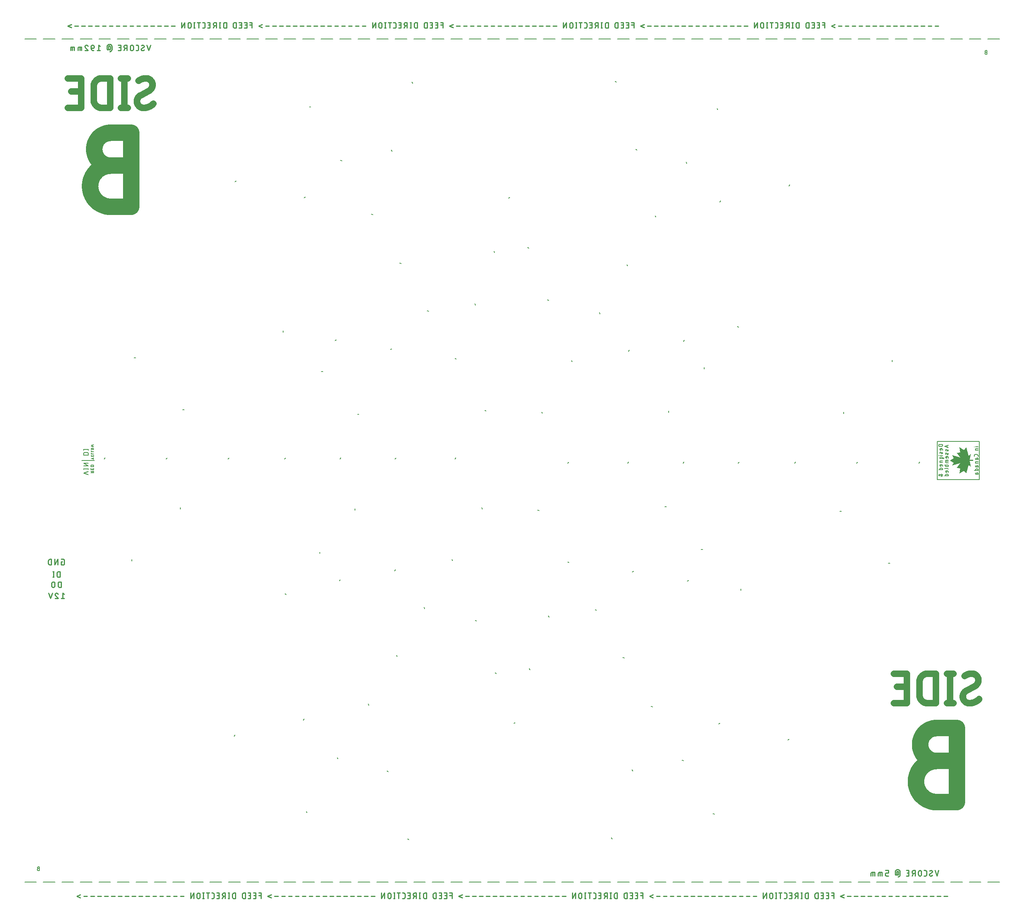
<source format=gbr>
G04 EAGLE Gerber RS-274X export*
G75*
%MOMM*%
%FSLAX34Y34*%
%LPD*%
%INSilkscreen Bottom*%
%IPPOS*%
%AMOC8*
5,1,8,0,0,1.08239X$1,22.5*%
G01*
%ADD10C,0.279400*%
%ADD11C,1.447800*%
%ADD12C,3.606800*%
%ADD13C,0.177800*%
%ADD14C,0.152400*%
%ADD15C,0.203200*%
%ADD16C,0.127000*%
%ADD17C,0.150000*%

G36*
X2071311Y955786D02*
X2071311Y955786D01*
X2071313Y955786D01*
X2081469Y962133D01*
X2086546Y955787D01*
X2086548Y955787D01*
X2086548Y955785D01*
X2086550Y955786D01*
X2086553Y955786D01*
X2086553Y955788D01*
X2086555Y955789D01*
X2091633Y974832D01*
X2096707Y971026D01*
X2096709Y971026D01*
X2096710Y971025D01*
X2096711Y971026D01*
X2096714Y971027D01*
X2096713Y971029D01*
X2096715Y971031D01*
X2094176Y983725D01*
X2101790Y983725D01*
X2101795Y983729D01*
X2101795Y983730D01*
X2101795Y986270D01*
X2101791Y986275D01*
X2101790Y986275D01*
X2094176Y986275D01*
X2096715Y998969D01*
X2096714Y998971D01*
X2096714Y998972D01*
X2096713Y998973D01*
X2096712Y998975D01*
X2096709Y998974D01*
X2096707Y998974D01*
X2091633Y995168D01*
X2086555Y1014211D01*
X2086554Y1014212D01*
X2086554Y1014213D01*
X2086552Y1014213D01*
X2086549Y1014215D01*
X2086548Y1014213D01*
X2086546Y1014213D01*
X2081469Y1007867D01*
X2071313Y1014214D01*
X2071311Y1014214D01*
X2071310Y1014215D01*
X2071309Y1014214D01*
X2071306Y1014213D01*
X2071306Y1014211D01*
X2071305Y1014209D01*
X2072575Y1002784D01*
X2064959Y1001515D01*
X2064959Y1001514D01*
X2064958Y1001514D01*
X2064957Y1001512D01*
X2064955Y1001510D01*
X2064956Y1001509D01*
X2064956Y1001507D01*
X2072567Y991359D01*
X2054801Y996435D01*
X2054801Y996434D01*
X2054800Y996434D01*
X2054798Y996435D01*
X2054797Y996433D01*
X2054795Y996432D01*
X2054796Y996431D01*
X2054795Y996430D01*
X2054796Y996429D01*
X2054796Y996427D01*
X2058603Y990082D01*
X2049718Y985004D01*
X2049717Y985003D01*
X2049716Y985003D01*
X2049716Y985001D01*
X2049715Y984998D01*
X2049717Y984998D01*
X2049718Y984996D01*
X2058603Y979918D01*
X2054796Y973573D01*
X2054796Y973571D01*
X2054795Y973569D01*
X2054797Y973568D01*
X2054797Y973566D01*
X2054799Y973567D01*
X2054801Y973565D01*
X2072567Y978641D01*
X2064956Y968493D01*
X2064956Y968492D01*
X2064955Y968491D01*
X2064956Y968491D01*
X2064955Y968491D01*
X2064956Y968489D01*
X2064957Y968486D01*
X2064958Y968487D01*
X2064959Y968485D01*
X2072575Y967216D01*
X2071305Y955791D01*
X2071306Y955789D01*
X2071305Y955788D01*
X2071307Y955787D01*
X2071309Y955785D01*
X2071311Y955786D01*
G37*
D10*
X83044Y760678D02*
X81009Y760678D01*
X81009Y753897D01*
X85078Y753897D01*
X85179Y753899D01*
X85281Y753905D01*
X85382Y753914D01*
X85482Y753927D01*
X85582Y753944D01*
X85681Y753965D01*
X85780Y753989D01*
X85877Y754017D01*
X85974Y754049D01*
X86069Y754084D01*
X86163Y754123D01*
X86255Y754166D01*
X86345Y754211D01*
X86434Y754260D01*
X86521Y754313D01*
X86606Y754368D01*
X86688Y754427D01*
X86769Y754489D01*
X86847Y754553D01*
X86923Y754621D01*
X86996Y754691D01*
X87066Y754764D01*
X87134Y754840D01*
X87198Y754918D01*
X87260Y754999D01*
X87319Y755081D01*
X87374Y755166D01*
X87427Y755253D01*
X87476Y755342D01*
X87521Y755432D01*
X87564Y755524D01*
X87603Y755618D01*
X87638Y755713D01*
X87670Y755810D01*
X87698Y755907D01*
X87722Y756006D01*
X87743Y756105D01*
X87760Y756205D01*
X87773Y756305D01*
X87782Y756406D01*
X87788Y756508D01*
X87790Y756609D01*
X87791Y756609D02*
X87791Y763391D01*
X87790Y763391D02*
X87788Y763492D01*
X87782Y763594D01*
X87773Y763695D01*
X87760Y763795D01*
X87743Y763895D01*
X87722Y763994D01*
X87698Y764093D01*
X87670Y764190D01*
X87638Y764287D01*
X87603Y764382D01*
X87564Y764476D01*
X87521Y764568D01*
X87476Y764658D01*
X87427Y764747D01*
X87374Y764834D01*
X87319Y764919D01*
X87260Y765001D01*
X87198Y765082D01*
X87134Y765160D01*
X87066Y765236D01*
X86996Y765309D01*
X86923Y765379D01*
X86847Y765447D01*
X86769Y765511D01*
X86688Y765573D01*
X86606Y765632D01*
X86521Y765687D01*
X86434Y765740D01*
X86345Y765789D01*
X86255Y765834D01*
X86163Y765877D01*
X86069Y765916D01*
X85974Y765951D01*
X85877Y765983D01*
X85780Y766011D01*
X85681Y766035D01*
X85582Y766056D01*
X85482Y766073D01*
X85382Y766086D01*
X85281Y766095D01*
X85179Y766101D01*
X85078Y766103D01*
X81009Y766103D01*
X73391Y766103D02*
X73391Y753897D01*
X66609Y753897D02*
X73391Y766103D01*
X66609Y766103D02*
X66609Y753897D01*
X58991Y753897D02*
X58991Y766103D01*
X55600Y766103D01*
X55484Y766101D01*
X55369Y766095D01*
X55253Y766085D01*
X55138Y766071D01*
X55024Y766054D01*
X54910Y766032D01*
X54797Y766007D01*
X54685Y765977D01*
X54574Y765944D01*
X54464Y765907D01*
X54356Y765867D01*
X54249Y765822D01*
X54144Y765774D01*
X54040Y765723D01*
X53938Y765668D01*
X53838Y765609D01*
X53740Y765547D01*
X53644Y765482D01*
X53551Y765414D01*
X53460Y765342D01*
X53371Y765268D01*
X53285Y765190D01*
X53202Y765110D01*
X53122Y765027D01*
X53044Y764941D01*
X52970Y764852D01*
X52898Y764761D01*
X52830Y764668D01*
X52765Y764572D01*
X52703Y764474D01*
X52644Y764374D01*
X52589Y764272D01*
X52538Y764168D01*
X52490Y764063D01*
X52445Y763956D01*
X52405Y763848D01*
X52368Y763738D01*
X52335Y763627D01*
X52305Y763515D01*
X52280Y763402D01*
X52258Y763288D01*
X52241Y763174D01*
X52227Y763059D01*
X52217Y762943D01*
X52211Y762828D01*
X52209Y762712D01*
X52209Y757288D01*
X52211Y757172D01*
X52217Y757057D01*
X52227Y756941D01*
X52241Y756826D01*
X52258Y756712D01*
X52280Y756598D01*
X52305Y756485D01*
X52335Y756373D01*
X52368Y756262D01*
X52405Y756152D01*
X52445Y756044D01*
X52490Y755937D01*
X52538Y755832D01*
X52589Y755728D01*
X52644Y755626D01*
X52703Y755526D01*
X52765Y755428D01*
X52830Y755332D01*
X52898Y755239D01*
X52970Y755148D01*
X53044Y755059D01*
X53122Y754973D01*
X53202Y754890D01*
X53285Y754810D01*
X53371Y754732D01*
X53460Y754658D01*
X53551Y754586D01*
X53644Y754518D01*
X53740Y754453D01*
X53838Y754391D01*
X53938Y754332D01*
X54040Y754277D01*
X54144Y754226D01*
X54249Y754178D01*
X54356Y754133D01*
X54464Y754093D01*
X54574Y754056D01*
X54685Y754023D01*
X54797Y753993D01*
X54910Y753968D01*
X55024Y753946D01*
X55138Y753929D01*
X55253Y753915D01*
X55369Y753905D01*
X55484Y753899D01*
X55600Y753897D01*
X58991Y753897D01*
X77998Y738603D02*
X77998Y726397D01*
X77998Y738603D02*
X74608Y738603D01*
X74492Y738601D01*
X74377Y738595D01*
X74261Y738585D01*
X74146Y738571D01*
X74032Y738554D01*
X73918Y738532D01*
X73805Y738507D01*
X73693Y738477D01*
X73582Y738444D01*
X73472Y738407D01*
X73364Y738367D01*
X73257Y738322D01*
X73152Y738274D01*
X73048Y738223D01*
X72946Y738168D01*
X72846Y738109D01*
X72748Y738047D01*
X72652Y737982D01*
X72559Y737914D01*
X72468Y737842D01*
X72379Y737768D01*
X72293Y737690D01*
X72210Y737610D01*
X72130Y737527D01*
X72052Y737441D01*
X71978Y737352D01*
X71906Y737261D01*
X71838Y737168D01*
X71773Y737072D01*
X71711Y736974D01*
X71652Y736874D01*
X71597Y736772D01*
X71546Y736668D01*
X71498Y736563D01*
X71453Y736456D01*
X71413Y736348D01*
X71376Y736238D01*
X71343Y736127D01*
X71313Y736015D01*
X71288Y735902D01*
X71266Y735788D01*
X71249Y735674D01*
X71235Y735559D01*
X71225Y735443D01*
X71219Y735328D01*
X71217Y735212D01*
X71217Y729788D01*
X71219Y729672D01*
X71225Y729557D01*
X71235Y729441D01*
X71249Y729326D01*
X71266Y729212D01*
X71288Y729098D01*
X71313Y728985D01*
X71343Y728873D01*
X71376Y728762D01*
X71413Y728652D01*
X71453Y728544D01*
X71498Y728437D01*
X71546Y728332D01*
X71597Y728228D01*
X71652Y728126D01*
X71711Y728026D01*
X71773Y727928D01*
X71838Y727832D01*
X71906Y727739D01*
X71978Y727648D01*
X72052Y727559D01*
X72130Y727473D01*
X72210Y727390D01*
X72293Y727310D01*
X72379Y727232D01*
X72468Y727158D01*
X72559Y727086D01*
X72652Y727018D01*
X72748Y726953D01*
X72846Y726891D01*
X72946Y726832D01*
X73048Y726777D01*
X73152Y726726D01*
X73257Y726678D01*
X73364Y726633D01*
X73472Y726593D01*
X73582Y726556D01*
X73693Y726523D01*
X73805Y726493D01*
X73918Y726468D01*
X74032Y726446D01*
X74146Y726429D01*
X74261Y726415D01*
X74377Y726405D01*
X74492Y726399D01*
X74608Y726397D01*
X77998Y726397D01*
X63358Y726397D02*
X63358Y738603D01*
X64714Y726397D02*
X62002Y726397D01*
X62002Y738603D02*
X64714Y738603D01*
X80366Y716103D02*
X80366Y703897D01*
X80366Y716103D02*
X76975Y716103D01*
X76859Y716101D01*
X76744Y716095D01*
X76628Y716085D01*
X76513Y716071D01*
X76399Y716054D01*
X76285Y716032D01*
X76172Y716007D01*
X76060Y715977D01*
X75949Y715944D01*
X75839Y715907D01*
X75731Y715867D01*
X75624Y715822D01*
X75519Y715774D01*
X75415Y715723D01*
X75313Y715668D01*
X75213Y715609D01*
X75115Y715547D01*
X75019Y715482D01*
X74926Y715414D01*
X74835Y715342D01*
X74746Y715268D01*
X74660Y715190D01*
X74577Y715110D01*
X74497Y715027D01*
X74419Y714941D01*
X74345Y714852D01*
X74273Y714761D01*
X74205Y714668D01*
X74140Y714572D01*
X74078Y714474D01*
X74019Y714374D01*
X73964Y714272D01*
X73913Y714168D01*
X73865Y714063D01*
X73820Y713956D01*
X73780Y713848D01*
X73743Y713738D01*
X73710Y713627D01*
X73680Y713515D01*
X73655Y713402D01*
X73633Y713288D01*
X73616Y713174D01*
X73602Y713059D01*
X73592Y712943D01*
X73586Y712828D01*
X73584Y712712D01*
X73584Y707288D01*
X73586Y707172D01*
X73592Y707057D01*
X73602Y706941D01*
X73616Y706826D01*
X73633Y706712D01*
X73655Y706598D01*
X73680Y706485D01*
X73710Y706373D01*
X73743Y706262D01*
X73780Y706152D01*
X73820Y706044D01*
X73865Y705937D01*
X73913Y705832D01*
X73964Y705728D01*
X74019Y705626D01*
X74078Y705526D01*
X74140Y705428D01*
X74205Y705332D01*
X74273Y705239D01*
X74345Y705148D01*
X74419Y705059D01*
X74497Y704973D01*
X74577Y704890D01*
X74660Y704810D01*
X74746Y704732D01*
X74835Y704658D01*
X74926Y704586D01*
X75019Y704518D01*
X75115Y704453D01*
X75213Y704391D01*
X75313Y704332D01*
X75415Y704277D01*
X75519Y704226D01*
X75624Y704178D01*
X75731Y704133D01*
X75839Y704093D01*
X75949Y704056D01*
X76060Y704023D01*
X76172Y703993D01*
X76285Y703968D01*
X76399Y703946D01*
X76513Y703929D01*
X76628Y703915D01*
X76744Y703905D01*
X76859Y703899D01*
X76975Y703897D01*
X80366Y703897D01*
X66416Y707288D02*
X66416Y712712D01*
X66414Y712828D01*
X66408Y712943D01*
X66398Y713059D01*
X66384Y713174D01*
X66367Y713288D01*
X66345Y713402D01*
X66320Y713515D01*
X66290Y713627D01*
X66257Y713738D01*
X66220Y713848D01*
X66180Y713956D01*
X66135Y714063D01*
X66087Y714168D01*
X66036Y714272D01*
X65981Y714374D01*
X65922Y714474D01*
X65860Y714572D01*
X65795Y714668D01*
X65727Y714761D01*
X65655Y714852D01*
X65581Y714941D01*
X65503Y715027D01*
X65423Y715110D01*
X65340Y715190D01*
X65254Y715268D01*
X65165Y715342D01*
X65074Y715414D01*
X64981Y715482D01*
X64885Y715547D01*
X64787Y715609D01*
X64687Y715668D01*
X64585Y715723D01*
X64481Y715774D01*
X64376Y715822D01*
X64269Y715867D01*
X64161Y715907D01*
X64051Y715944D01*
X63940Y715977D01*
X63828Y716007D01*
X63715Y716032D01*
X63601Y716054D01*
X63487Y716071D01*
X63372Y716085D01*
X63256Y716095D01*
X63141Y716101D01*
X63025Y716103D01*
X62909Y716101D01*
X62794Y716095D01*
X62678Y716085D01*
X62563Y716071D01*
X62449Y716054D01*
X62335Y716032D01*
X62222Y716007D01*
X62110Y715977D01*
X61999Y715944D01*
X61889Y715907D01*
X61781Y715867D01*
X61674Y715822D01*
X61569Y715774D01*
X61465Y715723D01*
X61363Y715668D01*
X61263Y715609D01*
X61165Y715547D01*
X61069Y715482D01*
X60976Y715414D01*
X60885Y715342D01*
X60796Y715268D01*
X60710Y715190D01*
X60627Y715110D01*
X60547Y715027D01*
X60469Y714941D01*
X60395Y714852D01*
X60323Y714761D01*
X60255Y714668D01*
X60190Y714572D01*
X60128Y714474D01*
X60069Y714374D01*
X60014Y714272D01*
X59963Y714168D01*
X59915Y714063D01*
X59870Y713956D01*
X59830Y713848D01*
X59793Y713738D01*
X59760Y713627D01*
X59730Y713515D01*
X59705Y713402D01*
X59683Y713288D01*
X59666Y713174D01*
X59652Y713059D01*
X59642Y712943D01*
X59636Y712828D01*
X59634Y712712D01*
X59634Y707288D01*
X59636Y707172D01*
X59642Y707057D01*
X59652Y706941D01*
X59666Y706826D01*
X59683Y706712D01*
X59705Y706598D01*
X59730Y706485D01*
X59760Y706373D01*
X59793Y706262D01*
X59830Y706152D01*
X59870Y706044D01*
X59915Y705937D01*
X59963Y705832D01*
X60014Y705728D01*
X60069Y705626D01*
X60128Y705526D01*
X60190Y705428D01*
X60255Y705332D01*
X60323Y705239D01*
X60395Y705148D01*
X60469Y705059D01*
X60547Y704973D01*
X60627Y704890D01*
X60710Y704810D01*
X60796Y704732D01*
X60885Y704658D01*
X60976Y704586D01*
X61069Y704518D01*
X61165Y704453D01*
X61263Y704391D01*
X61363Y704332D01*
X61465Y704277D01*
X61569Y704226D01*
X61674Y704178D01*
X61781Y704133D01*
X61889Y704093D01*
X61999Y704056D01*
X62110Y704023D01*
X62222Y703993D01*
X62335Y703968D01*
X62449Y703946D01*
X62563Y703929D01*
X62678Y703915D01*
X62794Y703905D01*
X62909Y703899D01*
X63025Y703897D01*
X63141Y703899D01*
X63256Y703905D01*
X63372Y703915D01*
X63487Y703929D01*
X63601Y703946D01*
X63715Y703968D01*
X63828Y703993D01*
X63940Y704023D01*
X64051Y704056D01*
X64161Y704093D01*
X64269Y704133D01*
X64376Y704178D01*
X64481Y704226D01*
X64585Y704277D01*
X64687Y704332D01*
X64787Y704391D01*
X64885Y704453D01*
X64981Y704518D01*
X65074Y704586D01*
X65165Y704658D01*
X65254Y704732D01*
X65340Y704810D01*
X65423Y704890D01*
X65503Y704973D01*
X65581Y705059D01*
X65655Y705148D01*
X65727Y705239D01*
X65795Y705332D01*
X65860Y705428D01*
X65922Y705526D01*
X65981Y705626D01*
X66036Y705728D01*
X66087Y705832D01*
X66135Y705937D01*
X66180Y706044D01*
X66220Y706152D01*
X66257Y706262D01*
X66290Y706373D01*
X66320Y706485D01*
X66345Y706598D01*
X66367Y706712D01*
X66384Y706826D01*
X66398Y706941D01*
X66408Y707057D01*
X66414Y707172D01*
X66416Y707288D01*
X2036681Y18644D02*
X2044818Y18644D01*
X2029518Y18644D02*
X2021381Y18644D01*
X2014218Y18644D02*
X2006081Y18644D01*
X1998918Y18644D02*
X1990781Y18644D01*
X1983618Y18644D02*
X1975481Y18644D01*
X1968318Y18644D02*
X1960181Y18644D01*
X1953018Y18644D02*
X1944881Y18644D01*
X1937718Y18644D02*
X1929581Y18644D01*
X1922418Y18644D02*
X1914281Y18644D01*
X1907118Y18644D02*
X1898981Y18644D01*
X1891818Y18644D02*
X1883681Y18644D01*
X1876518Y18644D02*
X1868381Y18644D01*
X1861218Y18644D02*
X1853081Y18644D01*
X1845918Y18644D02*
X1837781Y18644D01*
X1830618Y18644D02*
X1822481Y18644D01*
X1815318Y22034D02*
X1807181Y18644D01*
X1815318Y15253D01*
X1792546Y13897D02*
X1792546Y26103D01*
X1787121Y26103D01*
X1787121Y20678D02*
X1792546Y20678D01*
X1780846Y13897D02*
X1775421Y13897D01*
X1780846Y13897D02*
X1780846Y26103D01*
X1775421Y26103D01*
X1776777Y20678D02*
X1780846Y20678D01*
X1769146Y13897D02*
X1763721Y13897D01*
X1769146Y13897D02*
X1769146Y26103D01*
X1763721Y26103D01*
X1765077Y20678D02*
X1769146Y20678D01*
X1757490Y26103D02*
X1757490Y13897D01*
X1757490Y26103D02*
X1754099Y26103D01*
X1753983Y26101D01*
X1753868Y26095D01*
X1753752Y26085D01*
X1753637Y26071D01*
X1753523Y26054D01*
X1753409Y26032D01*
X1753296Y26007D01*
X1753184Y25977D01*
X1753073Y25944D01*
X1752963Y25907D01*
X1752855Y25867D01*
X1752748Y25822D01*
X1752643Y25774D01*
X1752539Y25723D01*
X1752437Y25668D01*
X1752337Y25609D01*
X1752239Y25547D01*
X1752143Y25482D01*
X1752050Y25414D01*
X1751959Y25342D01*
X1751870Y25268D01*
X1751784Y25190D01*
X1751701Y25110D01*
X1751621Y25027D01*
X1751543Y24941D01*
X1751469Y24852D01*
X1751397Y24761D01*
X1751329Y24668D01*
X1751264Y24572D01*
X1751202Y24474D01*
X1751143Y24374D01*
X1751088Y24272D01*
X1751037Y24168D01*
X1750989Y24063D01*
X1750944Y23956D01*
X1750904Y23848D01*
X1750867Y23738D01*
X1750834Y23627D01*
X1750804Y23515D01*
X1750779Y23402D01*
X1750757Y23288D01*
X1750740Y23174D01*
X1750726Y23059D01*
X1750716Y22943D01*
X1750710Y22828D01*
X1750708Y22712D01*
X1750709Y22712D02*
X1750709Y17288D01*
X1750708Y17288D02*
X1750710Y17172D01*
X1750716Y17057D01*
X1750726Y16941D01*
X1750740Y16826D01*
X1750757Y16712D01*
X1750779Y16598D01*
X1750804Y16485D01*
X1750834Y16373D01*
X1750867Y16262D01*
X1750904Y16152D01*
X1750944Y16044D01*
X1750989Y15937D01*
X1751037Y15832D01*
X1751088Y15728D01*
X1751143Y15626D01*
X1751202Y15526D01*
X1751264Y15428D01*
X1751329Y15332D01*
X1751397Y15239D01*
X1751469Y15148D01*
X1751543Y15059D01*
X1751621Y14973D01*
X1751701Y14890D01*
X1751784Y14810D01*
X1751870Y14732D01*
X1751959Y14658D01*
X1752050Y14586D01*
X1752143Y14518D01*
X1752239Y14453D01*
X1752337Y14391D01*
X1752437Y14332D01*
X1752539Y14277D01*
X1752643Y14226D01*
X1752748Y14178D01*
X1752855Y14133D01*
X1752963Y14093D01*
X1753073Y14056D01*
X1753184Y14023D01*
X1753296Y13993D01*
X1753409Y13968D01*
X1753523Y13946D01*
X1753637Y13929D01*
X1753752Y13915D01*
X1753868Y13905D01*
X1753983Y13899D01*
X1754099Y13897D01*
X1757490Y13897D01*
X1735890Y13897D02*
X1735890Y26103D01*
X1732499Y26103D01*
X1732383Y26101D01*
X1732268Y26095D01*
X1732152Y26085D01*
X1732037Y26071D01*
X1731923Y26054D01*
X1731809Y26032D01*
X1731696Y26007D01*
X1731584Y25977D01*
X1731473Y25944D01*
X1731363Y25907D01*
X1731255Y25867D01*
X1731148Y25822D01*
X1731043Y25774D01*
X1730939Y25723D01*
X1730837Y25668D01*
X1730737Y25609D01*
X1730639Y25547D01*
X1730543Y25482D01*
X1730450Y25414D01*
X1730359Y25342D01*
X1730270Y25268D01*
X1730184Y25190D01*
X1730101Y25110D01*
X1730021Y25027D01*
X1729943Y24941D01*
X1729869Y24852D01*
X1729797Y24761D01*
X1729729Y24668D01*
X1729664Y24572D01*
X1729602Y24474D01*
X1729543Y24374D01*
X1729488Y24272D01*
X1729437Y24168D01*
X1729389Y24063D01*
X1729344Y23956D01*
X1729304Y23848D01*
X1729267Y23738D01*
X1729234Y23627D01*
X1729204Y23515D01*
X1729179Y23402D01*
X1729157Y23288D01*
X1729140Y23174D01*
X1729126Y23059D01*
X1729116Y22943D01*
X1729110Y22828D01*
X1729108Y22712D01*
X1729109Y22712D02*
X1729109Y17288D01*
X1729108Y17288D02*
X1729110Y17172D01*
X1729116Y17057D01*
X1729126Y16941D01*
X1729140Y16826D01*
X1729157Y16712D01*
X1729179Y16598D01*
X1729204Y16485D01*
X1729234Y16373D01*
X1729267Y16262D01*
X1729304Y16152D01*
X1729344Y16044D01*
X1729389Y15937D01*
X1729437Y15832D01*
X1729488Y15728D01*
X1729543Y15626D01*
X1729602Y15526D01*
X1729664Y15428D01*
X1729729Y15332D01*
X1729797Y15239D01*
X1729869Y15148D01*
X1729943Y15059D01*
X1730021Y14973D01*
X1730101Y14890D01*
X1730184Y14810D01*
X1730270Y14732D01*
X1730359Y14658D01*
X1730450Y14586D01*
X1730543Y14518D01*
X1730639Y14453D01*
X1730737Y14391D01*
X1730837Y14332D01*
X1730939Y14277D01*
X1731043Y14226D01*
X1731148Y14178D01*
X1731255Y14133D01*
X1731363Y14093D01*
X1731473Y14056D01*
X1731584Y14023D01*
X1731696Y13993D01*
X1731809Y13968D01*
X1731923Y13946D01*
X1732037Y13929D01*
X1732152Y13915D01*
X1732268Y13905D01*
X1732383Y13899D01*
X1732499Y13897D01*
X1735890Y13897D01*
X1721249Y13897D02*
X1721249Y26103D01*
X1722606Y13897D02*
X1719893Y13897D01*
X1719893Y26103D02*
X1722606Y26103D01*
X1713245Y26103D02*
X1713245Y13897D01*
X1713245Y26103D02*
X1709855Y26103D01*
X1709739Y26101D01*
X1709624Y26095D01*
X1709508Y26085D01*
X1709393Y26071D01*
X1709279Y26054D01*
X1709165Y26032D01*
X1709052Y26007D01*
X1708940Y25977D01*
X1708829Y25944D01*
X1708719Y25907D01*
X1708611Y25867D01*
X1708504Y25822D01*
X1708399Y25774D01*
X1708295Y25723D01*
X1708193Y25668D01*
X1708093Y25609D01*
X1707995Y25547D01*
X1707899Y25482D01*
X1707806Y25414D01*
X1707715Y25342D01*
X1707626Y25268D01*
X1707540Y25190D01*
X1707457Y25110D01*
X1707377Y25027D01*
X1707299Y24941D01*
X1707225Y24852D01*
X1707153Y24761D01*
X1707085Y24668D01*
X1707020Y24572D01*
X1706958Y24474D01*
X1706899Y24374D01*
X1706844Y24272D01*
X1706793Y24168D01*
X1706745Y24063D01*
X1706700Y23956D01*
X1706660Y23848D01*
X1706623Y23738D01*
X1706590Y23627D01*
X1706560Y23515D01*
X1706535Y23402D01*
X1706513Y23288D01*
X1706496Y23174D01*
X1706482Y23059D01*
X1706472Y22943D01*
X1706466Y22828D01*
X1706464Y22712D01*
X1706466Y22596D01*
X1706472Y22481D01*
X1706482Y22365D01*
X1706496Y22250D01*
X1706513Y22136D01*
X1706535Y22022D01*
X1706560Y21909D01*
X1706590Y21797D01*
X1706623Y21686D01*
X1706660Y21576D01*
X1706700Y21468D01*
X1706745Y21361D01*
X1706793Y21256D01*
X1706844Y21152D01*
X1706899Y21050D01*
X1706958Y20950D01*
X1707020Y20852D01*
X1707085Y20756D01*
X1707153Y20663D01*
X1707225Y20572D01*
X1707299Y20483D01*
X1707377Y20397D01*
X1707457Y20314D01*
X1707540Y20234D01*
X1707626Y20156D01*
X1707715Y20082D01*
X1707806Y20010D01*
X1707899Y19942D01*
X1707995Y19877D01*
X1708093Y19815D01*
X1708193Y19756D01*
X1708295Y19701D01*
X1708399Y19650D01*
X1708504Y19602D01*
X1708611Y19557D01*
X1708719Y19517D01*
X1708829Y19480D01*
X1708940Y19447D01*
X1709052Y19417D01*
X1709165Y19392D01*
X1709279Y19370D01*
X1709393Y19353D01*
X1709508Y19339D01*
X1709624Y19329D01*
X1709739Y19323D01*
X1709855Y19321D01*
X1709855Y19322D02*
X1713245Y19322D01*
X1709177Y19322D02*
X1706464Y13897D01*
X1699396Y13897D02*
X1693971Y13897D01*
X1699396Y13897D02*
X1699396Y26103D01*
X1693971Y26103D01*
X1695327Y20678D02*
X1699396Y20678D01*
X1685543Y13897D02*
X1682830Y13897D01*
X1685543Y13897D02*
X1685644Y13899D01*
X1685746Y13905D01*
X1685847Y13914D01*
X1685947Y13927D01*
X1686047Y13944D01*
X1686146Y13965D01*
X1686245Y13989D01*
X1686342Y14017D01*
X1686439Y14049D01*
X1686534Y14084D01*
X1686628Y14123D01*
X1686720Y14166D01*
X1686810Y14211D01*
X1686899Y14260D01*
X1686986Y14313D01*
X1687071Y14368D01*
X1687153Y14427D01*
X1687234Y14489D01*
X1687312Y14553D01*
X1687388Y14621D01*
X1687461Y14691D01*
X1687531Y14764D01*
X1687599Y14840D01*
X1687663Y14918D01*
X1687725Y14999D01*
X1687784Y15081D01*
X1687839Y15166D01*
X1687892Y15253D01*
X1687941Y15342D01*
X1687986Y15432D01*
X1688029Y15524D01*
X1688068Y15618D01*
X1688103Y15713D01*
X1688135Y15810D01*
X1688163Y15907D01*
X1688187Y16006D01*
X1688208Y16105D01*
X1688225Y16205D01*
X1688238Y16305D01*
X1688247Y16406D01*
X1688253Y16508D01*
X1688255Y16609D01*
X1688255Y23391D01*
X1688253Y23492D01*
X1688247Y23594D01*
X1688238Y23695D01*
X1688225Y23795D01*
X1688208Y23895D01*
X1688187Y23994D01*
X1688163Y24093D01*
X1688135Y24190D01*
X1688103Y24287D01*
X1688068Y24382D01*
X1688029Y24476D01*
X1687986Y24568D01*
X1687941Y24658D01*
X1687892Y24747D01*
X1687839Y24834D01*
X1687784Y24919D01*
X1687725Y25001D01*
X1687663Y25082D01*
X1687599Y25160D01*
X1687531Y25236D01*
X1687461Y25309D01*
X1687388Y25379D01*
X1687312Y25447D01*
X1687234Y25511D01*
X1687153Y25573D01*
X1687071Y25632D01*
X1686986Y25687D01*
X1686899Y25740D01*
X1686810Y25789D01*
X1686720Y25834D01*
X1686628Y25877D01*
X1686534Y25916D01*
X1686439Y25951D01*
X1686342Y25983D01*
X1686245Y26011D01*
X1686146Y26035D01*
X1686047Y26056D01*
X1685947Y26073D01*
X1685847Y26086D01*
X1685746Y26095D01*
X1685644Y26101D01*
X1685543Y26103D01*
X1682830Y26103D01*
X1674450Y26103D02*
X1674450Y13897D01*
X1677840Y26103D02*
X1671059Y26103D01*
X1664550Y26103D02*
X1664550Y13897D01*
X1665906Y13897D02*
X1663193Y13897D01*
X1663193Y26103D02*
X1665906Y26103D01*
X1657140Y22712D02*
X1657140Y17288D01*
X1657141Y22712D02*
X1657139Y22828D01*
X1657133Y22943D01*
X1657123Y23059D01*
X1657109Y23174D01*
X1657092Y23288D01*
X1657070Y23402D01*
X1657045Y23515D01*
X1657015Y23627D01*
X1656982Y23738D01*
X1656945Y23848D01*
X1656905Y23956D01*
X1656860Y24063D01*
X1656812Y24168D01*
X1656761Y24272D01*
X1656706Y24374D01*
X1656647Y24474D01*
X1656585Y24572D01*
X1656520Y24668D01*
X1656452Y24761D01*
X1656380Y24852D01*
X1656306Y24941D01*
X1656228Y25027D01*
X1656148Y25110D01*
X1656065Y25190D01*
X1655979Y25268D01*
X1655890Y25342D01*
X1655799Y25414D01*
X1655706Y25482D01*
X1655610Y25547D01*
X1655512Y25609D01*
X1655412Y25668D01*
X1655310Y25723D01*
X1655206Y25774D01*
X1655101Y25822D01*
X1654994Y25867D01*
X1654886Y25907D01*
X1654776Y25944D01*
X1654665Y25977D01*
X1654553Y26007D01*
X1654440Y26032D01*
X1654326Y26054D01*
X1654212Y26071D01*
X1654097Y26085D01*
X1653981Y26095D01*
X1653866Y26101D01*
X1653750Y26103D01*
X1653634Y26101D01*
X1653519Y26095D01*
X1653403Y26085D01*
X1653288Y26071D01*
X1653174Y26054D01*
X1653060Y26032D01*
X1652947Y26007D01*
X1652835Y25977D01*
X1652724Y25944D01*
X1652614Y25907D01*
X1652506Y25867D01*
X1652399Y25822D01*
X1652294Y25774D01*
X1652190Y25723D01*
X1652088Y25668D01*
X1651988Y25609D01*
X1651890Y25547D01*
X1651794Y25482D01*
X1651701Y25414D01*
X1651610Y25342D01*
X1651521Y25268D01*
X1651435Y25190D01*
X1651352Y25110D01*
X1651272Y25027D01*
X1651194Y24941D01*
X1651120Y24852D01*
X1651048Y24761D01*
X1650980Y24668D01*
X1650915Y24572D01*
X1650853Y24474D01*
X1650794Y24374D01*
X1650739Y24272D01*
X1650688Y24168D01*
X1650640Y24063D01*
X1650595Y23956D01*
X1650555Y23848D01*
X1650518Y23738D01*
X1650485Y23627D01*
X1650455Y23515D01*
X1650430Y23402D01*
X1650408Y23288D01*
X1650391Y23174D01*
X1650377Y23059D01*
X1650367Y22943D01*
X1650361Y22828D01*
X1650359Y22712D01*
X1650359Y17288D01*
X1650361Y17172D01*
X1650367Y17057D01*
X1650377Y16941D01*
X1650391Y16826D01*
X1650408Y16712D01*
X1650430Y16598D01*
X1650455Y16485D01*
X1650485Y16373D01*
X1650518Y16262D01*
X1650555Y16152D01*
X1650595Y16044D01*
X1650640Y15937D01*
X1650688Y15832D01*
X1650739Y15728D01*
X1650794Y15626D01*
X1650853Y15526D01*
X1650915Y15428D01*
X1650980Y15332D01*
X1651048Y15239D01*
X1651120Y15148D01*
X1651194Y15059D01*
X1651272Y14973D01*
X1651352Y14890D01*
X1651435Y14810D01*
X1651521Y14732D01*
X1651610Y14658D01*
X1651701Y14586D01*
X1651794Y14518D01*
X1651890Y14453D01*
X1651988Y14391D01*
X1652088Y14332D01*
X1652190Y14277D01*
X1652294Y14226D01*
X1652399Y14178D01*
X1652506Y14133D01*
X1652614Y14093D01*
X1652724Y14056D01*
X1652835Y14023D01*
X1652947Y13993D01*
X1653060Y13968D01*
X1653174Y13946D01*
X1653288Y13929D01*
X1653403Y13915D01*
X1653519Y13905D01*
X1653634Y13899D01*
X1653750Y13897D01*
X1653866Y13899D01*
X1653981Y13905D01*
X1654097Y13915D01*
X1654212Y13929D01*
X1654326Y13946D01*
X1654440Y13968D01*
X1654553Y13993D01*
X1654665Y14023D01*
X1654776Y14056D01*
X1654886Y14093D01*
X1654994Y14133D01*
X1655101Y14178D01*
X1655206Y14226D01*
X1655310Y14277D01*
X1655412Y14332D01*
X1655512Y14391D01*
X1655610Y14453D01*
X1655706Y14518D01*
X1655799Y14586D01*
X1655890Y14658D01*
X1655979Y14732D01*
X1656065Y14810D01*
X1656148Y14890D01*
X1656228Y14973D01*
X1656306Y15059D01*
X1656380Y15148D01*
X1656452Y15239D01*
X1656520Y15332D01*
X1656585Y15428D01*
X1656647Y15526D01*
X1656706Y15626D01*
X1656761Y15728D01*
X1656812Y15832D01*
X1656860Y15937D01*
X1656905Y16044D01*
X1656945Y16152D01*
X1656982Y16262D01*
X1657015Y16373D01*
X1657045Y16485D01*
X1657070Y16598D01*
X1657092Y16712D01*
X1657109Y16826D01*
X1657123Y16941D01*
X1657133Y17057D01*
X1657139Y17172D01*
X1657141Y17288D01*
X1643190Y13897D02*
X1643190Y26103D01*
X1636409Y13897D01*
X1636409Y26103D01*
X1621818Y18644D02*
X1613681Y18644D01*
X1606518Y18644D02*
X1598381Y18644D01*
X1591218Y18644D02*
X1583081Y18644D01*
X1575918Y18644D02*
X1567781Y18644D01*
X1560618Y18644D02*
X1552481Y18644D01*
X1545318Y18644D02*
X1537181Y18644D01*
X1530018Y18644D02*
X1521881Y18644D01*
X1514718Y18644D02*
X1506581Y18644D01*
X1499418Y18644D02*
X1491281Y18644D01*
X1484118Y18644D02*
X1475981Y18644D01*
X1468818Y18644D02*
X1460681Y18644D01*
X1453518Y18644D02*
X1445381Y18644D01*
X1438218Y18644D02*
X1430081Y18644D01*
X1422918Y18644D02*
X1414781Y18644D01*
X1407618Y18644D02*
X1399481Y18644D01*
X1392318Y22034D02*
X1384181Y18644D01*
X1392318Y15253D01*
X1369546Y13897D02*
X1369546Y26103D01*
X1364121Y26103D01*
X1364121Y20678D02*
X1369546Y20678D01*
X1357846Y13897D02*
X1352421Y13897D01*
X1357846Y13897D02*
X1357846Y26103D01*
X1352421Y26103D01*
X1353777Y20678D02*
X1357846Y20678D01*
X1346146Y13897D02*
X1340721Y13897D01*
X1346146Y13897D02*
X1346146Y26103D01*
X1340721Y26103D01*
X1342077Y20678D02*
X1346146Y20678D01*
X1334490Y26103D02*
X1334490Y13897D01*
X1334490Y26103D02*
X1331100Y26103D01*
X1330984Y26101D01*
X1330869Y26095D01*
X1330753Y26085D01*
X1330638Y26071D01*
X1330524Y26054D01*
X1330410Y26032D01*
X1330297Y26007D01*
X1330185Y25977D01*
X1330074Y25944D01*
X1329964Y25907D01*
X1329856Y25867D01*
X1329749Y25822D01*
X1329644Y25774D01*
X1329540Y25723D01*
X1329438Y25668D01*
X1329338Y25609D01*
X1329240Y25547D01*
X1329144Y25482D01*
X1329051Y25414D01*
X1328960Y25342D01*
X1328871Y25268D01*
X1328785Y25190D01*
X1328702Y25110D01*
X1328622Y25027D01*
X1328544Y24941D01*
X1328470Y24852D01*
X1328398Y24761D01*
X1328330Y24668D01*
X1328265Y24572D01*
X1328203Y24474D01*
X1328144Y24374D01*
X1328089Y24272D01*
X1328038Y24168D01*
X1327990Y24063D01*
X1327945Y23956D01*
X1327905Y23848D01*
X1327868Y23738D01*
X1327835Y23627D01*
X1327805Y23515D01*
X1327780Y23402D01*
X1327758Y23288D01*
X1327741Y23174D01*
X1327727Y23059D01*
X1327717Y22943D01*
X1327711Y22828D01*
X1327709Y22712D01*
X1327709Y17288D01*
X1327711Y17172D01*
X1327717Y17057D01*
X1327727Y16941D01*
X1327741Y16826D01*
X1327758Y16712D01*
X1327780Y16598D01*
X1327805Y16485D01*
X1327835Y16373D01*
X1327868Y16262D01*
X1327905Y16152D01*
X1327945Y16044D01*
X1327990Y15937D01*
X1328038Y15832D01*
X1328089Y15728D01*
X1328144Y15626D01*
X1328203Y15526D01*
X1328265Y15428D01*
X1328330Y15332D01*
X1328398Y15239D01*
X1328470Y15148D01*
X1328544Y15059D01*
X1328622Y14973D01*
X1328702Y14890D01*
X1328785Y14810D01*
X1328871Y14732D01*
X1328960Y14658D01*
X1329051Y14586D01*
X1329144Y14518D01*
X1329240Y14453D01*
X1329338Y14391D01*
X1329438Y14332D01*
X1329540Y14277D01*
X1329644Y14226D01*
X1329749Y14178D01*
X1329856Y14133D01*
X1329964Y14093D01*
X1330074Y14056D01*
X1330185Y14023D01*
X1330297Y13993D01*
X1330410Y13968D01*
X1330524Y13946D01*
X1330638Y13929D01*
X1330753Y13915D01*
X1330869Y13905D01*
X1330984Y13899D01*
X1331100Y13897D01*
X1334490Y13897D01*
X1312890Y13897D02*
X1312890Y26103D01*
X1309500Y26103D01*
X1309384Y26101D01*
X1309269Y26095D01*
X1309153Y26085D01*
X1309038Y26071D01*
X1308924Y26054D01*
X1308810Y26032D01*
X1308697Y26007D01*
X1308585Y25977D01*
X1308474Y25944D01*
X1308364Y25907D01*
X1308256Y25867D01*
X1308149Y25822D01*
X1308044Y25774D01*
X1307940Y25723D01*
X1307838Y25668D01*
X1307738Y25609D01*
X1307640Y25547D01*
X1307544Y25482D01*
X1307451Y25414D01*
X1307360Y25342D01*
X1307271Y25268D01*
X1307185Y25190D01*
X1307102Y25110D01*
X1307022Y25027D01*
X1306944Y24941D01*
X1306870Y24852D01*
X1306798Y24761D01*
X1306730Y24668D01*
X1306665Y24572D01*
X1306603Y24474D01*
X1306544Y24374D01*
X1306489Y24272D01*
X1306438Y24168D01*
X1306390Y24063D01*
X1306345Y23956D01*
X1306305Y23848D01*
X1306268Y23738D01*
X1306235Y23627D01*
X1306205Y23515D01*
X1306180Y23402D01*
X1306158Y23288D01*
X1306141Y23174D01*
X1306127Y23059D01*
X1306117Y22943D01*
X1306111Y22828D01*
X1306109Y22712D01*
X1306109Y17288D01*
X1306111Y17172D01*
X1306117Y17057D01*
X1306127Y16941D01*
X1306141Y16826D01*
X1306158Y16712D01*
X1306180Y16598D01*
X1306205Y16485D01*
X1306235Y16373D01*
X1306268Y16262D01*
X1306305Y16152D01*
X1306345Y16044D01*
X1306390Y15937D01*
X1306438Y15832D01*
X1306489Y15728D01*
X1306544Y15626D01*
X1306603Y15526D01*
X1306665Y15428D01*
X1306730Y15332D01*
X1306798Y15239D01*
X1306870Y15148D01*
X1306944Y15059D01*
X1307022Y14973D01*
X1307102Y14890D01*
X1307185Y14810D01*
X1307271Y14732D01*
X1307360Y14658D01*
X1307451Y14586D01*
X1307544Y14518D01*
X1307640Y14453D01*
X1307738Y14391D01*
X1307838Y14332D01*
X1307940Y14277D01*
X1308044Y14226D01*
X1308149Y14178D01*
X1308256Y14133D01*
X1308364Y14093D01*
X1308474Y14056D01*
X1308585Y14023D01*
X1308697Y13993D01*
X1308810Y13968D01*
X1308924Y13946D01*
X1309038Y13929D01*
X1309153Y13915D01*
X1309269Y13905D01*
X1309384Y13899D01*
X1309500Y13897D01*
X1312890Y13897D01*
X1298250Y13897D02*
X1298250Y26103D01*
X1299606Y13897D02*
X1296894Y13897D01*
X1296894Y26103D02*
X1299606Y26103D01*
X1290246Y26103D02*
X1290246Y13897D01*
X1290246Y26103D02*
X1286855Y26103D01*
X1286739Y26101D01*
X1286624Y26095D01*
X1286508Y26085D01*
X1286393Y26071D01*
X1286279Y26054D01*
X1286165Y26032D01*
X1286052Y26007D01*
X1285940Y25977D01*
X1285829Y25944D01*
X1285719Y25907D01*
X1285611Y25867D01*
X1285504Y25822D01*
X1285399Y25774D01*
X1285295Y25723D01*
X1285193Y25668D01*
X1285093Y25609D01*
X1284995Y25547D01*
X1284899Y25482D01*
X1284806Y25414D01*
X1284715Y25342D01*
X1284626Y25268D01*
X1284540Y25190D01*
X1284457Y25110D01*
X1284377Y25027D01*
X1284299Y24941D01*
X1284225Y24852D01*
X1284153Y24761D01*
X1284085Y24668D01*
X1284020Y24572D01*
X1283958Y24474D01*
X1283899Y24374D01*
X1283844Y24272D01*
X1283793Y24168D01*
X1283745Y24063D01*
X1283700Y23956D01*
X1283660Y23848D01*
X1283623Y23738D01*
X1283590Y23627D01*
X1283560Y23515D01*
X1283535Y23402D01*
X1283513Y23288D01*
X1283496Y23174D01*
X1283482Y23059D01*
X1283472Y22943D01*
X1283466Y22828D01*
X1283464Y22712D01*
X1283466Y22596D01*
X1283472Y22481D01*
X1283482Y22365D01*
X1283496Y22250D01*
X1283513Y22136D01*
X1283535Y22022D01*
X1283560Y21909D01*
X1283590Y21797D01*
X1283623Y21686D01*
X1283660Y21576D01*
X1283700Y21468D01*
X1283745Y21361D01*
X1283793Y21256D01*
X1283844Y21152D01*
X1283899Y21050D01*
X1283958Y20950D01*
X1284020Y20852D01*
X1284085Y20756D01*
X1284153Y20663D01*
X1284225Y20572D01*
X1284299Y20483D01*
X1284377Y20397D01*
X1284457Y20314D01*
X1284540Y20234D01*
X1284626Y20156D01*
X1284715Y20082D01*
X1284806Y20010D01*
X1284899Y19942D01*
X1284995Y19877D01*
X1285093Y19815D01*
X1285193Y19756D01*
X1285295Y19701D01*
X1285399Y19650D01*
X1285504Y19602D01*
X1285611Y19557D01*
X1285719Y19517D01*
X1285829Y19480D01*
X1285940Y19447D01*
X1286052Y19417D01*
X1286165Y19392D01*
X1286279Y19370D01*
X1286393Y19353D01*
X1286508Y19339D01*
X1286624Y19329D01*
X1286739Y19323D01*
X1286855Y19321D01*
X1286855Y19322D02*
X1290246Y19322D01*
X1286177Y19322D02*
X1283465Y13897D01*
X1276396Y13897D02*
X1270971Y13897D01*
X1276396Y13897D02*
X1276396Y26103D01*
X1270971Y26103D01*
X1272327Y20678D02*
X1276396Y20678D01*
X1262543Y13897D02*
X1259831Y13897D01*
X1262543Y13897D02*
X1262644Y13899D01*
X1262746Y13905D01*
X1262847Y13914D01*
X1262947Y13927D01*
X1263047Y13944D01*
X1263146Y13965D01*
X1263245Y13989D01*
X1263342Y14017D01*
X1263439Y14049D01*
X1263534Y14084D01*
X1263628Y14123D01*
X1263720Y14166D01*
X1263810Y14211D01*
X1263899Y14260D01*
X1263986Y14313D01*
X1264071Y14368D01*
X1264153Y14427D01*
X1264234Y14489D01*
X1264312Y14553D01*
X1264388Y14621D01*
X1264461Y14691D01*
X1264531Y14764D01*
X1264599Y14840D01*
X1264663Y14918D01*
X1264725Y14999D01*
X1264784Y15081D01*
X1264839Y15166D01*
X1264892Y15253D01*
X1264941Y15342D01*
X1264986Y15432D01*
X1265029Y15524D01*
X1265068Y15618D01*
X1265103Y15713D01*
X1265135Y15810D01*
X1265163Y15907D01*
X1265187Y16006D01*
X1265208Y16105D01*
X1265225Y16205D01*
X1265238Y16305D01*
X1265247Y16406D01*
X1265253Y16508D01*
X1265255Y16609D01*
X1265256Y16609D02*
X1265256Y23391D01*
X1265255Y23391D02*
X1265253Y23492D01*
X1265247Y23594D01*
X1265238Y23695D01*
X1265225Y23795D01*
X1265208Y23895D01*
X1265187Y23994D01*
X1265163Y24093D01*
X1265135Y24190D01*
X1265103Y24287D01*
X1265068Y24382D01*
X1265029Y24476D01*
X1264986Y24568D01*
X1264941Y24658D01*
X1264892Y24747D01*
X1264839Y24834D01*
X1264784Y24919D01*
X1264725Y25001D01*
X1264663Y25082D01*
X1264599Y25160D01*
X1264531Y25236D01*
X1264461Y25309D01*
X1264388Y25379D01*
X1264312Y25447D01*
X1264234Y25511D01*
X1264153Y25573D01*
X1264071Y25632D01*
X1263986Y25687D01*
X1263899Y25740D01*
X1263810Y25789D01*
X1263720Y25834D01*
X1263628Y25877D01*
X1263534Y25916D01*
X1263439Y25951D01*
X1263342Y25983D01*
X1263245Y26011D01*
X1263146Y26035D01*
X1263047Y26056D01*
X1262947Y26073D01*
X1262847Y26086D01*
X1262746Y26095D01*
X1262644Y26101D01*
X1262543Y26103D01*
X1259831Y26103D01*
X1251450Y26103D02*
X1251450Y13897D01*
X1254840Y26103D02*
X1248059Y26103D01*
X1241550Y26103D02*
X1241550Y13897D01*
X1242906Y13897D02*
X1240194Y13897D01*
X1240194Y26103D02*
X1242906Y26103D01*
X1234141Y22712D02*
X1234141Y17288D01*
X1234141Y22712D02*
X1234139Y22828D01*
X1234133Y22943D01*
X1234123Y23059D01*
X1234109Y23174D01*
X1234092Y23288D01*
X1234070Y23402D01*
X1234045Y23515D01*
X1234015Y23627D01*
X1233982Y23738D01*
X1233945Y23848D01*
X1233905Y23956D01*
X1233860Y24063D01*
X1233812Y24168D01*
X1233761Y24272D01*
X1233706Y24374D01*
X1233647Y24474D01*
X1233585Y24572D01*
X1233520Y24668D01*
X1233452Y24761D01*
X1233380Y24852D01*
X1233306Y24941D01*
X1233228Y25027D01*
X1233148Y25110D01*
X1233065Y25190D01*
X1232979Y25268D01*
X1232890Y25342D01*
X1232799Y25414D01*
X1232706Y25482D01*
X1232610Y25547D01*
X1232512Y25609D01*
X1232412Y25668D01*
X1232310Y25723D01*
X1232206Y25774D01*
X1232101Y25822D01*
X1231994Y25867D01*
X1231886Y25907D01*
X1231776Y25944D01*
X1231665Y25977D01*
X1231553Y26007D01*
X1231440Y26032D01*
X1231326Y26054D01*
X1231212Y26071D01*
X1231097Y26085D01*
X1230981Y26095D01*
X1230866Y26101D01*
X1230750Y26103D01*
X1230634Y26101D01*
X1230519Y26095D01*
X1230403Y26085D01*
X1230288Y26071D01*
X1230174Y26054D01*
X1230060Y26032D01*
X1229947Y26007D01*
X1229835Y25977D01*
X1229724Y25944D01*
X1229614Y25907D01*
X1229506Y25867D01*
X1229399Y25822D01*
X1229294Y25774D01*
X1229190Y25723D01*
X1229088Y25668D01*
X1228988Y25609D01*
X1228890Y25547D01*
X1228794Y25482D01*
X1228701Y25414D01*
X1228610Y25342D01*
X1228521Y25268D01*
X1228435Y25190D01*
X1228352Y25110D01*
X1228272Y25027D01*
X1228194Y24941D01*
X1228120Y24852D01*
X1228048Y24761D01*
X1227980Y24668D01*
X1227915Y24572D01*
X1227853Y24474D01*
X1227794Y24374D01*
X1227739Y24272D01*
X1227688Y24168D01*
X1227640Y24063D01*
X1227595Y23956D01*
X1227555Y23848D01*
X1227518Y23738D01*
X1227485Y23627D01*
X1227455Y23515D01*
X1227430Y23402D01*
X1227408Y23288D01*
X1227391Y23174D01*
X1227377Y23059D01*
X1227367Y22943D01*
X1227361Y22828D01*
X1227359Y22712D01*
X1227359Y17288D01*
X1227361Y17172D01*
X1227367Y17057D01*
X1227377Y16941D01*
X1227391Y16826D01*
X1227408Y16712D01*
X1227430Y16598D01*
X1227455Y16485D01*
X1227485Y16373D01*
X1227518Y16262D01*
X1227555Y16152D01*
X1227595Y16044D01*
X1227640Y15937D01*
X1227688Y15832D01*
X1227739Y15728D01*
X1227794Y15626D01*
X1227853Y15526D01*
X1227915Y15428D01*
X1227980Y15332D01*
X1228048Y15239D01*
X1228120Y15148D01*
X1228194Y15059D01*
X1228272Y14973D01*
X1228352Y14890D01*
X1228435Y14810D01*
X1228521Y14732D01*
X1228610Y14658D01*
X1228701Y14586D01*
X1228794Y14518D01*
X1228890Y14453D01*
X1228988Y14391D01*
X1229088Y14332D01*
X1229190Y14277D01*
X1229294Y14226D01*
X1229399Y14178D01*
X1229506Y14133D01*
X1229614Y14093D01*
X1229724Y14056D01*
X1229835Y14023D01*
X1229947Y13993D01*
X1230060Y13968D01*
X1230174Y13946D01*
X1230288Y13929D01*
X1230403Y13915D01*
X1230519Y13905D01*
X1230634Y13899D01*
X1230750Y13897D01*
X1230866Y13899D01*
X1230981Y13905D01*
X1231097Y13915D01*
X1231212Y13929D01*
X1231326Y13946D01*
X1231440Y13968D01*
X1231553Y13993D01*
X1231665Y14023D01*
X1231776Y14056D01*
X1231886Y14093D01*
X1231994Y14133D01*
X1232101Y14178D01*
X1232206Y14226D01*
X1232310Y14277D01*
X1232412Y14332D01*
X1232512Y14391D01*
X1232610Y14453D01*
X1232706Y14518D01*
X1232799Y14586D01*
X1232890Y14658D01*
X1232979Y14732D01*
X1233065Y14810D01*
X1233148Y14890D01*
X1233228Y14973D01*
X1233306Y15059D01*
X1233380Y15148D01*
X1233452Y15239D01*
X1233520Y15332D01*
X1233585Y15428D01*
X1233647Y15526D01*
X1233706Y15626D01*
X1233761Y15728D01*
X1233812Y15832D01*
X1233860Y15937D01*
X1233905Y16044D01*
X1233945Y16152D01*
X1233982Y16262D01*
X1234015Y16373D01*
X1234045Y16485D01*
X1234070Y16598D01*
X1234092Y16712D01*
X1234109Y16826D01*
X1234123Y16941D01*
X1234133Y17057D01*
X1234139Y17172D01*
X1234141Y17288D01*
X1220191Y13897D02*
X1220191Y26103D01*
X1213409Y13897D01*
X1213409Y26103D01*
X1198819Y18644D02*
X1190681Y18644D01*
X1183519Y18644D02*
X1175381Y18644D01*
X1168219Y18644D02*
X1160081Y18644D01*
X1152919Y18644D02*
X1144781Y18644D01*
X1137619Y18644D02*
X1129481Y18644D01*
X1122319Y18644D02*
X1114181Y18644D01*
X1107019Y18644D02*
X1098881Y18644D01*
X1091719Y18644D02*
X1083581Y18644D01*
X1076419Y18644D02*
X1068281Y18644D01*
X1061119Y18644D02*
X1052981Y18644D01*
X1045819Y18644D02*
X1037681Y18644D01*
X1030519Y18644D02*
X1022381Y18644D01*
X1015219Y18644D02*
X1007081Y18644D01*
X999919Y18644D02*
X991781Y18644D01*
X984619Y18644D02*
X976481Y18644D01*
X969319Y22034D02*
X961181Y18644D01*
X969319Y15253D01*
X946546Y13897D02*
X946546Y26103D01*
X941121Y26103D01*
X941121Y20678D02*
X946546Y20678D01*
X934846Y13897D02*
X929421Y13897D01*
X934846Y13897D02*
X934846Y26103D01*
X929421Y26103D01*
X930778Y20678D02*
X934846Y20678D01*
X923146Y13897D02*
X917721Y13897D01*
X923146Y13897D02*
X923146Y26103D01*
X917721Y26103D01*
X919078Y20678D02*
X923146Y20678D01*
X911491Y26103D02*
X911491Y13897D01*
X911491Y26103D02*
X908100Y26103D01*
X907984Y26101D01*
X907869Y26095D01*
X907753Y26085D01*
X907638Y26071D01*
X907524Y26054D01*
X907410Y26032D01*
X907297Y26007D01*
X907185Y25977D01*
X907074Y25944D01*
X906964Y25907D01*
X906856Y25867D01*
X906749Y25822D01*
X906644Y25774D01*
X906540Y25723D01*
X906438Y25668D01*
X906338Y25609D01*
X906240Y25547D01*
X906144Y25482D01*
X906051Y25414D01*
X905960Y25342D01*
X905871Y25268D01*
X905785Y25190D01*
X905702Y25110D01*
X905622Y25027D01*
X905544Y24941D01*
X905470Y24852D01*
X905398Y24761D01*
X905330Y24668D01*
X905265Y24572D01*
X905203Y24474D01*
X905144Y24374D01*
X905089Y24272D01*
X905038Y24168D01*
X904990Y24063D01*
X904945Y23956D01*
X904905Y23848D01*
X904868Y23738D01*
X904835Y23627D01*
X904805Y23515D01*
X904780Y23402D01*
X904758Y23288D01*
X904741Y23174D01*
X904727Y23059D01*
X904717Y22943D01*
X904711Y22828D01*
X904709Y22712D01*
X904710Y22712D02*
X904710Y17288D01*
X904709Y17288D02*
X904711Y17172D01*
X904717Y17057D01*
X904727Y16941D01*
X904741Y16826D01*
X904758Y16712D01*
X904780Y16598D01*
X904805Y16485D01*
X904835Y16373D01*
X904868Y16262D01*
X904905Y16152D01*
X904945Y16044D01*
X904990Y15937D01*
X905038Y15832D01*
X905089Y15728D01*
X905144Y15626D01*
X905203Y15526D01*
X905265Y15428D01*
X905330Y15332D01*
X905398Y15239D01*
X905470Y15148D01*
X905544Y15059D01*
X905622Y14973D01*
X905702Y14890D01*
X905785Y14810D01*
X905871Y14732D01*
X905960Y14658D01*
X906051Y14586D01*
X906144Y14518D01*
X906240Y14453D01*
X906338Y14391D01*
X906438Y14332D01*
X906540Y14277D01*
X906644Y14226D01*
X906749Y14178D01*
X906856Y14133D01*
X906964Y14093D01*
X907074Y14056D01*
X907185Y14023D01*
X907297Y13993D01*
X907410Y13968D01*
X907524Y13946D01*
X907638Y13929D01*
X907753Y13915D01*
X907869Y13905D01*
X907984Y13899D01*
X908100Y13897D01*
X911491Y13897D01*
X889891Y13897D02*
X889891Y26103D01*
X886500Y26103D01*
X886384Y26101D01*
X886269Y26095D01*
X886153Y26085D01*
X886038Y26071D01*
X885924Y26054D01*
X885810Y26032D01*
X885697Y26007D01*
X885585Y25977D01*
X885474Y25944D01*
X885364Y25907D01*
X885256Y25867D01*
X885149Y25822D01*
X885044Y25774D01*
X884940Y25723D01*
X884838Y25668D01*
X884738Y25609D01*
X884640Y25547D01*
X884544Y25482D01*
X884451Y25414D01*
X884360Y25342D01*
X884271Y25268D01*
X884185Y25190D01*
X884102Y25110D01*
X884022Y25027D01*
X883944Y24941D01*
X883870Y24852D01*
X883798Y24761D01*
X883730Y24668D01*
X883665Y24572D01*
X883603Y24474D01*
X883544Y24374D01*
X883489Y24272D01*
X883438Y24168D01*
X883390Y24063D01*
X883345Y23956D01*
X883305Y23848D01*
X883268Y23738D01*
X883235Y23627D01*
X883205Y23515D01*
X883180Y23402D01*
X883158Y23288D01*
X883141Y23174D01*
X883127Y23059D01*
X883117Y22943D01*
X883111Y22828D01*
X883109Y22712D01*
X883110Y22712D02*
X883110Y17288D01*
X883109Y17288D02*
X883111Y17172D01*
X883117Y17057D01*
X883127Y16941D01*
X883141Y16826D01*
X883158Y16712D01*
X883180Y16598D01*
X883205Y16485D01*
X883235Y16373D01*
X883268Y16262D01*
X883305Y16152D01*
X883345Y16044D01*
X883390Y15937D01*
X883438Y15832D01*
X883489Y15728D01*
X883544Y15626D01*
X883603Y15526D01*
X883665Y15428D01*
X883730Y15332D01*
X883798Y15239D01*
X883870Y15148D01*
X883944Y15059D01*
X884022Y14973D01*
X884102Y14890D01*
X884185Y14810D01*
X884271Y14732D01*
X884360Y14658D01*
X884451Y14586D01*
X884544Y14518D01*
X884640Y14453D01*
X884738Y14391D01*
X884838Y14332D01*
X884940Y14277D01*
X885044Y14226D01*
X885149Y14178D01*
X885256Y14133D01*
X885364Y14093D01*
X885474Y14056D01*
X885585Y14023D01*
X885697Y13993D01*
X885810Y13968D01*
X885924Y13946D01*
X886038Y13929D01*
X886153Y13915D01*
X886269Y13905D01*
X886384Y13899D01*
X886500Y13897D01*
X889891Y13897D01*
X875250Y13897D02*
X875250Y26103D01*
X876606Y13897D02*
X873894Y13897D01*
X873894Y26103D02*
X876606Y26103D01*
X867246Y26103D02*
X867246Y13897D01*
X867246Y26103D02*
X863855Y26103D01*
X863739Y26101D01*
X863624Y26095D01*
X863508Y26085D01*
X863393Y26071D01*
X863279Y26054D01*
X863165Y26032D01*
X863052Y26007D01*
X862940Y25977D01*
X862829Y25944D01*
X862719Y25907D01*
X862611Y25867D01*
X862504Y25822D01*
X862399Y25774D01*
X862295Y25723D01*
X862193Y25668D01*
X862093Y25609D01*
X861995Y25547D01*
X861899Y25482D01*
X861806Y25414D01*
X861715Y25342D01*
X861626Y25268D01*
X861540Y25190D01*
X861457Y25110D01*
X861377Y25027D01*
X861299Y24941D01*
X861225Y24852D01*
X861153Y24761D01*
X861085Y24668D01*
X861020Y24572D01*
X860958Y24474D01*
X860899Y24374D01*
X860844Y24272D01*
X860793Y24168D01*
X860745Y24063D01*
X860700Y23956D01*
X860660Y23848D01*
X860623Y23738D01*
X860590Y23627D01*
X860560Y23515D01*
X860535Y23402D01*
X860513Y23288D01*
X860496Y23174D01*
X860482Y23059D01*
X860472Y22943D01*
X860466Y22828D01*
X860464Y22712D01*
X860466Y22596D01*
X860472Y22481D01*
X860482Y22365D01*
X860496Y22250D01*
X860513Y22136D01*
X860535Y22022D01*
X860560Y21909D01*
X860590Y21797D01*
X860623Y21686D01*
X860660Y21576D01*
X860700Y21468D01*
X860745Y21361D01*
X860793Y21256D01*
X860844Y21152D01*
X860899Y21050D01*
X860958Y20950D01*
X861020Y20852D01*
X861085Y20756D01*
X861153Y20663D01*
X861225Y20572D01*
X861299Y20483D01*
X861377Y20397D01*
X861457Y20314D01*
X861540Y20234D01*
X861626Y20156D01*
X861715Y20082D01*
X861806Y20010D01*
X861899Y19942D01*
X861995Y19877D01*
X862093Y19815D01*
X862193Y19756D01*
X862295Y19701D01*
X862399Y19650D01*
X862504Y19602D01*
X862611Y19557D01*
X862719Y19517D01*
X862829Y19480D01*
X862940Y19447D01*
X863052Y19417D01*
X863165Y19392D01*
X863279Y19370D01*
X863393Y19353D01*
X863508Y19339D01*
X863624Y19329D01*
X863739Y19323D01*
X863855Y19321D01*
X863855Y19322D02*
X867246Y19322D01*
X863177Y19322D02*
X860465Y13897D01*
X853396Y13897D02*
X847972Y13897D01*
X853396Y13897D02*
X853396Y26103D01*
X847972Y26103D01*
X849328Y20678D02*
X853396Y20678D01*
X839544Y13897D02*
X836831Y13897D01*
X839544Y13897D02*
X839645Y13899D01*
X839747Y13905D01*
X839848Y13914D01*
X839948Y13927D01*
X840048Y13944D01*
X840147Y13965D01*
X840246Y13989D01*
X840343Y14017D01*
X840440Y14049D01*
X840535Y14084D01*
X840629Y14123D01*
X840721Y14166D01*
X840811Y14211D01*
X840900Y14260D01*
X840987Y14313D01*
X841072Y14368D01*
X841154Y14427D01*
X841235Y14489D01*
X841313Y14553D01*
X841389Y14621D01*
X841462Y14691D01*
X841532Y14764D01*
X841600Y14840D01*
X841664Y14918D01*
X841726Y14999D01*
X841785Y15081D01*
X841840Y15166D01*
X841893Y15253D01*
X841942Y15342D01*
X841987Y15432D01*
X842030Y15524D01*
X842069Y15618D01*
X842104Y15713D01*
X842136Y15810D01*
X842164Y15907D01*
X842188Y16006D01*
X842209Y16105D01*
X842226Y16205D01*
X842239Y16305D01*
X842248Y16406D01*
X842254Y16508D01*
X842256Y16609D01*
X842256Y23391D01*
X842254Y23492D01*
X842248Y23594D01*
X842239Y23695D01*
X842226Y23795D01*
X842209Y23895D01*
X842188Y23994D01*
X842164Y24093D01*
X842136Y24190D01*
X842104Y24287D01*
X842069Y24382D01*
X842030Y24476D01*
X841987Y24568D01*
X841942Y24658D01*
X841893Y24747D01*
X841840Y24834D01*
X841785Y24919D01*
X841726Y25001D01*
X841664Y25082D01*
X841600Y25160D01*
X841532Y25236D01*
X841462Y25309D01*
X841389Y25379D01*
X841313Y25447D01*
X841235Y25511D01*
X841154Y25573D01*
X841072Y25632D01*
X840987Y25687D01*
X840900Y25740D01*
X840811Y25789D01*
X840721Y25834D01*
X840629Y25877D01*
X840535Y25916D01*
X840440Y25951D01*
X840343Y25983D01*
X840246Y26011D01*
X840147Y26035D01*
X840048Y26056D01*
X839948Y26073D01*
X839848Y26086D01*
X839747Y26095D01*
X839645Y26101D01*
X839544Y26103D01*
X836831Y26103D01*
X828450Y26103D02*
X828450Y13897D01*
X831841Y26103D02*
X825060Y26103D01*
X818550Y26103D02*
X818550Y13897D01*
X817194Y13897D02*
X819907Y13897D01*
X819907Y26103D02*
X817194Y26103D01*
X811141Y22712D02*
X811141Y17288D01*
X811141Y22712D02*
X811139Y22828D01*
X811133Y22943D01*
X811123Y23059D01*
X811109Y23174D01*
X811092Y23288D01*
X811070Y23402D01*
X811045Y23515D01*
X811015Y23627D01*
X810982Y23738D01*
X810945Y23848D01*
X810905Y23956D01*
X810860Y24063D01*
X810812Y24168D01*
X810761Y24272D01*
X810706Y24374D01*
X810647Y24474D01*
X810585Y24572D01*
X810520Y24668D01*
X810452Y24761D01*
X810380Y24852D01*
X810306Y24941D01*
X810228Y25027D01*
X810148Y25110D01*
X810065Y25190D01*
X809979Y25268D01*
X809890Y25342D01*
X809799Y25414D01*
X809706Y25482D01*
X809610Y25547D01*
X809512Y25609D01*
X809412Y25668D01*
X809310Y25723D01*
X809206Y25774D01*
X809101Y25822D01*
X808994Y25867D01*
X808886Y25907D01*
X808776Y25944D01*
X808665Y25977D01*
X808553Y26007D01*
X808440Y26032D01*
X808326Y26054D01*
X808212Y26071D01*
X808097Y26085D01*
X807981Y26095D01*
X807866Y26101D01*
X807750Y26103D01*
X807634Y26101D01*
X807519Y26095D01*
X807403Y26085D01*
X807288Y26071D01*
X807174Y26054D01*
X807060Y26032D01*
X806947Y26007D01*
X806835Y25977D01*
X806724Y25944D01*
X806614Y25907D01*
X806506Y25867D01*
X806399Y25822D01*
X806294Y25774D01*
X806190Y25723D01*
X806088Y25668D01*
X805988Y25609D01*
X805890Y25547D01*
X805794Y25482D01*
X805701Y25414D01*
X805610Y25342D01*
X805521Y25268D01*
X805435Y25190D01*
X805352Y25110D01*
X805272Y25027D01*
X805194Y24941D01*
X805120Y24852D01*
X805048Y24761D01*
X804980Y24668D01*
X804915Y24572D01*
X804853Y24474D01*
X804794Y24374D01*
X804739Y24272D01*
X804688Y24168D01*
X804640Y24063D01*
X804595Y23956D01*
X804555Y23848D01*
X804518Y23738D01*
X804485Y23627D01*
X804455Y23515D01*
X804430Y23402D01*
X804408Y23288D01*
X804391Y23174D01*
X804377Y23059D01*
X804367Y22943D01*
X804361Y22828D01*
X804359Y22712D01*
X804360Y22712D02*
X804360Y17288D01*
X804359Y17288D02*
X804361Y17172D01*
X804367Y17057D01*
X804377Y16941D01*
X804391Y16826D01*
X804408Y16712D01*
X804430Y16598D01*
X804455Y16485D01*
X804485Y16373D01*
X804518Y16262D01*
X804555Y16152D01*
X804595Y16044D01*
X804640Y15937D01*
X804688Y15832D01*
X804739Y15728D01*
X804794Y15626D01*
X804853Y15526D01*
X804915Y15428D01*
X804980Y15332D01*
X805048Y15239D01*
X805120Y15148D01*
X805194Y15059D01*
X805272Y14973D01*
X805352Y14890D01*
X805435Y14810D01*
X805521Y14732D01*
X805610Y14658D01*
X805701Y14586D01*
X805794Y14518D01*
X805890Y14453D01*
X805988Y14391D01*
X806088Y14332D01*
X806190Y14277D01*
X806294Y14226D01*
X806399Y14178D01*
X806506Y14133D01*
X806614Y14093D01*
X806724Y14056D01*
X806835Y14023D01*
X806947Y13993D01*
X807060Y13968D01*
X807174Y13946D01*
X807288Y13929D01*
X807403Y13915D01*
X807519Y13905D01*
X807634Y13899D01*
X807750Y13897D01*
X807866Y13899D01*
X807981Y13905D01*
X808097Y13915D01*
X808212Y13929D01*
X808326Y13946D01*
X808440Y13968D01*
X808553Y13993D01*
X808665Y14023D01*
X808776Y14056D01*
X808886Y14093D01*
X808994Y14133D01*
X809101Y14178D01*
X809206Y14226D01*
X809310Y14277D01*
X809412Y14332D01*
X809512Y14391D01*
X809610Y14453D01*
X809706Y14518D01*
X809799Y14586D01*
X809890Y14658D01*
X809979Y14732D01*
X810065Y14810D01*
X810148Y14890D01*
X810228Y14973D01*
X810306Y15059D01*
X810380Y15148D01*
X810452Y15239D01*
X810520Y15332D01*
X810585Y15428D01*
X810647Y15526D01*
X810706Y15626D01*
X810761Y15728D01*
X810812Y15832D01*
X810860Y15937D01*
X810905Y16044D01*
X810945Y16152D01*
X810982Y16262D01*
X811015Y16373D01*
X811045Y16485D01*
X811070Y16598D01*
X811092Y16712D01*
X811109Y16826D01*
X811123Y16941D01*
X811133Y17057D01*
X811139Y17172D01*
X811141Y17288D01*
X797191Y13897D02*
X797191Y26103D01*
X790410Y13897D01*
X790410Y26103D01*
X775819Y18644D02*
X767682Y18644D01*
X760519Y18644D02*
X752382Y18644D01*
X745219Y18644D02*
X737082Y18644D01*
X729919Y18644D02*
X721782Y18644D01*
X714619Y18644D02*
X706482Y18644D01*
X699319Y18644D02*
X691182Y18644D01*
X684019Y18644D02*
X675882Y18644D01*
X668719Y18644D02*
X660582Y18644D01*
X653419Y18644D02*
X645282Y18644D01*
X638119Y18644D02*
X629982Y18644D01*
X622819Y18644D02*
X614682Y18644D01*
X607519Y18644D02*
X599382Y18644D01*
X592219Y18644D02*
X584082Y18644D01*
X576919Y18644D02*
X568782Y18644D01*
X561619Y18644D02*
X553482Y18644D01*
X546319Y22034D02*
X538182Y18644D01*
X546319Y15253D01*
X523547Y13897D02*
X523547Y26103D01*
X518122Y26103D01*
X518122Y20678D02*
X523547Y20678D01*
X511847Y13897D02*
X506422Y13897D01*
X511847Y13897D02*
X511847Y26103D01*
X506422Y26103D01*
X507778Y20678D02*
X511847Y20678D01*
X500147Y13897D02*
X494722Y13897D01*
X500147Y13897D02*
X500147Y26103D01*
X494722Y26103D01*
X496078Y20678D02*
X500147Y20678D01*
X488491Y26103D02*
X488491Y13897D01*
X488491Y26103D02*
X485100Y26103D01*
X484984Y26101D01*
X484869Y26095D01*
X484753Y26085D01*
X484638Y26071D01*
X484524Y26054D01*
X484410Y26032D01*
X484297Y26007D01*
X484185Y25977D01*
X484074Y25944D01*
X483964Y25907D01*
X483856Y25867D01*
X483749Y25822D01*
X483644Y25774D01*
X483540Y25723D01*
X483438Y25668D01*
X483338Y25609D01*
X483240Y25547D01*
X483144Y25482D01*
X483051Y25414D01*
X482960Y25342D01*
X482871Y25268D01*
X482785Y25190D01*
X482702Y25110D01*
X482622Y25027D01*
X482544Y24941D01*
X482470Y24852D01*
X482398Y24761D01*
X482330Y24668D01*
X482265Y24572D01*
X482203Y24474D01*
X482144Y24374D01*
X482089Y24272D01*
X482038Y24168D01*
X481990Y24063D01*
X481945Y23956D01*
X481905Y23848D01*
X481868Y23738D01*
X481835Y23627D01*
X481805Y23515D01*
X481780Y23402D01*
X481758Y23288D01*
X481741Y23174D01*
X481727Y23059D01*
X481717Y22943D01*
X481711Y22828D01*
X481709Y22712D01*
X481710Y22712D02*
X481710Y17288D01*
X481709Y17288D02*
X481711Y17172D01*
X481717Y17057D01*
X481727Y16941D01*
X481741Y16826D01*
X481758Y16712D01*
X481780Y16598D01*
X481805Y16485D01*
X481835Y16373D01*
X481868Y16262D01*
X481905Y16152D01*
X481945Y16044D01*
X481990Y15937D01*
X482038Y15832D01*
X482089Y15728D01*
X482144Y15626D01*
X482203Y15526D01*
X482265Y15428D01*
X482330Y15332D01*
X482398Y15239D01*
X482470Y15148D01*
X482544Y15059D01*
X482622Y14973D01*
X482702Y14890D01*
X482785Y14810D01*
X482871Y14732D01*
X482960Y14658D01*
X483051Y14586D01*
X483144Y14518D01*
X483240Y14453D01*
X483338Y14391D01*
X483438Y14332D01*
X483540Y14277D01*
X483644Y14226D01*
X483749Y14178D01*
X483856Y14133D01*
X483964Y14093D01*
X484074Y14056D01*
X484185Y14023D01*
X484297Y13993D01*
X484410Y13968D01*
X484524Y13946D01*
X484638Y13929D01*
X484753Y13915D01*
X484869Y13905D01*
X484984Y13899D01*
X485100Y13897D01*
X488491Y13897D01*
X466891Y13897D02*
X466891Y26103D01*
X463501Y26103D01*
X463385Y26101D01*
X463270Y26095D01*
X463154Y26085D01*
X463039Y26071D01*
X462925Y26054D01*
X462811Y26032D01*
X462698Y26007D01*
X462586Y25977D01*
X462475Y25944D01*
X462365Y25907D01*
X462257Y25867D01*
X462150Y25822D01*
X462045Y25774D01*
X461941Y25723D01*
X461839Y25668D01*
X461739Y25609D01*
X461641Y25547D01*
X461545Y25482D01*
X461452Y25414D01*
X461361Y25342D01*
X461272Y25268D01*
X461186Y25190D01*
X461103Y25110D01*
X461023Y25027D01*
X460945Y24941D01*
X460871Y24852D01*
X460799Y24761D01*
X460731Y24668D01*
X460666Y24572D01*
X460604Y24474D01*
X460545Y24374D01*
X460490Y24272D01*
X460439Y24168D01*
X460391Y24063D01*
X460346Y23956D01*
X460306Y23848D01*
X460269Y23738D01*
X460236Y23627D01*
X460206Y23515D01*
X460181Y23402D01*
X460159Y23288D01*
X460142Y23174D01*
X460128Y23059D01*
X460118Y22943D01*
X460112Y22828D01*
X460110Y22712D01*
X460110Y17288D01*
X460112Y17172D01*
X460118Y17057D01*
X460128Y16941D01*
X460142Y16826D01*
X460159Y16712D01*
X460181Y16598D01*
X460206Y16485D01*
X460236Y16373D01*
X460269Y16262D01*
X460306Y16152D01*
X460346Y16044D01*
X460391Y15937D01*
X460439Y15832D01*
X460490Y15728D01*
X460545Y15626D01*
X460604Y15526D01*
X460666Y15428D01*
X460731Y15332D01*
X460799Y15239D01*
X460871Y15148D01*
X460945Y15059D01*
X461023Y14973D01*
X461103Y14890D01*
X461186Y14810D01*
X461272Y14732D01*
X461361Y14658D01*
X461452Y14586D01*
X461545Y14518D01*
X461641Y14453D01*
X461739Y14391D01*
X461839Y14332D01*
X461941Y14277D01*
X462045Y14226D01*
X462150Y14178D01*
X462257Y14133D01*
X462365Y14093D01*
X462475Y14056D01*
X462586Y14023D01*
X462698Y13993D01*
X462811Y13968D01*
X462925Y13946D01*
X463039Y13929D01*
X463154Y13915D01*
X463270Y13905D01*
X463385Y13899D01*
X463501Y13897D01*
X466891Y13897D01*
X452251Y13897D02*
X452251Y26103D01*
X453607Y13897D02*
X450894Y13897D01*
X450894Y26103D02*
X453607Y26103D01*
X444246Y26103D02*
X444246Y13897D01*
X444246Y26103D02*
X440856Y26103D01*
X440740Y26101D01*
X440625Y26095D01*
X440509Y26085D01*
X440394Y26071D01*
X440280Y26054D01*
X440166Y26032D01*
X440053Y26007D01*
X439941Y25977D01*
X439830Y25944D01*
X439720Y25907D01*
X439612Y25867D01*
X439505Y25822D01*
X439400Y25774D01*
X439296Y25723D01*
X439194Y25668D01*
X439094Y25609D01*
X438996Y25547D01*
X438900Y25482D01*
X438807Y25414D01*
X438716Y25342D01*
X438627Y25268D01*
X438541Y25190D01*
X438458Y25110D01*
X438378Y25027D01*
X438300Y24941D01*
X438226Y24852D01*
X438154Y24761D01*
X438086Y24668D01*
X438021Y24572D01*
X437959Y24474D01*
X437900Y24374D01*
X437845Y24272D01*
X437794Y24168D01*
X437746Y24063D01*
X437701Y23956D01*
X437661Y23848D01*
X437624Y23738D01*
X437591Y23627D01*
X437561Y23515D01*
X437536Y23402D01*
X437514Y23288D01*
X437497Y23174D01*
X437483Y23059D01*
X437473Y22943D01*
X437467Y22828D01*
X437465Y22712D01*
X437467Y22596D01*
X437473Y22481D01*
X437483Y22365D01*
X437497Y22250D01*
X437514Y22136D01*
X437536Y22022D01*
X437561Y21909D01*
X437591Y21797D01*
X437624Y21686D01*
X437661Y21576D01*
X437701Y21468D01*
X437746Y21361D01*
X437794Y21256D01*
X437845Y21152D01*
X437900Y21050D01*
X437959Y20950D01*
X438021Y20852D01*
X438086Y20756D01*
X438154Y20663D01*
X438226Y20572D01*
X438300Y20483D01*
X438378Y20397D01*
X438458Y20314D01*
X438541Y20234D01*
X438627Y20156D01*
X438716Y20082D01*
X438807Y20010D01*
X438900Y19942D01*
X438996Y19877D01*
X439094Y19815D01*
X439194Y19756D01*
X439296Y19701D01*
X439400Y19650D01*
X439505Y19602D01*
X439612Y19557D01*
X439720Y19517D01*
X439830Y19480D01*
X439941Y19447D01*
X440053Y19417D01*
X440166Y19392D01*
X440280Y19370D01*
X440394Y19353D01*
X440509Y19339D01*
X440625Y19329D01*
X440740Y19323D01*
X440856Y19321D01*
X440856Y19322D02*
X444246Y19322D01*
X440178Y19322D02*
X437465Y13897D01*
X430397Y13897D02*
X424972Y13897D01*
X430397Y13897D02*
X430397Y26103D01*
X424972Y26103D01*
X426328Y20678D02*
X430397Y20678D01*
X416544Y13897D02*
X413832Y13897D01*
X416544Y13897D02*
X416645Y13899D01*
X416747Y13905D01*
X416848Y13914D01*
X416948Y13927D01*
X417048Y13944D01*
X417147Y13965D01*
X417246Y13989D01*
X417343Y14017D01*
X417440Y14049D01*
X417535Y14084D01*
X417629Y14123D01*
X417721Y14166D01*
X417811Y14211D01*
X417900Y14260D01*
X417987Y14313D01*
X418072Y14368D01*
X418154Y14427D01*
X418235Y14489D01*
X418313Y14553D01*
X418389Y14621D01*
X418462Y14691D01*
X418532Y14764D01*
X418600Y14840D01*
X418664Y14918D01*
X418726Y14999D01*
X418785Y15081D01*
X418840Y15166D01*
X418893Y15253D01*
X418942Y15342D01*
X418987Y15432D01*
X419030Y15524D01*
X419069Y15618D01*
X419104Y15713D01*
X419136Y15810D01*
X419164Y15907D01*
X419188Y16006D01*
X419209Y16105D01*
X419226Y16205D01*
X419239Y16305D01*
X419248Y16406D01*
X419254Y16508D01*
X419256Y16609D01*
X419256Y23391D01*
X419254Y23492D01*
X419248Y23594D01*
X419239Y23695D01*
X419226Y23795D01*
X419209Y23895D01*
X419188Y23994D01*
X419164Y24093D01*
X419136Y24190D01*
X419104Y24287D01*
X419069Y24382D01*
X419030Y24476D01*
X418987Y24568D01*
X418942Y24658D01*
X418893Y24747D01*
X418840Y24834D01*
X418785Y24919D01*
X418726Y25001D01*
X418664Y25082D01*
X418600Y25160D01*
X418532Y25236D01*
X418462Y25309D01*
X418389Y25379D01*
X418313Y25447D01*
X418235Y25511D01*
X418154Y25573D01*
X418072Y25632D01*
X417987Y25687D01*
X417900Y25740D01*
X417811Y25789D01*
X417721Y25834D01*
X417629Y25877D01*
X417535Y25916D01*
X417440Y25951D01*
X417343Y25983D01*
X417246Y26011D01*
X417147Y26035D01*
X417048Y26056D01*
X416948Y26073D01*
X416848Y26086D01*
X416747Y26095D01*
X416645Y26101D01*
X416544Y26103D01*
X413832Y26103D01*
X405451Y26103D02*
X405451Y13897D01*
X408841Y26103D02*
X402060Y26103D01*
X395551Y26103D02*
X395551Y13897D01*
X396907Y13897D02*
X394194Y13897D01*
X394194Y26103D02*
X396907Y26103D01*
X388141Y22712D02*
X388141Y17288D01*
X388142Y22712D02*
X388140Y22828D01*
X388134Y22943D01*
X388124Y23059D01*
X388110Y23174D01*
X388093Y23288D01*
X388071Y23402D01*
X388046Y23515D01*
X388016Y23627D01*
X387983Y23738D01*
X387946Y23848D01*
X387906Y23956D01*
X387861Y24063D01*
X387813Y24168D01*
X387762Y24272D01*
X387707Y24374D01*
X387648Y24474D01*
X387586Y24572D01*
X387521Y24668D01*
X387453Y24761D01*
X387381Y24852D01*
X387307Y24941D01*
X387229Y25027D01*
X387149Y25110D01*
X387066Y25190D01*
X386980Y25268D01*
X386891Y25342D01*
X386800Y25414D01*
X386707Y25482D01*
X386611Y25547D01*
X386513Y25609D01*
X386413Y25668D01*
X386311Y25723D01*
X386207Y25774D01*
X386102Y25822D01*
X385995Y25867D01*
X385887Y25907D01*
X385777Y25944D01*
X385666Y25977D01*
X385554Y26007D01*
X385441Y26032D01*
X385327Y26054D01*
X385213Y26071D01*
X385098Y26085D01*
X384982Y26095D01*
X384867Y26101D01*
X384751Y26103D01*
X384635Y26101D01*
X384520Y26095D01*
X384404Y26085D01*
X384289Y26071D01*
X384175Y26054D01*
X384061Y26032D01*
X383948Y26007D01*
X383836Y25977D01*
X383725Y25944D01*
X383615Y25907D01*
X383507Y25867D01*
X383400Y25822D01*
X383295Y25774D01*
X383191Y25723D01*
X383089Y25668D01*
X382989Y25609D01*
X382891Y25547D01*
X382795Y25482D01*
X382702Y25414D01*
X382611Y25342D01*
X382522Y25268D01*
X382436Y25190D01*
X382353Y25110D01*
X382273Y25027D01*
X382195Y24941D01*
X382121Y24852D01*
X382049Y24761D01*
X381981Y24668D01*
X381916Y24572D01*
X381854Y24474D01*
X381795Y24374D01*
X381740Y24272D01*
X381689Y24168D01*
X381641Y24063D01*
X381596Y23956D01*
X381556Y23848D01*
X381519Y23738D01*
X381486Y23627D01*
X381456Y23515D01*
X381431Y23402D01*
X381409Y23288D01*
X381392Y23174D01*
X381378Y23059D01*
X381368Y22943D01*
X381362Y22828D01*
X381360Y22712D01*
X381360Y17288D01*
X381362Y17172D01*
X381368Y17057D01*
X381378Y16941D01*
X381392Y16826D01*
X381409Y16712D01*
X381431Y16598D01*
X381456Y16485D01*
X381486Y16373D01*
X381519Y16262D01*
X381556Y16152D01*
X381596Y16044D01*
X381641Y15937D01*
X381689Y15832D01*
X381740Y15728D01*
X381795Y15626D01*
X381854Y15526D01*
X381916Y15428D01*
X381981Y15332D01*
X382049Y15239D01*
X382121Y15148D01*
X382195Y15059D01*
X382273Y14973D01*
X382353Y14890D01*
X382436Y14810D01*
X382522Y14732D01*
X382611Y14658D01*
X382702Y14586D01*
X382795Y14518D01*
X382891Y14453D01*
X382989Y14391D01*
X383089Y14332D01*
X383191Y14277D01*
X383295Y14226D01*
X383400Y14178D01*
X383507Y14133D01*
X383615Y14093D01*
X383725Y14056D01*
X383836Y14023D01*
X383948Y13993D01*
X384061Y13968D01*
X384175Y13946D01*
X384289Y13929D01*
X384404Y13915D01*
X384520Y13905D01*
X384635Y13899D01*
X384751Y13897D01*
X384867Y13899D01*
X384982Y13905D01*
X385098Y13915D01*
X385213Y13929D01*
X385327Y13946D01*
X385441Y13968D01*
X385554Y13993D01*
X385666Y14023D01*
X385777Y14056D01*
X385887Y14093D01*
X385995Y14133D01*
X386102Y14178D01*
X386207Y14226D01*
X386311Y14277D01*
X386413Y14332D01*
X386513Y14391D01*
X386611Y14453D01*
X386707Y14518D01*
X386800Y14586D01*
X386891Y14658D01*
X386980Y14732D01*
X387066Y14810D01*
X387149Y14890D01*
X387229Y14973D01*
X387307Y15059D01*
X387381Y15148D01*
X387453Y15239D01*
X387521Y15332D01*
X387586Y15428D01*
X387648Y15526D01*
X387707Y15626D01*
X387762Y15728D01*
X387813Y15832D01*
X387861Y15937D01*
X387906Y16044D01*
X387946Y16152D01*
X387983Y16262D01*
X388016Y16373D01*
X388046Y16485D01*
X388071Y16598D01*
X388093Y16712D01*
X388110Y16826D01*
X388124Y16941D01*
X388134Y17057D01*
X388140Y17172D01*
X388142Y17288D01*
X374191Y13897D02*
X374191Y26103D01*
X367410Y13897D01*
X367410Y26103D01*
X352819Y18644D02*
X344682Y18644D01*
X337519Y18644D02*
X329382Y18644D01*
X322219Y18644D02*
X314082Y18644D01*
X306919Y18644D02*
X298782Y18644D01*
X291619Y18644D02*
X283482Y18644D01*
X276319Y18644D02*
X268182Y18644D01*
X261019Y18644D02*
X252882Y18644D01*
X245719Y18644D02*
X237582Y18644D01*
X230419Y18644D02*
X222282Y18644D01*
X215119Y18644D02*
X206982Y18644D01*
X199819Y18644D02*
X191682Y18644D01*
X184519Y18644D02*
X176382Y18644D01*
X169219Y18644D02*
X161082Y18644D01*
X153919Y18644D02*
X145782Y18644D01*
X138619Y18644D02*
X130482Y18644D01*
X123319Y22034D02*
X115182Y18644D01*
X123319Y15253D01*
X2016681Y1948644D02*
X2024818Y1948644D01*
X2009518Y1948644D02*
X2001381Y1948644D01*
X1994218Y1948644D02*
X1986081Y1948644D01*
X1978918Y1948644D02*
X1970781Y1948644D01*
X1963618Y1948644D02*
X1955481Y1948644D01*
X1948318Y1948644D02*
X1940181Y1948644D01*
X1933018Y1948644D02*
X1924881Y1948644D01*
X1917718Y1948644D02*
X1909581Y1948644D01*
X1902418Y1948644D02*
X1894281Y1948644D01*
X1887118Y1948644D02*
X1878981Y1948644D01*
X1871818Y1948644D02*
X1863681Y1948644D01*
X1856518Y1948644D02*
X1848381Y1948644D01*
X1841218Y1948644D02*
X1833081Y1948644D01*
X1825918Y1948644D02*
X1817781Y1948644D01*
X1810618Y1948644D02*
X1802481Y1948644D01*
X1795318Y1952034D02*
X1787181Y1948644D01*
X1795318Y1945253D01*
X1772546Y1943897D02*
X1772546Y1956103D01*
X1767121Y1956103D01*
X1767121Y1950678D02*
X1772546Y1950678D01*
X1760846Y1943897D02*
X1755421Y1943897D01*
X1760846Y1943897D02*
X1760846Y1956103D01*
X1755421Y1956103D01*
X1756777Y1950678D02*
X1760846Y1950678D01*
X1749146Y1943897D02*
X1743721Y1943897D01*
X1749146Y1943897D02*
X1749146Y1956103D01*
X1743721Y1956103D01*
X1745077Y1950678D02*
X1749146Y1950678D01*
X1737490Y1956103D02*
X1737490Y1943897D01*
X1737490Y1956103D02*
X1734099Y1956103D01*
X1733983Y1956101D01*
X1733868Y1956095D01*
X1733752Y1956085D01*
X1733637Y1956071D01*
X1733523Y1956054D01*
X1733409Y1956032D01*
X1733296Y1956007D01*
X1733184Y1955977D01*
X1733073Y1955944D01*
X1732963Y1955907D01*
X1732855Y1955867D01*
X1732748Y1955822D01*
X1732643Y1955774D01*
X1732539Y1955723D01*
X1732437Y1955668D01*
X1732337Y1955609D01*
X1732239Y1955547D01*
X1732143Y1955482D01*
X1732050Y1955414D01*
X1731959Y1955342D01*
X1731870Y1955268D01*
X1731784Y1955190D01*
X1731701Y1955110D01*
X1731621Y1955027D01*
X1731543Y1954941D01*
X1731469Y1954852D01*
X1731397Y1954761D01*
X1731329Y1954668D01*
X1731264Y1954572D01*
X1731202Y1954474D01*
X1731143Y1954374D01*
X1731088Y1954272D01*
X1731037Y1954168D01*
X1730989Y1954063D01*
X1730944Y1953956D01*
X1730904Y1953848D01*
X1730867Y1953738D01*
X1730834Y1953627D01*
X1730804Y1953515D01*
X1730779Y1953402D01*
X1730757Y1953288D01*
X1730740Y1953174D01*
X1730726Y1953059D01*
X1730716Y1952943D01*
X1730710Y1952828D01*
X1730708Y1952712D01*
X1730709Y1952712D02*
X1730709Y1947288D01*
X1730708Y1947288D02*
X1730710Y1947172D01*
X1730716Y1947057D01*
X1730726Y1946941D01*
X1730740Y1946826D01*
X1730757Y1946712D01*
X1730779Y1946598D01*
X1730804Y1946485D01*
X1730834Y1946373D01*
X1730867Y1946262D01*
X1730904Y1946152D01*
X1730944Y1946044D01*
X1730989Y1945937D01*
X1731037Y1945832D01*
X1731088Y1945728D01*
X1731143Y1945626D01*
X1731202Y1945526D01*
X1731264Y1945428D01*
X1731329Y1945332D01*
X1731397Y1945239D01*
X1731469Y1945148D01*
X1731543Y1945059D01*
X1731621Y1944973D01*
X1731701Y1944890D01*
X1731784Y1944810D01*
X1731870Y1944732D01*
X1731959Y1944658D01*
X1732050Y1944586D01*
X1732143Y1944518D01*
X1732239Y1944453D01*
X1732337Y1944391D01*
X1732437Y1944332D01*
X1732539Y1944277D01*
X1732643Y1944226D01*
X1732748Y1944178D01*
X1732855Y1944133D01*
X1732963Y1944093D01*
X1733073Y1944056D01*
X1733184Y1944023D01*
X1733296Y1943993D01*
X1733409Y1943968D01*
X1733523Y1943946D01*
X1733637Y1943929D01*
X1733752Y1943915D01*
X1733868Y1943905D01*
X1733983Y1943899D01*
X1734099Y1943897D01*
X1737490Y1943897D01*
X1715890Y1943897D02*
X1715890Y1956103D01*
X1712499Y1956103D01*
X1712383Y1956101D01*
X1712268Y1956095D01*
X1712152Y1956085D01*
X1712037Y1956071D01*
X1711923Y1956054D01*
X1711809Y1956032D01*
X1711696Y1956007D01*
X1711584Y1955977D01*
X1711473Y1955944D01*
X1711363Y1955907D01*
X1711255Y1955867D01*
X1711148Y1955822D01*
X1711043Y1955774D01*
X1710939Y1955723D01*
X1710837Y1955668D01*
X1710737Y1955609D01*
X1710639Y1955547D01*
X1710543Y1955482D01*
X1710450Y1955414D01*
X1710359Y1955342D01*
X1710270Y1955268D01*
X1710184Y1955190D01*
X1710101Y1955110D01*
X1710021Y1955027D01*
X1709943Y1954941D01*
X1709869Y1954852D01*
X1709797Y1954761D01*
X1709729Y1954668D01*
X1709664Y1954572D01*
X1709602Y1954474D01*
X1709543Y1954374D01*
X1709488Y1954272D01*
X1709437Y1954168D01*
X1709389Y1954063D01*
X1709344Y1953956D01*
X1709304Y1953848D01*
X1709267Y1953738D01*
X1709234Y1953627D01*
X1709204Y1953515D01*
X1709179Y1953402D01*
X1709157Y1953288D01*
X1709140Y1953174D01*
X1709126Y1953059D01*
X1709116Y1952943D01*
X1709110Y1952828D01*
X1709108Y1952712D01*
X1709109Y1952712D02*
X1709109Y1947288D01*
X1709108Y1947288D02*
X1709110Y1947172D01*
X1709116Y1947057D01*
X1709126Y1946941D01*
X1709140Y1946826D01*
X1709157Y1946712D01*
X1709179Y1946598D01*
X1709204Y1946485D01*
X1709234Y1946373D01*
X1709267Y1946262D01*
X1709304Y1946152D01*
X1709344Y1946044D01*
X1709389Y1945937D01*
X1709437Y1945832D01*
X1709488Y1945728D01*
X1709543Y1945626D01*
X1709602Y1945526D01*
X1709664Y1945428D01*
X1709729Y1945332D01*
X1709797Y1945239D01*
X1709869Y1945148D01*
X1709943Y1945059D01*
X1710021Y1944973D01*
X1710101Y1944890D01*
X1710184Y1944810D01*
X1710270Y1944732D01*
X1710359Y1944658D01*
X1710450Y1944586D01*
X1710543Y1944518D01*
X1710639Y1944453D01*
X1710737Y1944391D01*
X1710837Y1944332D01*
X1710939Y1944277D01*
X1711043Y1944226D01*
X1711148Y1944178D01*
X1711255Y1944133D01*
X1711363Y1944093D01*
X1711473Y1944056D01*
X1711584Y1944023D01*
X1711696Y1943993D01*
X1711809Y1943968D01*
X1711923Y1943946D01*
X1712037Y1943929D01*
X1712152Y1943915D01*
X1712268Y1943905D01*
X1712383Y1943899D01*
X1712499Y1943897D01*
X1715890Y1943897D01*
X1701249Y1943897D02*
X1701249Y1956103D01*
X1702606Y1943897D02*
X1699893Y1943897D01*
X1699893Y1956103D02*
X1702606Y1956103D01*
X1693245Y1956103D02*
X1693245Y1943897D01*
X1693245Y1956103D02*
X1689855Y1956103D01*
X1689739Y1956101D01*
X1689624Y1956095D01*
X1689508Y1956085D01*
X1689393Y1956071D01*
X1689279Y1956054D01*
X1689165Y1956032D01*
X1689052Y1956007D01*
X1688940Y1955977D01*
X1688829Y1955944D01*
X1688719Y1955907D01*
X1688611Y1955867D01*
X1688504Y1955822D01*
X1688399Y1955774D01*
X1688295Y1955723D01*
X1688193Y1955668D01*
X1688093Y1955609D01*
X1687995Y1955547D01*
X1687899Y1955482D01*
X1687806Y1955414D01*
X1687715Y1955342D01*
X1687626Y1955268D01*
X1687540Y1955190D01*
X1687457Y1955110D01*
X1687377Y1955027D01*
X1687299Y1954941D01*
X1687225Y1954852D01*
X1687153Y1954761D01*
X1687085Y1954668D01*
X1687020Y1954572D01*
X1686958Y1954474D01*
X1686899Y1954374D01*
X1686844Y1954272D01*
X1686793Y1954168D01*
X1686745Y1954063D01*
X1686700Y1953956D01*
X1686660Y1953848D01*
X1686623Y1953738D01*
X1686590Y1953627D01*
X1686560Y1953515D01*
X1686535Y1953402D01*
X1686513Y1953288D01*
X1686496Y1953174D01*
X1686482Y1953059D01*
X1686472Y1952943D01*
X1686466Y1952828D01*
X1686464Y1952712D01*
X1686466Y1952596D01*
X1686472Y1952481D01*
X1686482Y1952365D01*
X1686496Y1952250D01*
X1686513Y1952136D01*
X1686535Y1952022D01*
X1686560Y1951909D01*
X1686590Y1951797D01*
X1686623Y1951686D01*
X1686660Y1951576D01*
X1686700Y1951468D01*
X1686745Y1951361D01*
X1686793Y1951256D01*
X1686844Y1951152D01*
X1686899Y1951050D01*
X1686958Y1950950D01*
X1687020Y1950852D01*
X1687085Y1950756D01*
X1687153Y1950663D01*
X1687225Y1950572D01*
X1687299Y1950483D01*
X1687377Y1950397D01*
X1687457Y1950314D01*
X1687540Y1950234D01*
X1687626Y1950156D01*
X1687715Y1950082D01*
X1687806Y1950010D01*
X1687899Y1949942D01*
X1687995Y1949877D01*
X1688093Y1949815D01*
X1688193Y1949756D01*
X1688295Y1949701D01*
X1688399Y1949650D01*
X1688504Y1949602D01*
X1688611Y1949557D01*
X1688719Y1949517D01*
X1688829Y1949480D01*
X1688940Y1949447D01*
X1689052Y1949417D01*
X1689165Y1949392D01*
X1689279Y1949370D01*
X1689393Y1949353D01*
X1689508Y1949339D01*
X1689624Y1949329D01*
X1689739Y1949323D01*
X1689855Y1949321D01*
X1689855Y1949322D02*
X1693245Y1949322D01*
X1689177Y1949322D02*
X1686464Y1943897D01*
X1679396Y1943897D02*
X1673971Y1943897D01*
X1679396Y1943897D02*
X1679396Y1956103D01*
X1673971Y1956103D01*
X1675327Y1950678D02*
X1679396Y1950678D01*
X1665543Y1943897D02*
X1662830Y1943897D01*
X1665543Y1943897D02*
X1665644Y1943899D01*
X1665746Y1943905D01*
X1665847Y1943914D01*
X1665947Y1943927D01*
X1666047Y1943944D01*
X1666146Y1943965D01*
X1666245Y1943989D01*
X1666342Y1944017D01*
X1666439Y1944049D01*
X1666534Y1944084D01*
X1666628Y1944123D01*
X1666720Y1944166D01*
X1666810Y1944211D01*
X1666899Y1944260D01*
X1666986Y1944313D01*
X1667071Y1944368D01*
X1667153Y1944427D01*
X1667234Y1944489D01*
X1667312Y1944553D01*
X1667388Y1944621D01*
X1667461Y1944691D01*
X1667531Y1944764D01*
X1667599Y1944840D01*
X1667663Y1944918D01*
X1667725Y1944999D01*
X1667784Y1945081D01*
X1667839Y1945166D01*
X1667892Y1945253D01*
X1667941Y1945342D01*
X1667986Y1945432D01*
X1668029Y1945524D01*
X1668068Y1945618D01*
X1668103Y1945713D01*
X1668135Y1945810D01*
X1668163Y1945907D01*
X1668187Y1946006D01*
X1668208Y1946105D01*
X1668225Y1946205D01*
X1668238Y1946305D01*
X1668247Y1946406D01*
X1668253Y1946508D01*
X1668255Y1946609D01*
X1668255Y1953391D01*
X1668253Y1953492D01*
X1668247Y1953594D01*
X1668238Y1953695D01*
X1668225Y1953795D01*
X1668208Y1953895D01*
X1668187Y1953994D01*
X1668163Y1954093D01*
X1668135Y1954190D01*
X1668103Y1954287D01*
X1668068Y1954382D01*
X1668029Y1954476D01*
X1667986Y1954568D01*
X1667941Y1954658D01*
X1667892Y1954747D01*
X1667839Y1954834D01*
X1667784Y1954919D01*
X1667725Y1955001D01*
X1667663Y1955082D01*
X1667599Y1955160D01*
X1667531Y1955236D01*
X1667461Y1955309D01*
X1667388Y1955379D01*
X1667312Y1955447D01*
X1667234Y1955511D01*
X1667153Y1955573D01*
X1667071Y1955632D01*
X1666986Y1955687D01*
X1666899Y1955740D01*
X1666810Y1955789D01*
X1666720Y1955834D01*
X1666628Y1955877D01*
X1666534Y1955916D01*
X1666439Y1955951D01*
X1666342Y1955983D01*
X1666245Y1956011D01*
X1666146Y1956035D01*
X1666047Y1956056D01*
X1665947Y1956073D01*
X1665847Y1956086D01*
X1665746Y1956095D01*
X1665644Y1956101D01*
X1665543Y1956103D01*
X1662830Y1956103D01*
X1654450Y1956103D02*
X1654450Y1943897D01*
X1657840Y1956103D02*
X1651059Y1956103D01*
X1644550Y1956103D02*
X1644550Y1943897D01*
X1645906Y1943897D02*
X1643193Y1943897D01*
X1643193Y1956103D02*
X1645906Y1956103D01*
X1637140Y1952712D02*
X1637140Y1947288D01*
X1637141Y1952712D02*
X1637139Y1952828D01*
X1637133Y1952943D01*
X1637123Y1953059D01*
X1637109Y1953174D01*
X1637092Y1953288D01*
X1637070Y1953402D01*
X1637045Y1953515D01*
X1637015Y1953627D01*
X1636982Y1953738D01*
X1636945Y1953848D01*
X1636905Y1953956D01*
X1636860Y1954063D01*
X1636812Y1954168D01*
X1636761Y1954272D01*
X1636706Y1954374D01*
X1636647Y1954474D01*
X1636585Y1954572D01*
X1636520Y1954668D01*
X1636452Y1954761D01*
X1636380Y1954852D01*
X1636306Y1954941D01*
X1636228Y1955027D01*
X1636148Y1955110D01*
X1636065Y1955190D01*
X1635979Y1955268D01*
X1635890Y1955342D01*
X1635799Y1955414D01*
X1635706Y1955482D01*
X1635610Y1955547D01*
X1635512Y1955609D01*
X1635412Y1955668D01*
X1635310Y1955723D01*
X1635206Y1955774D01*
X1635101Y1955822D01*
X1634994Y1955867D01*
X1634886Y1955907D01*
X1634776Y1955944D01*
X1634665Y1955977D01*
X1634553Y1956007D01*
X1634440Y1956032D01*
X1634326Y1956054D01*
X1634212Y1956071D01*
X1634097Y1956085D01*
X1633981Y1956095D01*
X1633866Y1956101D01*
X1633750Y1956103D01*
X1633634Y1956101D01*
X1633519Y1956095D01*
X1633403Y1956085D01*
X1633288Y1956071D01*
X1633174Y1956054D01*
X1633060Y1956032D01*
X1632947Y1956007D01*
X1632835Y1955977D01*
X1632724Y1955944D01*
X1632614Y1955907D01*
X1632506Y1955867D01*
X1632399Y1955822D01*
X1632294Y1955774D01*
X1632190Y1955723D01*
X1632088Y1955668D01*
X1631988Y1955609D01*
X1631890Y1955547D01*
X1631794Y1955482D01*
X1631701Y1955414D01*
X1631610Y1955342D01*
X1631521Y1955268D01*
X1631435Y1955190D01*
X1631352Y1955110D01*
X1631272Y1955027D01*
X1631194Y1954941D01*
X1631120Y1954852D01*
X1631048Y1954761D01*
X1630980Y1954668D01*
X1630915Y1954572D01*
X1630853Y1954474D01*
X1630794Y1954374D01*
X1630739Y1954272D01*
X1630688Y1954168D01*
X1630640Y1954063D01*
X1630595Y1953956D01*
X1630555Y1953848D01*
X1630518Y1953738D01*
X1630485Y1953627D01*
X1630455Y1953515D01*
X1630430Y1953402D01*
X1630408Y1953288D01*
X1630391Y1953174D01*
X1630377Y1953059D01*
X1630367Y1952943D01*
X1630361Y1952828D01*
X1630359Y1952712D01*
X1630359Y1947288D01*
X1630361Y1947172D01*
X1630367Y1947057D01*
X1630377Y1946941D01*
X1630391Y1946826D01*
X1630408Y1946712D01*
X1630430Y1946598D01*
X1630455Y1946485D01*
X1630485Y1946373D01*
X1630518Y1946262D01*
X1630555Y1946152D01*
X1630595Y1946044D01*
X1630640Y1945937D01*
X1630688Y1945832D01*
X1630739Y1945728D01*
X1630794Y1945626D01*
X1630853Y1945526D01*
X1630915Y1945428D01*
X1630980Y1945332D01*
X1631048Y1945239D01*
X1631120Y1945148D01*
X1631194Y1945059D01*
X1631272Y1944973D01*
X1631352Y1944890D01*
X1631435Y1944810D01*
X1631521Y1944732D01*
X1631610Y1944658D01*
X1631701Y1944586D01*
X1631794Y1944518D01*
X1631890Y1944453D01*
X1631988Y1944391D01*
X1632088Y1944332D01*
X1632190Y1944277D01*
X1632294Y1944226D01*
X1632399Y1944178D01*
X1632506Y1944133D01*
X1632614Y1944093D01*
X1632724Y1944056D01*
X1632835Y1944023D01*
X1632947Y1943993D01*
X1633060Y1943968D01*
X1633174Y1943946D01*
X1633288Y1943929D01*
X1633403Y1943915D01*
X1633519Y1943905D01*
X1633634Y1943899D01*
X1633750Y1943897D01*
X1633866Y1943899D01*
X1633981Y1943905D01*
X1634097Y1943915D01*
X1634212Y1943929D01*
X1634326Y1943946D01*
X1634440Y1943968D01*
X1634553Y1943993D01*
X1634665Y1944023D01*
X1634776Y1944056D01*
X1634886Y1944093D01*
X1634994Y1944133D01*
X1635101Y1944178D01*
X1635206Y1944226D01*
X1635310Y1944277D01*
X1635412Y1944332D01*
X1635512Y1944391D01*
X1635610Y1944453D01*
X1635706Y1944518D01*
X1635799Y1944586D01*
X1635890Y1944658D01*
X1635979Y1944732D01*
X1636065Y1944810D01*
X1636148Y1944890D01*
X1636228Y1944973D01*
X1636306Y1945059D01*
X1636380Y1945148D01*
X1636452Y1945239D01*
X1636520Y1945332D01*
X1636585Y1945428D01*
X1636647Y1945526D01*
X1636706Y1945626D01*
X1636761Y1945728D01*
X1636812Y1945832D01*
X1636860Y1945937D01*
X1636905Y1946044D01*
X1636945Y1946152D01*
X1636982Y1946262D01*
X1637015Y1946373D01*
X1637045Y1946485D01*
X1637070Y1946598D01*
X1637092Y1946712D01*
X1637109Y1946826D01*
X1637123Y1946941D01*
X1637133Y1947057D01*
X1637139Y1947172D01*
X1637141Y1947288D01*
X1623190Y1943897D02*
X1623190Y1956103D01*
X1616409Y1943897D01*
X1616409Y1956103D01*
X1601818Y1948644D02*
X1593681Y1948644D01*
X1586518Y1948644D02*
X1578381Y1948644D01*
X1571218Y1948644D02*
X1563081Y1948644D01*
X1555918Y1948644D02*
X1547781Y1948644D01*
X1540618Y1948644D02*
X1532481Y1948644D01*
X1525318Y1948644D02*
X1517181Y1948644D01*
X1510018Y1948644D02*
X1501881Y1948644D01*
X1494718Y1948644D02*
X1486581Y1948644D01*
X1479418Y1948644D02*
X1471281Y1948644D01*
X1464118Y1948644D02*
X1455981Y1948644D01*
X1448818Y1948644D02*
X1440681Y1948644D01*
X1433518Y1948644D02*
X1425381Y1948644D01*
X1418218Y1948644D02*
X1410081Y1948644D01*
X1402918Y1948644D02*
X1394781Y1948644D01*
X1387618Y1948644D02*
X1379481Y1948644D01*
X1372318Y1952034D02*
X1364181Y1948644D01*
X1372318Y1945253D01*
X1349546Y1943897D02*
X1349546Y1956103D01*
X1344121Y1956103D01*
X1344121Y1950678D02*
X1349546Y1950678D01*
X1337846Y1943897D02*
X1332421Y1943897D01*
X1337846Y1943897D02*
X1337846Y1956103D01*
X1332421Y1956103D01*
X1333777Y1950678D02*
X1337846Y1950678D01*
X1326146Y1943897D02*
X1320721Y1943897D01*
X1326146Y1943897D02*
X1326146Y1956103D01*
X1320721Y1956103D01*
X1322077Y1950678D02*
X1326146Y1950678D01*
X1314490Y1956103D02*
X1314490Y1943897D01*
X1314490Y1956103D02*
X1311100Y1956103D01*
X1310984Y1956101D01*
X1310869Y1956095D01*
X1310753Y1956085D01*
X1310638Y1956071D01*
X1310524Y1956054D01*
X1310410Y1956032D01*
X1310297Y1956007D01*
X1310185Y1955977D01*
X1310074Y1955944D01*
X1309964Y1955907D01*
X1309856Y1955867D01*
X1309749Y1955822D01*
X1309644Y1955774D01*
X1309540Y1955723D01*
X1309438Y1955668D01*
X1309338Y1955609D01*
X1309240Y1955547D01*
X1309144Y1955482D01*
X1309051Y1955414D01*
X1308960Y1955342D01*
X1308871Y1955268D01*
X1308785Y1955190D01*
X1308702Y1955110D01*
X1308622Y1955027D01*
X1308544Y1954941D01*
X1308470Y1954852D01*
X1308398Y1954761D01*
X1308330Y1954668D01*
X1308265Y1954572D01*
X1308203Y1954474D01*
X1308144Y1954374D01*
X1308089Y1954272D01*
X1308038Y1954168D01*
X1307990Y1954063D01*
X1307945Y1953956D01*
X1307905Y1953848D01*
X1307868Y1953738D01*
X1307835Y1953627D01*
X1307805Y1953515D01*
X1307780Y1953402D01*
X1307758Y1953288D01*
X1307741Y1953174D01*
X1307727Y1953059D01*
X1307717Y1952943D01*
X1307711Y1952828D01*
X1307709Y1952712D01*
X1307709Y1947288D01*
X1307711Y1947172D01*
X1307717Y1947057D01*
X1307727Y1946941D01*
X1307741Y1946826D01*
X1307758Y1946712D01*
X1307780Y1946598D01*
X1307805Y1946485D01*
X1307835Y1946373D01*
X1307868Y1946262D01*
X1307905Y1946152D01*
X1307945Y1946044D01*
X1307990Y1945937D01*
X1308038Y1945832D01*
X1308089Y1945728D01*
X1308144Y1945626D01*
X1308203Y1945526D01*
X1308265Y1945428D01*
X1308330Y1945332D01*
X1308398Y1945239D01*
X1308470Y1945148D01*
X1308544Y1945059D01*
X1308622Y1944973D01*
X1308702Y1944890D01*
X1308785Y1944810D01*
X1308871Y1944732D01*
X1308960Y1944658D01*
X1309051Y1944586D01*
X1309144Y1944518D01*
X1309240Y1944453D01*
X1309338Y1944391D01*
X1309438Y1944332D01*
X1309540Y1944277D01*
X1309644Y1944226D01*
X1309749Y1944178D01*
X1309856Y1944133D01*
X1309964Y1944093D01*
X1310074Y1944056D01*
X1310185Y1944023D01*
X1310297Y1943993D01*
X1310410Y1943968D01*
X1310524Y1943946D01*
X1310638Y1943929D01*
X1310753Y1943915D01*
X1310869Y1943905D01*
X1310984Y1943899D01*
X1311100Y1943897D01*
X1314490Y1943897D01*
X1292890Y1943897D02*
X1292890Y1956103D01*
X1289500Y1956103D01*
X1289384Y1956101D01*
X1289269Y1956095D01*
X1289153Y1956085D01*
X1289038Y1956071D01*
X1288924Y1956054D01*
X1288810Y1956032D01*
X1288697Y1956007D01*
X1288585Y1955977D01*
X1288474Y1955944D01*
X1288364Y1955907D01*
X1288256Y1955867D01*
X1288149Y1955822D01*
X1288044Y1955774D01*
X1287940Y1955723D01*
X1287838Y1955668D01*
X1287738Y1955609D01*
X1287640Y1955547D01*
X1287544Y1955482D01*
X1287451Y1955414D01*
X1287360Y1955342D01*
X1287271Y1955268D01*
X1287185Y1955190D01*
X1287102Y1955110D01*
X1287022Y1955027D01*
X1286944Y1954941D01*
X1286870Y1954852D01*
X1286798Y1954761D01*
X1286730Y1954668D01*
X1286665Y1954572D01*
X1286603Y1954474D01*
X1286544Y1954374D01*
X1286489Y1954272D01*
X1286438Y1954168D01*
X1286390Y1954063D01*
X1286345Y1953956D01*
X1286305Y1953848D01*
X1286268Y1953738D01*
X1286235Y1953627D01*
X1286205Y1953515D01*
X1286180Y1953402D01*
X1286158Y1953288D01*
X1286141Y1953174D01*
X1286127Y1953059D01*
X1286117Y1952943D01*
X1286111Y1952828D01*
X1286109Y1952712D01*
X1286109Y1947288D01*
X1286111Y1947172D01*
X1286117Y1947057D01*
X1286127Y1946941D01*
X1286141Y1946826D01*
X1286158Y1946712D01*
X1286180Y1946598D01*
X1286205Y1946485D01*
X1286235Y1946373D01*
X1286268Y1946262D01*
X1286305Y1946152D01*
X1286345Y1946044D01*
X1286390Y1945937D01*
X1286438Y1945832D01*
X1286489Y1945728D01*
X1286544Y1945626D01*
X1286603Y1945526D01*
X1286665Y1945428D01*
X1286730Y1945332D01*
X1286798Y1945239D01*
X1286870Y1945148D01*
X1286944Y1945059D01*
X1287022Y1944973D01*
X1287102Y1944890D01*
X1287185Y1944810D01*
X1287271Y1944732D01*
X1287360Y1944658D01*
X1287451Y1944586D01*
X1287544Y1944518D01*
X1287640Y1944453D01*
X1287738Y1944391D01*
X1287838Y1944332D01*
X1287940Y1944277D01*
X1288044Y1944226D01*
X1288149Y1944178D01*
X1288256Y1944133D01*
X1288364Y1944093D01*
X1288474Y1944056D01*
X1288585Y1944023D01*
X1288697Y1943993D01*
X1288810Y1943968D01*
X1288924Y1943946D01*
X1289038Y1943929D01*
X1289153Y1943915D01*
X1289269Y1943905D01*
X1289384Y1943899D01*
X1289500Y1943897D01*
X1292890Y1943897D01*
X1278250Y1943897D02*
X1278250Y1956103D01*
X1279606Y1943897D02*
X1276894Y1943897D01*
X1276894Y1956103D02*
X1279606Y1956103D01*
X1270246Y1956103D02*
X1270246Y1943897D01*
X1270246Y1956103D02*
X1266855Y1956103D01*
X1266739Y1956101D01*
X1266624Y1956095D01*
X1266508Y1956085D01*
X1266393Y1956071D01*
X1266279Y1956054D01*
X1266165Y1956032D01*
X1266052Y1956007D01*
X1265940Y1955977D01*
X1265829Y1955944D01*
X1265719Y1955907D01*
X1265611Y1955867D01*
X1265504Y1955822D01*
X1265399Y1955774D01*
X1265295Y1955723D01*
X1265193Y1955668D01*
X1265093Y1955609D01*
X1264995Y1955547D01*
X1264899Y1955482D01*
X1264806Y1955414D01*
X1264715Y1955342D01*
X1264626Y1955268D01*
X1264540Y1955190D01*
X1264457Y1955110D01*
X1264377Y1955027D01*
X1264299Y1954941D01*
X1264225Y1954852D01*
X1264153Y1954761D01*
X1264085Y1954668D01*
X1264020Y1954572D01*
X1263958Y1954474D01*
X1263899Y1954374D01*
X1263844Y1954272D01*
X1263793Y1954168D01*
X1263745Y1954063D01*
X1263700Y1953956D01*
X1263660Y1953848D01*
X1263623Y1953738D01*
X1263590Y1953627D01*
X1263560Y1953515D01*
X1263535Y1953402D01*
X1263513Y1953288D01*
X1263496Y1953174D01*
X1263482Y1953059D01*
X1263472Y1952943D01*
X1263466Y1952828D01*
X1263464Y1952712D01*
X1263466Y1952596D01*
X1263472Y1952481D01*
X1263482Y1952365D01*
X1263496Y1952250D01*
X1263513Y1952136D01*
X1263535Y1952022D01*
X1263560Y1951909D01*
X1263590Y1951797D01*
X1263623Y1951686D01*
X1263660Y1951576D01*
X1263700Y1951468D01*
X1263745Y1951361D01*
X1263793Y1951256D01*
X1263844Y1951152D01*
X1263899Y1951050D01*
X1263958Y1950950D01*
X1264020Y1950852D01*
X1264085Y1950756D01*
X1264153Y1950663D01*
X1264225Y1950572D01*
X1264299Y1950483D01*
X1264377Y1950397D01*
X1264457Y1950314D01*
X1264540Y1950234D01*
X1264626Y1950156D01*
X1264715Y1950082D01*
X1264806Y1950010D01*
X1264899Y1949942D01*
X1264995Y1949877D01*
X1265093Y1949815D01*
X1265193Y1949756D01*
X1265295Y1949701D01*
X1265399Y1949650D01*
X1265504Y1949602D01*
X1265611Y1949557D01*
X1265719Y1949517D01*
X1265829Y1949480D01*
X1265940Y1949447D01*
X1266052Y1949417D01*
X1266165Y1949392D01*
X1266279Y1949370D01*
X1266393Y1949353D01*
X1266508Y1949339D01*
X1266624Y1949329D01*
X1266739Y1949323D01*
X1266855Y1949321D01*
X1266855Y1949322D02*
X1270246Y1949322D01*
X1266177Y1949322D02*
X1263465Y1943897D01*
X1256396Y1943897D02*
X1250971Y1943897D01*
X1256396Y1943897D02*
X1256396Y1956103D01*
X1250971Y1956103D01*
X1252327Y1950678D02*
X1256396Y1950678D01*
X1242543Y1943897D02*
X1239831Y1943897D01*
X1242543Y1943897D02*
X1242644Y1943899D01*
X1242746Y1943905D01*
X1242847Y1943914D01*
X1242947Y1943927D01*
X1243047Y1943944D01*
X1243146Y1943965D01*
X1243245Y1943989D01*
X1243342Y1944017D01*
X1243439Y1944049D01*
X1243534Y1944084D01*
X1243628Y1944123D01*
X1243720Y1944166D01*
X1243810Y1944211D01*
X1243899Y1944260D01*
X1243986Y1944313D01*
X1244071Y1944368D01*
X1244153Y1944427D01*
X1244234Y1944489D01*
X1244312Y1944553D01*
X1244388Y1944621D01*
X1244461Y1944691D01*
X1244531Y1944764D01*
X1244599Y1944840D01*
X1244663Y1944918D01*
X1244725Y1944999D01*
X1244784Y1945081D01*
X1244839Y1945166D01*
X1244892Y1945253D01*
X1244941Y1945342D01*
X1244986Y1945432D01*
X1245029Y1945524D01*
X1245068Y1945618D01*
X1245103Y1945713D01*
X1245135Y1945810D01*
X1245163Y1945907D01*
X1245187Y1946006D01*
X1245208Y1946105D01*
X1245225Y1946205D01*
X1245238Y1946305D01*
X1245247Y1946406D01*
X1245253Y1946508D01*
X1245255Y1946609D01*
X1245256Y1946609D02*
X1245256Y1953391D01*
X1245255Y1953391D02*
X1245253Y1953492D01*
X1245247Y1953594D01*
X1245238Y1953695D01*
X1245225Y1953795D01*
X1245208Y1953895D01*
X1245187Y1953994D01*
X1245163Y1954093D01*
X1245135Y1954190D01*
X1245103Y1954287D01*
X1245068Y1954382D01*
X1245029Y1954476D01*
X1244986Y1954568D01*
X1244941Y1954658D01*
X1244892Y1954747D01*
X1244839Y1954834D01*
X1244784Y1954919D01*
X1244725Y1955001D01*
X1244663Y1955082D01*
X1244599Y1955160D01*
X1244531Y1955236D01*
X1244461Y1955309D01*
X1244388Y1955379D01*
X1244312Y1955447D01*
X1244234Y1955511D01*
X1244153Y1955573D01*
X1244071Y1955632D01*
X1243986Y1955687D01*
X1243899Y1955740D01*
X1243810Y1955789D01*
X1243720Y1955834D01*
X1243628Y1955877D01*
X1243534Y1955916D01*
X1243439Y1955951D01*
X1243342Y1955983D01*
X1243245Y1956011D01*
X1243146Y1956035D01*
X1243047Y1956056D01*
X1242947Y1956073D01*
X1242847Y1956086D01*
X1242746Y1956095D01*
X1242644Y1956101D01*
X1242543Y1956103D01*
X1239831Y1956103D01*
X1231450Y1956103D02*
X1231450Y1943897D01*
X1234840Y1956103D02*
X1228059Y1956103D01*
X1221550Y1956103D02*
X1221550Y1943897D01*
X1222906Y1943897D02*
X1220194Y1943897D01*
X1220194Y1956103D02*
X1222906Y1956103D01*
X1214141Y1952712D02*
X1214141Y1947288D01*
X1214141Y1952712D02*
X1214139Y1952828D01*
X1214133Y1952943D01*
X1214123Y1953059D01*
X1214109Y1953174D01*
X1214092Y1953288D01*
X1214070Y1953402D01*
X1214045Y1953515D01*
X1214015Y1953627D01*
X1213982Y1953738D01*
X1213945Y1953848D01*
X1213905Y1953956D01*
X1213860Y1954063D01*
X1213812Y1954168D01*
X1213761Y1954272D01*
X1213706Y1954374D01*
X1213647Y1954474D01*
X1213585Y1954572D01*
X1213520Y1954668D01*
X1213452Y1954761D01*
X1213380Y1954852D01*
X1213306Y1954941D01*
X1213228Y1955027D01*
X1213148Y1955110D01*
X1213065Y1955190D01*
X1212979Y1955268D01*
X1212890Y1955342D01*
X1212799Y1955414D01*
X1212706Y1955482D01*
X1212610Y1955547D01*
X1212512Y1955609D01*
X1212412Y1955668D01*
X1212310Y1955723D01*
X1212206Y1955774D01*
X1212101Y1955822D01*
X1211994Y1955867D01*
X1211886Y1955907D01*
X1211776Y1955944D01*
X1211665Y1955977D01*
X1211553Y1956007D01*
X1211440Y1956032D01*
X1211326Y1956054D01*
X1211212Y1956071D01*
X1211097Y1956085D01*
X1210981Y1956095D01*
X1210866Y1956101D01*
X1210750Y1956103D01*
X1210634Y1956101D01*
X1210519Y1956095D01*
X1210403Y1956085D01*
X1210288Y1956071D01*
X1210174Y1956054D01*
X1210060Y1956032D01*
X1209947Y1956007D01*
X1209835Y1955977D01*
X1209724Y1955944D01*
X1209614Y1955907D01*
X1209506Y1955867D01*
X1209399Y1955822D01*
X1209294Y1955774D01*
X1209190Y1955723D01*
X1209088Y1955668D01*
X1208988Y1955609D01*
X1208890Y1955547D01*
X1208794Y1955482D01*
X1208701Y1955414D01*
X1208610Y1955342D01*
X1208521Y1955268D01*
X1208435Y1955190D01*
X1208352Y1955110D01*
X1208272Y1955027D01*
X1208194Y1954941D01*
X1208120Y1954852D01*
X1208048Y1954761D01*
X1207980Y1954668D01*
X1207915Y1954572D01*
X1207853Y1954474D01*
X1207794Y1954374D01*
X1207739Y1954272D01*
X1207688Y1954168D01*
X1207640Y1954063D01*
X1207595Y1953956D01*
X1207555Y1953848D01*
X1207518Y1953738D01*
X1207485Y1953627D01*
X1207455Y1953515D01*
X1207430Y1953402D01*
X1207408Y1953288D01*
X1207391Y1953174D01*
X1207377Y1953059D01*
X1207367Y1952943D01*
X1207361Y1952828D01*
X1207359Y1952712D01*
X1207359Y1947288D01*
X1207361Y1947172D01*
X1207367Y1947057D01*
X1207377Y1946941D01*
X1207391Y1946826D01*
X1207408Y1946712D01*
X1207430Y1946598D01*
X1207455Y1946485D01*
X1207485Y1946373D01*
X1207518Y1946262D01*
X1207555Y1946152D01*
X1207595Y1946044D01*
X1207640Y1945937D01*
X1207688Y1945832D01*
X1207739Y1945728D01*
X1207794Y1945626D01*
X1207853Y1945526D01*
X1207915Y1945428D01*
X1207980Y1945332D01*
X1208048Y1945239D01*
X1208120Y1945148D01*
X1208194Y1945059D01*
X1208272Y1944973D01*
X1208352Y1944890D01*
X1208435Y1944810D01*
X1208521Y1944732D01*
X1208610Y1944658D01*
X1208701Y1944586D01*
X1208794Y1944518D01*
X1208890Y1944453D01*
X1208988Y1944391D01*
X1209088Y1944332D01*
X1209190Y1944277D01*
X1209294Y1944226D01*
X1209399Y1944178D01*
X1209506Y1944133D01*
X1209614Y1944093D01*
X1209724Y1944056D01*
X1209835Y1944023D01*
X1209947Y1943993D01*
X1210060Y1943968D01*
X1210174Y1943946D01*
X1210288Y1943929D01*
X1210403Y1943915D01*
X1210519Y1943905D01*
X1210634Y1943899D01*
X1210750Y1943897D01*
X1210866Y1943899D01*
X1210981Y1943905D01*
X1211097Y1943915D01*
X1211212Y1943929D01*
X1211326Y1943946D01*
X1211440Y1943968D01*
X1211553Y1943993D01*
X1211665Y1944023D01*
X1211776Y1944056D01*
X1211886Y1944093D01*
X1211994Y1944133D01*
X1212101Y1944178D01*
X1212206Y1944226D01*
X1212310Y1944277D01*
X1212412Y1944332D01*
X1212512Y1944391D01*
X1212610Y1944453D01*
X1212706Y1944518D01*
X1212799Y1944586D01*
X1212890Y1944658D01*
X1212979Y1944732D01*
X1213065Y1944810D01*
X1213148Y1944890D01*
X1213228Y1944973D01*
X1213306Y1945059D01*
X1213380Y1945148D01*
X1213452Y1945239D01*
X1213520Y1945332D01*
X1213585Y1945428D01*
X1213647Y1945526D01*
X1213706Y1945626D01*
X1213761Y1945728D01*
X1213812Y1945832D01*
X1213860Y1945937D01*
X1213905Y1946044D01*
X1213945Y1946152D01*
X1213982Y1946262D01*
X1214015Y1946373D01*
X1214045Y1946485D01*
X1214070Y1946598D01*
X1214092Y1946712D01*
X1214109Y1946826D01*
X1214123Y1946941D01*
X1214133Y1947057D01*
X1214139Y1947172D01*
X1214141Y1947288D01*
X1200191Y1943897D02*
X1200191Y1956103D01*
X1193409Y1943897D01*
X1193409Y1956103D01*
X1178819Y1948644D02*
X1170681Y1948644D01*
X1163519Y1948644D02*
X1155381Y1948644D01*
X1148219Y1948644D02*
X1140081Y1948644D01*
X1132919Y1948644D02*
X1124781Y1948644D01*
X1117619Y1948644D02*
X1109481Y1948644D01*
X1102319Y1948644D02*
X1094181Y1948644D01*
X1087019Y1948644D02*
X1078881Y1948644D01*
X1071719Y1948644D02*
X1063581Y1948644D01*
X1056419Y1948644D02*
X1048281Y1948644D01*
X1041119Y1948644D02*
X1032981Y1948644D01*
X1025819Y1948644D02*
X1017681Y1948644D01*
X1010519Y1948644D02*
X1002381Y1948644D01*
X995219Y1948644D02*
X987081Y1948644D01*
X979919Y1948644D02*
X971781Y1948644D01*
X964619Y1948644D02*
X956481Y1948644D01*
X949319Y1952034D02*
X941181Y1948644D01*
X949319Y1945253D01*
X926546Y1943897D02*
X926546Y1956103D01*
X921121Y1956103D01*
X921121Y1950678D02*
X926546Y1950678D01*
X914846Y1943897D02*
X909421Y1943897D01*
X914846Y1943897D02*
X914846Y1956103D01*
X909421Y1956103D01*
X910778Y1950678D02*
X914846Y1950678D01*
X903146Y1943897D02*
X897721Y1943897D01*
X903146Y1943897D02*
X903146Y1956103D01*
X897721Y1956103D01*
X899078Y1950678D02*
X903146Y1950678D01*
X891491Y1956103D02*
X891491Y1943897D01*
X891491Y1956103D02*
X888100Y1956103D01*
X887984Y1956101D01*
X887869Y1956095D01*
X887753Y1956085D01*
X887638Y1956071D01*
X887524Y1956054D01*
X887410Y1956032D01*
X887297Y1956007D01*
X887185Y1955977D01*
X887074Y1955944D01*
X886964Y1955907D01*
X886856Y1955867D01*
X886749Y1955822D01*
X886644Y1955774D01*
X886540Y1955723D01*
X886438Y1955668D01*
X886338Y1955609D01*
X886240Y1955547D01*
X886144Y1955482D01*
X886051Y1955414D01*
X885960Y1955342D01*
X885871Y1955268D01*
X885785Y1955190D01*
X885702Y1955110D01*
X885622Y1955027D01*
X885544Y1954941D01*
X885470Y1954852D01*
X885398Y1954761D01*
X885330Y1954668D01*
X885265Y1954572D01*
X885203Y1954474D01*
X885144Y1954374D01*
X885089Y1954272D01*
X885038Y1954168D01*
X884990Y1954063D01*
X884945Y1953956D01*
X884905Y1953848D01*
X884868Y1953738D01*
X884835Y1953627D01*
X884805Y1953515D01*
X884780Y1953402D01*
X884758Y1953288D01*
X884741Y1953174D01*
X884727Y1953059D01*
X884717Y1952943D01*
X884711Y1952828D01*
X884709Y1952712D01*
X884710Y1952712D02*
X884710Y1947288D01*
X884709Y1947288D02*
X884711Y1947172D01*
X884717Y1947057D01*
X884727Y1946941D01*
X884741Y1946826D01*
X884758Y1946712D01*
X884780Y1946598D01*
X884805Y1946485D01*
X884835Y1946373D01*
X884868Y1946262D01*
X884905Y1946152D01*
X884945Y1946044D01*
X884990Y1945937D01*
X885038Y1945832D01*
X885089Y1945728D01*
X885144Y1945626D01*
X885203Y1945526D01*
X885265Y1945428D01*
X885330Y1945332D01*
X885398Y1945239D01*
X885470Y1945148D01*
X885544Y1945059D01*
X885622Y1944973D01*
X885702Y1944890D01*
X885785Y1944810D01*
X885871Y1944732D01*
X885960Y1944658D01*
X886051Y1944586D01*
X886144Y1944518D01*
X886240Y1944453D01*
X886338Y1944391D01*
X886438Y1944332D01*
X886540Y1944277D01*
X886644Y1944226D01*
X886749Y1944178D01*
X886856Y1944133D01*
X886964Y1944093D01*
X887074Y1944056D01*
X887185Y1944023D01*
X887297Y1943993D01*
X887410Y1943968D01*
X887524Y1943946D01*
X887638Y1943929D01*
X887753Y1943915D01*
X887869Y1943905D01*
X887984Y1943899D01*
X888100Y1943897D01*
X891491Y1943897D01*
X869891Y1943897D02*
X869891Y1956103D01*
X866500Y1956103D01*
X866384Y1956101D01*
X866269Y1956095D01*
X866153Y1956085D01*
X866038Y1956071D01*
X865924Y1956054D01*
X865810Y1956032D01*
X865697Y1956007D01*
X865585Y1955977D01*
X865474Y1955944D01*
X865364Y1955907D01*
X865256Y1955867D01*
X865149Y1955822D01*
X865044Y1955774D01*
X864940Y1955723D01*
X864838Y1955668D01*
X864738Y1955609D01*
X864640Y1955547D01*
X864544Y1955482D01*
X864451Y1955414D01*
X864360Y1955342D01*
X864271Y1955268D01*
X864185Y1955190D01*
X864102Y1955110D01*
X864022Y1955027D01*
X863944Y1954941D01*
X863870Y1954852D01*
X863798Y1954761D01*
X863730Y1954668D01*
X863665Y1954572D01*
X863603Y1954474D01*
X863544Y1954374D01*
X863489Y1954272D01*
X863438Y1954168D01*
X863390Y1954063D01*
X863345Y1953956D01*
X863305Y1953848D01*
X863268Y1953738D01*
X863235Y1953627D01*
X863205Y1953515D01*
X863180Y1953402D01*
X863158Y1953288D01*
X863141Y1953174D01*
X863127Y1953059D01*
X863117Y1952943D01*
X863111Y1952828D01*
X863109Y1952712D01*
X863110Y1952712D02*
X863110Y1947288D01*
X863109Y1947288D02*
X863111Y1947172D01*
X863117Y1947057D01*
X863127Y1946941D01*
X863141Y1946826D01*
X863158Y1946712D01*
X863180Y1946598D01*
X863205Y1946485D01*
X863235Y1946373D01*
X863268Y1946262D01*
X863305Y1946152D01*
X863345Y1946044D01*
X863390Y1945937D01*
X863438Y1945832D01*
X863489Y1945728D01*
X863544Y1945626D01*
X863603Y1945526D01*
X863665Y1945428D01*
X863730Y1945332D01*
X863798Y1945239D01*
X863870Y1945148D01*
X863944Y1945059D01*
X864022Y1944973D01*
X864102Y1944890D01*
X864185Y1944810D01*
X864271Y1944732D01*
X864360Y1944658D01*
X864451Y1944586D01*
X864544Y1944518D01*
X864640Y1944453D01*
X864738Y1944391D01*
X864838Y1944332D01*
X864940Y1944277D01*
X865044Y1944226D01*
X865149Y1944178D01*
X865256Y1944133D01*
X865364Y1944093D01*
X865474Y1944056D01*
X865585Y1944023D01*
X865697Y1943993D01*
X865810Y1943968D01*
X865924Y1943946D01*
X866038Y1943929D01*
X866153Y1943915D01*
X866269Y1943905D01*
X866384Y1943899D01*
X866500Y1943897D01*
X869891Y1943897D01*
X855250Y1943897D02*
X855250Y1956103D01*
X856606Y1943897D02*
X853894Y1943897D01*
X853894Y1956103D02*
X856606Y1956103D01*
X847246Y1956103D02*
X847246Y1943897D01*
X847246Y1956103D02*
X843855Y1956103D01*
X843739Y1956101D01*
X843624Y1956095D01*
X843508Y1956085D01*
X843393Y1956071D01*
X843279Y1956054D01*
X843165Y1956032D01*
X843052Y1956007D01*
X842940Y1955977D01*
X842829Y1955944D01*
X842719Y1955907D01*
X842611Y1955867D01*
X842504Y1955822D01*
X842399Y1955774D01*
X842295Y1955723D01*
X842193Y1955668D01*
X842093Y1955609D01*
X841995Y1955547D01*
X841899Y1955482D01*
X841806Y1955414D01*
X841715Y1955342D01*
X841626Y1955268D01*
X841540Y1955190D01*
X841457Y1955110D01*
X841377Y1955027D01*
X841299Y1954941D01*
X841225Y1954852D01*
X841153Y1954761D01*
X841085Y1954668D01*
X841020Y1954572D01*
X840958Y1954474D01*
X840899Y1954374D01*
X840844Y1954272D01*
X840793Y1954168D01*
X840745Y1954063D01*
X840700Y1953956D01*
X840660Y1953848D01*
X840623Y1953738D01*
X840590Y1953627D01*
X840560Y1953515D01*
X840535Y1953402D01*
X840513Y1953288D01*
X840496Y1953174D01*
X840482Y1953059D01*
X840472Y1952943D01*
X840466Y1952828D01*
X840464Y1952712D01*
X840466Y1952596D01*
X840472Y1952481D01*
X840482Y1952365D01*
X840496Y1952250D01*
X840513Y1952136D01*
X840535Y1952022D01*
X840560Y1951909D01*
X840590Y1951797D01*
X840623Y1951686D01*
X840660Y1951576D01*
X840700Y1951468D01*
X840745Y1951361D01*
X840793Y1951256D01*
X840844Y1951152D01*
X840899Y1951050D01*
X840958Y1950950D01*
X841020Y1950852D01*
X841085Y1950756D01*
X841153Y1950663D01*
X841225Y1950572D01*
X841299Y1950483D01*
X841377Y1950397D01*
X841457Y1950314D01*
X841540Y1950234D01*
X841626Y1950156D01*
X841715Y1950082D01*
X841806Y1950010D01*
X841899Y1949942D01*
X841995Y1949877D01*
X842093Y1949815D01*
X842193Y1949756D01*
X842295Y1949701D01*
X842399Y1949650D01*
X842504Y1949602D01*
X842611Y1949557D01*
X842719Y1949517D01*
X842829Y1949480D01*
X842940Y1949447D01*
X843052Y1949417D01*
X843165Y1949392D01*
X843279Y1949370D01*
X843393Y1949353D01*
X843508Y1949339D01*
X843624Y1949329D01*
X843739Y1949323D01*
X843855Y1949321D01*
X843855Y1949322D02*
X847246Y1949322D01*
X843177Y1949322D02*
X840465Y1943897D01*
X833396Y1943897D02*
X827972Y1943897D01*
X833396Y1943897D02*
X833396Y1956103D01*
X827972Y1956103D01*
X829328Y1950678D02*
X833396Y1950678D01*
X819544Y1943897D02*
X816831Y1943897D01*
X819544Y1943897D02*
X819645Y1943899D01*
X819747Y1943905D01*
X819848Y1943914D01*
X819948Y1943927D01*
X820048Y1943944D01*
X820147Y1943965D01*
X820246Y1943989D01*
X820343Y1944017D01*
X820440Y1944049D01*
X820535Y1944084D01*
X820629Y1944123D01*
X820721Y1944166D01*
X820811Y1944211D01*
X820900Y1944260D01*
X820987Y1944313D01*
X821072Y1944368D01*
X821154Y1944427D01*
X821235Y1944489D01*
X821313Y1944553D01*
X821389Y1944621D01*
X821462Y1944691D01*
X821532Y1944764D01*
X821600Y1944840D01*
X821664Y1944918D01*
X821726Y1944999D01*
X821785Y1945081D01*
X821840Y1945166D01*
X821893Y1945253D01*
X821942Y1945342D01*
X821987Y1945432D01*
X822030Y1945524D01*
X822069Y1945618D01*
X822104Y1945713D01*
X822136Y1945810D01*
X822164Y1945907D01*
X822188Y1946006D01*
X822209Y1946105D01*
X822226Y1946205D01*
X822239Y1946305D01*
X822248Y1946406D01*
X822254Y1946508D01*
X822256Y1946609D01*
X822256Y1953391D01*
X822254Y1953492D01*
X822248Y1953594D01*
X822239Y1953695D01*
X822226Y1953795D01*
X822209Y1953895D01*
X822188Y1953994D01*
X822164Y1954093D01*
X822136Y1954190D01*
X822104Y1954287D01*
X822069Y1954382D01*
X822030Y1954476D01*
X821987Y1954568D01*
X821942Y1954658D01*
X821893Y1954747D01*
X821840Y1954834D01*
X821785Y1954919D01*
X821726Y1955001D01*
X821664Y1955082D01*
X821600Y1955160D01*
X821532Y1955236D01*
X821462Y1955309D01*
X821389Y1955379D01*
X821313Y1955447D01*
X821235Y1955511D01*
X821154Y1955573D01*
X821072Y1955632D01*
X820987Y1955687D01*
X820900Y1955740D01*
X820811Y1955789D01*
X820721Y1955834D01*
X820629Y1955877D01*
X820535Y1955916D01*
X820440Y1955951D01*
X820343Y1955983D01*
X820246Y1956011D01*
X820147Y1956035D01*
X820048Y1956056D01*
X819948Y1956073D01*
X819848Y1956086D01*
X819747Y1956095D01*
X819645Y1956101D01*
X819544Y1956103D01*
X816831Y1956103D01*
X808450Y1956103D02*
X808450Y1943897D01*
X811841Y1956103D02*
X805060Y1956103D01*
X798550Y1956103D02*
X798550Y1943897D01*
X797194Y1943897D02*
X799907Y1943897D01*
X799907Y1956103D02*
X797194Y1956103D01*
X791141Y1952712D02*
X791141Y1947288D01*
X791141Y1952712D02*
X791139Y1952828D01*
X791133Y1952943D01*
X791123Y1953059D01*
X791109Y1953174D01*
X791092Y1953288D01*
X791070Y1953402D01*
X791045Y1953515D01*
X791015Y1953627D01*
X790982Y1953738D01*
X790945Y1953848D01*
X790905Y1953956D01*
X790860Y1954063D01*
X790812Y1954168D01*
X790761Y1954272D01*
X790706Y1954374D01*
X790647Y1954474D01*
X790585Y1954572D01*
X790520Y1954668D01*
X790452Y1954761D01*
X790380Y1954852D01*
X790306Y1954941D01*
X790228Y1955027D01*
X790148Y1955110D01*
X790065Y1955190D01*
X789979Y1955268D01*
X789890Y1955342D01*
X789799Y1955414D01*
X789706Y1955482D01*
X789610Y1955547D01*
X789512Y1955609D01*
X789412Y1955668D01*
X789310Y1955723D01*
X789206Y1955774D01*
X789101Y1955822D01*
X788994Y1955867D01*
X788886Y1955907D01*
X788776Y1955944D01*
X788665Y1955977D01*
X788553Y1956007D01*
X788440Y1956032D01*
X788326Y1956054D01*
X788212Y1956071D01*
X788097Y1956085D01*
X787981Y1956095D01*
X787866Y1956101D01*
X787750Y1956103D01*
X787634Y1956101D01*
X787519Y1956095D01*
X787403Y1956085D01*
X787288Y1956071D01*
X787174Y1956054D01*
X787060Y1956032D01*
X786947Y1956007D01*
X786835Y1955977D01*
X786724Y1955944D01*
X786614Y1955907D01*
X786506Y1955867D01*
X786399Y1955822D01*
X786294Y1955774D01*
X786190Y1955723D01*
X786088Y1955668D01*
X785988Y1955609D01*
X785890Y1955547D01*
X785794Y1955482D01*
X785701Y1955414D01*
X785610Y1955342D01*
X785521Y1955268D01*
X785435Y1955190D01*
X785352Y1955110D01*
X785272Y1955027D01*
X785194Y1954941D01*
X785120Y1954852D01*
X785048Y1954761D01*
X784980Y1954668D01*
X784915Y1954572D01*
X784853Y1954474D01*
X784794Y1954374D01*
X784739Y1954272D01*
X784688Y1954168D01*
X784640Y1954063D01*
X784595Y1953956D01*
X784555Y1953848D01*
X784518Y1953738D01*
X784485Y1953627D01*
X784455Y1953515D01*
X784430Y1953402D01*
X784408Y1953288D01*
X784391Y1953174D01*
X784377Y1953059D01*
X784367Y1952943D01*
X784361Y1952828D01*
X784359Y1952712D01*
X784360Y1952712D02*
X784360Y1947288D01*
X784359Y1947288D02*
X784361Y1947172D01*
X784367Y1947057D01*
X784377Y1946941D01*
X784391Y1946826D01*
X784408Y1946712D01*
X784430Y1946598D01*
X784455Y1946485D01*
X784485Y1946373D01*
X784518Y1946262D01*
X784555Y1946152D01*
X784595Y1946044D01*
X784640Y1945937D01*
X784688Y1945832D01*
X784739Y1945728D01*
X784794Y1945626D01*
X784853Y1945526D01*
X784915Y1945428D01*
X784980Y1945332D01*
X785048Y1945239D01*
X785120Y1945148D01*
X785194Y1945059D01*
X785272Y1944973D01*
X785352Y1944890D01*
X785435Y1944810D01*
X785521Y1944732D01*
X785610Y1944658D01*
X785701Y1944586D01*
X785794Y1944518D01*
X785890Y1944453D01*
X785988Y1944391D01*
X786088Y1944332D01*
X786190Y1944277D01*
X786294Y1944226D01*
X786399Y1944178D01*
X786506Y1944133D01*
X786614Y1944093D01*
X786724Y1944056D01*
X786835Y1944023D01*
X786947Y1943993D01*
X787060Y1943968D01*
X787174Y1943946D01*
X787288Y1943929D01*
X787403Y1943915D01*
X787519Y1943905D01*
X787634Y1943899D01*
X787750Y1943897D01*
X787866Y1943899D01*
X787981Y1943905D01*
X788097Y1943915D01*
X788212Y1943929D01*
X788326Y1943946D01*
X788440Y1943968D01*
X788553Y1943993D01*
X788665Y1944023D01*
X788776Y1944056D01*
X788886Y1944093D01*
X788994Y1944133D01*
X789101Y1944178D01*
X789206Y1944226D01*
X789310Y1944277D01*
X789412Y1944332D01*
X789512Y1944391D01*
X789610Y1944453D01*
X789706Y1944518D01*
X789799Y1944586D01*
X789890Y1944658D01*
X789979Y1944732D01*
X790065Y1944810D01*
X790148Y1944890D01*
X790228Y1944973D01*
X790306Y1945059D01*
X790380Y1945148D01*
X790452Y1945239D01*
X790520Y1945332D01*
X790585Y1945428D01*
X790647Y1945526D01*
X790706Y1945626D01*
X790761Y1945728D01*
X790812Y1945832D01*
X790860Y1945937D01*
X790905Y1946044D01*
X790945Y1946152D01*
X790982Y1946262D01*
X791015Y1946373D01*
X791045Y1946485D01*
X791070Y1946598D01*
X791092Y1946712D01*
X791109Y1946826D01*
X791123Y1946941D01*
X791133Y1947057D01*
X791139Y1947172D01*
X791141Y1947288D01*
X777191Y1943897D02*
X777191Y1956103D01*
X770410Y1943897D01*
X770410Y1956103D01*
X755819Y1948644D02*
X747682Y1948644D01*
X740519Y1948644D02*
X732382Y1948644D01*
X725219Y1948644D02*
X717082Y1948644D01*
X709919Y1948644D02*
X701782Y1948644D01*
X694619Y1948644D02*
X686482Y1948644D01*
X679319Y1948644D02*
X671182Y1948644D01*
X664019Y1948644D02*
X655882Y1948644D01*
X648719Y1948644D02*
X640582Y1948644D01*
X633419Y1948644D02*
X625282Y1948644D01*
X618119Y1948644D02*
X609982Y1948644D01*
X602819Y1948644D02*
X594682Y1948644D01*
X587519Y1948644D02*
X579382Y1948644D01*
X572219Y1948644D02*
X564082Y1948644D01*
X556919Y1948644D02*
X548782Y1948644D01*
X541619Y1948644D02*
X533482Y1948644D01*
X526319Y1952034D02*
X518182Y1948644D01*
X526319Y1945253D01*
X503547Y1943897D02*
X503547Y1956103D01*
X498122Y1956103D01*
X498122Y1950678D02*
X503547Y1950678D01*
X491847Y1943897D02*
X486422Y1943897D01*
X491847Y1943897D02*
X491847Y1956103D01*
X486422Y1956103D01*
X487778Y1950678D02*
X491847Y1950678D01*
X480147Y1943897D02*
X474722Y1943897D01*
X480147Y1943897D02*
X480147Y1956103D01*
X474722Y1956103D01*
X476078Y1950678D02*
X480147Y1950678D01*
X468491Y1956103D02*
X468491Y1943897D01*
X468491Y1956103D02*
X465100Y1956103D01*
X464984Y1956101D01*
X464869Y1956095D01*
X464753Y1956085D01*
X464638Y1956071D01*
X464524Y1956054D01*
X464410Y1956032D01*
X464297Y1956007D01*
X464185Y1955977D01*
X464074Y1955944D01*
X463964Y1955907D01*
X463856Y1955867D01*
X463749Y1955822D01*
X463644Y1955774D01*
X463540Y1955723D01*
X463438Y1955668D01*
X463338Y1955609D01*
X463240Y1955547D01*
X463144Y1955482D01*
X463051Y1955414D01*
X462960Y1955342D01*
X462871Y1955268D01*
X462785Y1955190D01*
X462702Y1955110D01*
X462622Y1955027D01*
X462544Y1954941D01*
X462470Y1954852D01*
X462398Y1954761D01*
X462330Y1954668D01*
X462265Y1954572D01*
X462203Y1954474D01*
X462144Y1954374D01*
X462089Y1954272D01*
X462038Y1954168D01*
X461990Y1954063D01*
X461945Y1953956D01*
X461905Y1953848D01*
X461868Y1953738D01*
X461835Y1953627D01*
X461805Y1953515D01*
X461780Y1953402D01*
X461758Y1953288D01*
X461741Y1953174D01*
X461727Y1953059D01*
X461717Y1952943D01*
X461711Y1952828D01*
X461709Y1952712D01*
X461710Y1952712D02*
X461710Y1947288D01*
X461709Y1947288D02*
X461711Y1947172D01*
X461717Y1947057D01*
X461727Y1946941D01*
X461741Y1946826D01*
X461758Y1946712D01*
X461780Y1946598D01*
X461805Y1946485D01*
X461835Y1946373D01*
X461868Y1946262D01*
X461905Y1946152D01*
X461945Y1946044D01*
X461990Y1945937D01*
X462038Y1945832D01*
X462089Y1945728D01*
X462144Y1945626D01*
X462203Y1945526D01*
X462265Y1945428D01*
X462330Y1945332D01*
X462398Y1945239D01*
X462470Y1945148D01*
X462544Y1945059D01*
X462622Y1944973D01*
X462702Y1944890D01*
X462785Y1944810D01*
X462871Y1944732D01*
X462960Y1944658D01*
X463051Y1944586D01*
X463144Y1944518D01*
X463240Y1944453D01*
X463338Y1944391D01*
X463438Y1944332D01*
X463540Y1944277D01*
X463644Y1944226D01*
X463749Y1944178D01*
X463856Y1944133D01*
X463964Y1944093D01*
X464074Y1944056D01*
X464185Y1944023D01*
X464297Y1943993D01*
X464410Y1943968D01*
X464524Y1943946D01*
X464638Y1943929D01*
X464753Y1943915D01*
X464869Y1943905D01*
X464984Y1943899D01*
X465100Y1943897D01*
X468491Y1943897D01*
X446891Y1943897D02*
X446891Y1956103D01*
X443501Y1956103D01*
X443385Y1956101D01*
X443270Y1956095D01*
X443154Y1956085D01*
X443039Y1956071D01*
X442925Y1956054D01*
X442811Y1956032D01*
X442698Y1956007D01*
X442586Y1955977D01*
X442475Y1955944D01*
X442365Y1955907D01*
X442257Y1955867D01*
X442150Y1955822D01*
X442045Y1955774D01*
X441941Y1955723D01*
X441839Y1955668D01*
X441739Y1955609D01*
X441641Y1955547D01*
X441545Y1955482D01*
X441452Y1955414D01*
X441361Y1955342D01*
X441272Y1955268D01*
X441186Y1955190D01*
X441103Y1955110D01*
X441023Y1955027D01*
X440945Y1954941D01*
X440871Y1954852D01*
X440799Y1954761D01*
X440731Y1954668D01*
X440666Y1954572D01*
X440604Y1954474D01*
X440545Y1954374D01*
X440490Y1954272D01*
X440439Y1954168D01*
X440391Y1954063D01*
X440346Y1953956D01*
X440306Y1953848D01*
X440269Y1953738D01*
X440236Y1953627D01*
X440206Y1953515D01*
X440181Y1953402D01*
X440159Y1953288D01*
X440142Y1953174D01*
X440128Y1953059D01*
X440118Y1952943D01*
X440112Y1952828D01*
X440110Y1952712D01*
X440110Y1947288D01*
X440112Y1947172D01*
X440118Y1947057D01*
X440128Y1946941D01*
X440142Y1946826D01*
X440159Y1946712D01*
X440181Y1946598D01*
X440206Y1946485D01*
X440236Y1946373D01*
X440269Y1946262D01*
X440306Y1946152D01*
X440346Y1946044D01*
X440391Y1945937D01*
X440439Y1945832D01*
X440490Y1945728D01*
X440545Y1945626D01*
X440604Y1945526D01*
X440666Y1945428D01*
X440731Y1945332D01*
X440799Y1945239D01*
X440871Y1945148D01*
X440945Y1945059D01*
X441023Y1944973D01*
X441103Y1944890D01*
X441186Y1944810D01*
X441272Y1944732D01*
X441361Y1944658D01*
X441452Y1944586D01*
X441545Y1944518D01*
X441641Y1944453D01*
X441739Y1944391D01*
X441839Y1944332D01*
X441941Y1944277D01*
X442045Y1944226D01*
X442150Y1944178D01*
X442257Y1944133D01*
X442365Y1944093D01*
X442475Y1944056D01*
X442586Y1944023D01*
X442698Y1943993D01*
X442811Y1943968D01*
X442925Y1943946D01*
X443039Y1943929D01*
X443154Y1943915D01*
X443270Y1943905D01*
X443385Y1943899D01*
X443501Y1943897D01*
X446891Y1943897D01*
X432251Y1943897D02*
X432251Y1956103D01*
X433607Y1943897D02*
X430894Y1943897D01*
X430894Y1956103D02*
X433607Y1956103D01*
X424246Y1956103D02*
X424246Y1943897D01*
X424246Y1956103D02*
X420856Y1956103D01*
X420740Y1956101D01*
X420625Y1956095D01*
X420509Y1956085D01*
X420394Y1956071D01*
X420280Y1956054D01*
X420166Y1956032D01*
X420053Y1956007D01*
X419941Y1955977D01*
X419830Y1955944D01*
X419720Y1955907D01*
X419612Y1955867D01*
X419505Y1955822D01*
X419400Y1955774D01*
X419296Y1955723D01*
X419194Y1955668D01*
X419094Y1955609D01*
X418996Y1955547D01*
X418900Y1955482D01*
X418807Y1955414D01*
X418716Y1955342D01*
X418627Y1955268D01*
X418541Y1955190D01*
X418458Y1955110D01*
X418378Y1955027D01*
X418300Y1954941D01*
X418226Y1954852D01*
X418154Y1954761D01*
X418086Y1954668D01*
X418021Y1954572D01*
X417959Y1954474D01*
X417900Y1954374D01*
X417845Y1954272D01*
X417794Y1954168D01*
X417746Y1954063D01*
X417701Y1953956D01*
X417661Y1953848D01*
X417624Y1953738D01*
X417591Y1953627D01*
X417561Y1953515D01*
X417536Y1953402D01*
X417514Y1953288D01*
X417497Y1953174D01*
X417483Y1953059D01*
X417473Y1952943D01*
X417467Y1952828D01*
X417465Y1952712D01*
X417467Y1952596D01*
X417473Y1952481D01*
X417483Y1952365D01*
X417497Y1952250D01*
X417514Y1952136D01*
X417536Y1952022D01*
X417561Y1951909D01*
X417591Y1951797D01*
X417624Y1951686D01*
X417661Y1951576D01*
X417701Y1951468D01*
X417746Y1951361D01*
X417794Y1951256D01*
X417845Y1951152D01*
X417900Y1951050D01*
X417959Y1950950D01*
X418021Y1950852D01*
X418086Y1950756D01*
X418154Y1950663D01*
X418226Y1950572D01*
X418300Y1950483D01*
X418378Y1950397D01*
X418458Y1950314D01*
X418541Y1950234D01*
X418627Y1950156D01*
X418716Y1950082D01*
X418807Y1950010D01*
X418900Y1949942D01*
X418996Y1949877D01*
X419094Y1949815D01*
X419194Y1949756D01*
X419296Y1949701D01*
X419400Y1949650D01*
X419505Y1949602D01*
X419612Y1949557D01*
X419720Y1949517D01*
X419830Y1949480D01*
X419941Y1949447D01*
X420053Y1949417D01*
X420166Y1949392D01*
X420280Y1949370D01*
X420394Y1949353D01*
X420509Y1949339D01*
X420625Y1949329D01*
X420740Y1949323D01*
X420856Y1949321D01*
X420856Y1949322D02*
X424246Y1949322D01*
X420178Y1949322D02*
X417465Y1943897D01*
X410397Y1943897D02*
X404972Y1943897D01*
X410397Y1943897D02*
X410397Y1956103D01*
X404972Y1956103D01*
X406328Y1950678D02*
X410397Y1950678D01*
X396544Y1943897D02*
X393832Y1943897D01*
X396544Y1943897D02*
X396645Y1943899D01*
X396747Y1943905D01*
X396848Y1943914D01*
X396948Y1943927D01*
X397048Y1943944D01*
X397147Y1943965D01*
X397246Y1943989D01*
X397343Y1944017D01*
X397440Y1944049D01*
X397535Y1944084D01*
X397629Y1944123D01*
X397721Y1944166D01*
X397811Y1944211D01*
X397900Y1944260D01*
X397987Y1944313D01*
X398072Y1944368D01*
X398154Y1944427D01*
X398235Y1944489D01*
X398313Y1944553D01*
X398389Y1944621D01*
X398462Y1944691D01*
X398532Y1944764D01*
X398600Y1944840D01*
X398664Y1944918D01*
X398726Y1944999D01*
X398785Y1945081D01*
X398840Y1945166D01*
X398893Y1945253D01*
X398942Y1945342D01*
X398987Y1945432D01*
X399030Y1945524D01*
X399069Y1945618D01*
X399104Y1945713D01*
X399136Y1945810D01*
X399164Y1945907D01*
X399188Y1946006D01*
X399209Y1946105D01*
X399226Y1946205D01*
X399239Y1946305D01*
X399248Y1946406D01*
X399254Y1946508D01*
X399256Y1946609D01*
X399256Y1953391D01*
X399254Y1953492D01*
X399248Y1953594D01*
X399239Y1953695D01*
X399226Y1953795D01*
X399209Y1953895D01*
X399188Y1953994D01*
X399164Y1954093D01*
X399136Y1954190D01*
X399104Y1954287D01*
X399069Y1954382D01*
X399030Y1954476D01*
X398987Y1954568D01*
X398942Y1954658D01*
X398893Y1954747D01*
X398840Y1954834D01*
X398785Y1954919D01*
X398726Y1955001D01*
X398664Y1955082D01*
X398600Y1955160D01*
X398532Y1955236D01*
X398462Y1955309D01*
X398389Y1955379D01*
X398313Y1955447D01*
X398235Y1955511D01*
X398154Y1955573D01*
X398072Y1955632D01*
X397987Y1955687D01*
X397900Y1955740D01*
X397811Y1955789D01*
X397721Y1955834D01*
X397629Y1955877D01*
X397535Y1955916D01*
X397440Y1955951D01*
X397343Y1955983D01*
X397246Y1956011D01*
X397147Y1956035D01*
X397048Y1956056D01*
X396948Y1956073D01*
X396848Y1956086D01*
X396747Y1956095D01*
X396645Y1956101D01*
X396544Y1956103D01*
X393832Y1956103D01*
X385451Y1956103D02*
X385451Y1943897D01*
X388841Y1956103D02*
X382060Y1956103D01*
X375551Y1956103D02*
X375551Y1943897D01*
X376907Y1943897D02*
X374194Y1943897D01*
X374194Y1956103D02*
X376907Y1956103D01*
X368141Y1952712D02*
X368141Y1947288D01*
X368142Y1952712D02*
X368140Y1952828D01*
X368134Y1952943D01*
X368124Y1953059D01*
X368110Y1953174D01*
X368093Y1953288D01*
X368071Y1953402D01*
X368046Y1953515D01*
X368016Y1953627D01*
X367983Y1953738D01*
X367946Y1953848D01*
X367906Y1953956D01*
X367861Y1954063D01*
X367813Y1954168D01*
X367762Y1954272D01*
X367707Y1954374D01*
X367648Y1954474D01*
X367586Y1954572D01*
X367521Y1954668D01*
X367453Y1954761D01*
X367381Y1954852D01*
X367307Y1954941D01*
X367229Y1955027D01*
X367149Y1955110D01*
X367066Y1955190D01*
X366980Y1955268D01*
X366891Y1955342D01*
X366800Y1955414D01*
X366707Y1955482D01*
X366611Y1955547D01*
X366513Y1955609D01*
X366413Y1955668D01*
X366311Y1955723D01*
X366207Y1955774D01*
X366102Y1955822D01*
X365995Y1955867D01*
X365887Y1955907D01*
X365777Y1955944D01*
X365666Y1955977D01*
X365554Y1956007D01*
X365441Y1956032D01*
X365327Y1956054D01*
X365213Y1956071D01*
X365098Y1956085D01*
X364982Y1956095D01*
X364867Y1956101D01*
X364751Y1956103D01*
X364635Y1956101D01*
X364520Y1956095D01*
X364404Y1956085D01*
X364289Y1956071D01*
X364175Y1956054D01*
X364061Y1956032D01*
X363948Y1956007D01*
X363836Y1955977D01*
X363725Y1955944D01*
X363615Y1955907D01*
X363507Y1955867D01*
X363400Y1955822D01*
X363295Y1955774D01*
X363191Y1955723D01*
X363089Y1955668D01*
X362989Y1955609D01*
X362891Y1955547D01*
X362795Y1955482D01*
X362702Y1955414D01*
X362611Y1955342D01*
X362522Y1955268D01*
X362436Y1955190D01*
X362353Y1955110D01*
X362273Y1955027D01*
X362195Y1954941D01*
X362121Y1954852D01*
X362049Y1954761D01*
X361981Y1954668D01*
X361916Y1954572D01*
X361854Y1954474D01*
X361795Y1954374D01*
X361740Y1954272D01*
X361689Y1954168D01*
X361641Y1954063D01*
X361596Y1953956D01*
X361556Y1953848D01*
X361519Y1953738D01*
X361486Y1953627D01*
X361456Y1953515D01*
X361431Y1953402D01*
X361409Y1953288D01*
X361392Y1953174D01*
X361378Y1953059D01*
X361368Y1952943D01*
X361362Y1952828D01*
X361360Y1952712D01*
X361360Y1947288D01*
X361362Y1947172D01*
X361368Y1947057D01*
X361378Y1946941D01*
X361392Y1946826D01*
X361409Y1946712D01*
X361431Y1946598D01*
X361456Y1946485D01*
X361486Y1946373D01*
X361519Y1946262D01*
X361556Y1946152D01*
X361596Y1946044D01*
X361641Y1945937D01*
X361689Y1945832D01*
X361740Y1945728D01*
X361795Y1945626D01*
X361854Y1945526D01*
X361916Y1945428D01*
X361981Y1945332D01*
X362049Y1945239D01*
X362121Y1945148D01*
X362195Y1945059D01*
X362273Y1944973D01*
X362353Y1944890D01*
X362436Y1944810D01*
X362522Y1944732D01*
X362611Y1944658D01*
X362702Y1944586D01*
X362795Y1944518D01*
X362891Y1944453D01*
X362989Y1944391D01*
X363089Y1944332D01*
X363191Y1944277D01*
X363295Y1944226D01*
X363400Y1944178D01*
X363507Y1944133D01*
X363615Y1944093D01*
X363725Y1944056D01*
X363836Y1944023D01*
X363948Y1943993D01*
X364061Y1943968D01*
X364175Y1943946D01*
X364289Y1943929D01*
X364404Y1943915D01*
X364520Y1943905D01*
X364635Y1943899D01*
X364751Y1943897D01*
X364867Y1943899D01*
X364982Y1943905D01*
X365098Y1943915D01*
X365213Y1943929D01*
X365327Y1943946D01*
X365441Y1943968D01*
X365554Y1943993D01*
X365666Y1944023D01*
X365777Y1944056D01*
X365887Y1944093D01*
X365995Y1944133D01*
X366102Y1944178D01*
X366207Y1944226D01*
X366311Y1944277D01*
X366413Y1944332D01*
X366513Y1944391D01*
X366611Y1944453D01*
X366707Y1944518D01*
X366800Y1944586D01*
X366891Y1944658D01*
X366980Y1944732D01*
X367066Y1944810D01*
X367149Y1944890D01*
X367229Y1944973D01*
X367307Y1945059D01*
X367381Y1945148D01*
X367453Y1945239D01*
X367521Y1945332D01*
X367586Y1945428D01*
X367648Y1945526D01*
X367707Y1945626D01*
X367762Y1945728D01*
X367813Y1945832D01*
X367861Y1945937D01*
X367906Y1946044D01*
X367946Y1946152D01*
X367983Y1946262D01*
X368016Y1946373D01*
X368046Y1946485D01*
X368071Y1946598D01*
X368093Y1946712D01*
X368110Y1946826D01*
X368124Y1946941D01*
X368134Y1947057D01*
X368140Y1947172D01*
X368142Y1947288D01*
X354191Y1943897D02*
X354191Y1956103D01*
X347410Y1943897D01*
X347410Y1956103D01*
X332819Y1948644D02*
X324682Y1948644D01*
X317519Y1948644D02*
X309382Y1948644D01*
X302219Y1948644D02*
X294082Y1948644D01*
X286919Y1948644D02*
X278782Y1948644D01*
X271619Y1948644D02*
X263482Y1948644D01*
X256319Y1948644D02*
X248182Y1948644D01*
X241019Y1948644D02*
X232882Y1948644D01*
X225719Y1948644D02*
X217582Y1948644D01*
X210419Y1948644D02*
X202282Y1948644D01*
X195119Y1948644D02*
X186982Y1948644D01*
X179819Y1948644D02*
X171682Y1948644D01*
X164519Y1948644D02*
X156382Y1948644D01*
X149219Y1948644D02*
X141082Y1948644D01*
X133919Y1948644D02*
X125782Y1948644D01*
X118619Y1948644D02*
X110482Y1948644D01*
X103319Y1952034D02*
X95182Y1948644D01*
X103319Y1945253D01*
D11*
X2078220Y461799D02*
X2078224Y461447D01*
X2078237Y461096D01*
X2078258Y460744D01*
X2078288Y460394D01*
X2078326Y460044D01*
X2078373Y459695D01*
X2078428Y459348D01*
X2078491Y459002D01*
X2078563Y458657D01*
X2078643Y458315D01*
X2078731Y457974D01*
X2078828Y457636D01*
X2078933Y457300D01*
X2079045Y456966D01*
X2079166Y456636D01*
X2079295Y456308D01*
X2079432Y455984D01*
X2079576Y455663D01*
X2079728Y455346D01*
X2079888Y455033D01*
X2080055Y454723D01*
X2080230Y454418D01*
X2080412Y454117D01*
X2080601Y453820D01*
X2080797Y453528D01*
X2081001Y453241D01*
X2081211Y452959D01*
X2081428Y452682D01*
X2081652Y452410D01*
X2081882Y452144D01*
X2082118Y451883D01*
X2082361Y451629D01*
X2082610Y451380D01*
X2082864Y451137D01*
X2083125Y450901D01*
X2083391Y450671D01*
X2083663Y450447D01*
X2083940Y450230D01*
X2084222Y450020D01*
X2084509Y449816D01*
X2084801Y449620D01*
X2085098Y449431D01*
X2085399Y449249D01*
X2085704Y449074D01*
X2086014Y448907D01*
X2086327Y448747D01*
X2086644Y448595D01*
X2086965Y448451D01*
X2087289Y448314D01*
X2087617Y448185D01*
X2087947Y448064D01*
X2088281Y447952D01*
X2088617Y447847D01*
X2088955Y447750D01*
X2089296Y447662D01*
X2089638Y447582D01*
X2089983Y447510D01*
X2090329Y447447D01*
X2090676Y447392D01*
X2091025Y447345D01*
X2091375Y447307D01*
X2091725Y447277D01*
X2092077Y447256D01*
X2092428Y447243D01*
X2092780Y447239D01*
X2093516Y447248D01*
X2094251Y447274D01*
X2094986Y447318D01*
X2095719Y447380D01*
X2096451Y447459D01*
X2097181Y447555D01*
X2097908Y447669D01*
X2098632Y447801D01*
X2099353Y447949D01*
X2100070Y448115D01*
X2100782Y448298D01*
X2101491Y448498D01*
X2102194Y448715D01*
X2102892Y448949D01*
X2103584Y449199D01*
X2104270Y449466D01*
X2104949Y449749D01*
X2105622Y450048D01*
X2106287Y450363D01*
X2106944Y450694D01*
X2107593Y451041D01*
X2108234Y451403D01*
X2108866Y451780D01*
X2109488Y452173D01*
X2110101Y452580D01*
X2110704Y453001D01*
X2111297Y453437D01*
X2111880Y453887D01*
X2112451Y454351D01*
X2113011Y454829D01*
X2113560Y455319D01*
X2114096Y455823D01*
X2114621Y456339D01*
X2112800Y498201D02*
X2112796Y498553D01*
X2112783Y498904D01*
X2112762Y499256D01*
X2112732Y499606D01*
X2112694Y499956D01*
X2112647Y500305D01*
X2112592Y500652D01*
X2112529Y500998D01*
X2112457Y501343D01*
X2112377Y501685D01*
X2112289Y502026D01*
X2112192Y502364D01*
X2112087Y502700D01*
X2111975Y503034D01*
X2111854Y503364D01*
X2111725Y503692D01*
X2111588Y504016D01*
X2111444Y504337D01*
X2111292Y504654D01*
X2111132Y504967D01*
X2110965Y505277D01*
X2110790Y505582D01*
X2110608Y505883D01*
X2110419Y506180D01*
X2110223Y506472D01*
X2110019Y506759D01*
X2109809Y507041D01*
X2109592Y507318D01*
X2109368Y507590D01*
X2109138Y507856D01*
X2108902Y508117D01*
X2108659Y508371D01*
X2108410Y508620D01*
X2108156Y508863D01*
X2107895Y509099D01*
X2107629Y509329D01*
X2107357Y509553D01*
X2107080Y509770D01*
X2106798Y509980D01*
X2106511Y510184D01*
X2106219Y510380D01*
X2105922Y510569D01*
X2105621Y510751D01*
X2105316Y510926D01*
X2105006Y511093D01*
X2104693Y511253D01*
X2104376Y511405D01*
X2104055Y511549D01*
X2103731Y511686D01*
X2103403Y511815D01*
X2103073Y511936D01*
X2102739Y512048D01*
X2102403Y512153D01*
X2102065Y512250D01*
X2101724Y512338D01*
X2101382Y512418D01*
X2101037Y512490D01*
X2100691Y512553D01*
X2100344Y512608D01*
X2099995Y512655D01*
X2099645Y512693D01*
X2099295Y512723D01*
X2098943Y512744D01*
X2098592Y512757D01*
X2098240Y512761D01*
X2097589Y512753D01*
X2096939Y512730D01*
X2096290Y512691D01*
X2095641Y512637D01*
X2094994Y512567D01*
X2094349Y512482D01*
X2093706Y512382D01*
X2093066Y512266D01*
X2092429Y512135D01*
X2091795Y511989D01*
X2091164Y511828D01*
X2090538Y511652D01*
X2089916Y511461D01*
X2089299Y511255D01*
X2088686Y511035D01*
X2088080Y510800D01*
X2087479Y510551D01*
X2086884Y510287D01*
X2086295Y510009D01*
X2085714Y509718D01*
X2085139Y509412D01*
X2084572Y509093D01*
X2084013Y508761D01*
X2083461Y508415D01*
X2082919Y508056D01*
X2082384Y507685D01*
X2081859Y507301D01*
X2105520Y485461D02*
X2105825Y485646D01*
X2106126Y485838D01*
X2106422Y486037D01*
X2106713Y486244D01*
X2107000Y486458D01*
X2107280Y486678D01*
X2107556Y486905D01*
X2107826Y487139D01*
X2108090Y487379D01*
X2108348Y487625D01*
X2108601Y487878D01*
X2108847Y488137D01*
X2109087Y488401D01*
X2109320Y488672D01*
X2109547Y488947D01*
X2109767Y489229D01*
X2109980Y489515D01*
X2110186Y489806D01*
X2110386Y490103D01*
X2110577Y490404D01*
X2110762Y490710D01*
X2110939Y491020D01*
X2111109Y491334D01*
X2111271Y491652D01*
X2111425Y491974D01*
X2111572Y492300D01*
X2111710Y492629D01*
X2111841Y492961D01*
X2111963Y493297D01*
X2112077Y493635D01*
X2112184Y493976D01*
X2112281Y494319D01*
X2112371Y494665D01*
X2112452Y495013D01*
X2112525Y495362D01*
X2112589Y495713D01*
X2112645Y496066D01*
X2112692Y496420D01*
X2112731Y496775D01*
X2112761Y497131D01*
X2112783Y497487D01*
X2112796Y497844D01*
X2112800Y498201D01*
X2085499Y474539D02*
X2085194Y474354D01*
X2084893Y474162D01*
X2084597Y473963D01*
X2084306Y473756D01*
X2084019Y473542D01*
X2083739Y473322D01*
X2083463Y473095D01*
X2083193Y472861D01*
X2082929Y472621D01*
X2082671Y472375D01*
X2082418Y472122D01*
X2082172Y471863D01*
X2081932Y471599D01*
X2081699Y471328D01*
X2081472Y471053D01*
X2081252Y470771D01*
X2081039Y470485D01*
X2080833Y470194D01*
X2080633Y469897D01*
X2080442Y469596D01*
X2080257Y469290D01*
X2080080Y468980D01*
X2079910Y468666D01*
X2079748Y468348D01*
X2079594Y468026D01*
X2079447Y467700D01*
X2079309Y467371D01*
X2079178Y467039D01*
X2079056Y466703D01*
X2078942Y466365D01*
X2078835Y466024D01*
X2078738Y465681D01*
X2078648Y465335D01*
X2078567Y464987D01*
X2078494Y464638D01*
X2078430Y464287D01*
X2078374Y463934D01*
X2078327Y463580D01*
X2078288Y463225D01*
X2078258Y462869D01*
X2078236Y462513D01*
X2078223Y462156D01*
X2078219Y461799D01*
X2085500Y474540D02*
X2105520Y485460D01*
X2050420Y512761D02*
X2050420Y447239D01*
X2057700Y447239D02*
X2043140Y447239D01*
X2043140Y512761D02*
X2057700Y512761D01*
X2018620Y512761D02*
X2018620Y447239D01*
X2018620Y512761D02*
X2000420Y512761D01*
X1999980Y512756D01*
X1999541Y512740D01*
X1999102Y512713D01*
X1998663Y512676D01*
X1998226Y512628D01*
X1997790Y512570D01*
X1997356Y512501D01*
X1996923Y512422D01*
X1996493Y512332D01*
X1996064Y512232D01*
X1995638Y512122D01*
X1995216Y512001D01*
X1994796Y511870D01*
X1994379Y511729D01*
X1993966Y511578D01*
X1993556Y511417D01*
X1993151Y511247D01*
X1992750Y511066D01*
X1992353Y510876D01*
X1991962Y510676D01*
X1991575Y510467D01*
X1991193Y510249D01*
X1990816Y510021D01*
X1990446Y509785D01*
X1990081Y509539D01*
X1989722Y509285D01*
X1989369Y509022D01*
X1989023Y508751D01*
X1988683Y508471D01*
X1988351Y508184D01*
X1988025Y507888D01*
X1987706Y507585D01*
X1987395Y507274D01*
X1987092Y506955D01*
X1986796Y506629D01*
X1986509Y506297D01*
X1986229Y505957D01*
X1985958Y505611D01*
X1985695Y505258D01*
X1985441Y504899D01*
X1985195Y504534D01*
X1984959Y504164D01*
X1984731Y503787D01*
X1984513Y503405D01*
X1984304Y503018D01*
X1984104Y502627D01*
X1983914Y502230D01*
X1983733Y501829D01*
X1983563Y501424D01*
X1983402Y501014D01*
X1983251Y500601D01*
X1983110Y500184D01*
X1982979Y499764D01*
X1982858Y499342D01*
X1982748Y498916D01*
X1982648Y498487D01*
X1982558Y498057D01*
X1982479Y497624D01*
X1982410Y497190D01*
X1982352Y496754D01*
X1982304Y496317D01*
X1982267Y495878D01*
X1982240Y495439D01*
X1982224Y495000D01*
X1982219Y494560D01*
X1982219Y465440D01*
X1982224Y465000D01*
X1982240Y464561D01*
X1982267Y464122D01*
X1982304Y463683D01*
X1982352Y463246D01*
X1982410Y462810D01*
X1982479Y462376D01*
X1982558Y461943D01*
X1982648Y461513D01*
X1982748Y461084D01*
X1982858Y460658D01*
X1982979Y460236D01*
X1983110Y459816D01*
X1983251Y459399D01*
X1983402Y458986D01*
X1983563Y458576D01*
X1983733Y458171D01*
X1983914Y457770D01*
X1984104Y457373D01*
X1984304Y456982D01*
X1984513Y456595D01*
X1984731Y456213D01*
X1984959Y455836D01*
X1985195Y455466D01*
X1985441Y455101D01*
X1985695Y454742D01*
X1985958Y454389D01*
X1986229Y454043D01*
X1986509Y453703D01*
X1986796Y453371D01*
X1987092Y453045D01*
X1987395Y452726D01*
X1987706Y452415D01*
X1988025Y452112D01*
X1988351Y451816D01*
X1988683Y451529D01*
X1989023Y451249D01*
X1989369Y450978D01*
X1989722Y450715D01*
X1990081Y450461D01*
X1990446Y450215D01*
X1990816Y449979D01*
X1991193Y449751D01*
X1991575Y449533D01*
X1991962Y449324D01*
X1992353Y449124D01*
X1992750Y448934D01*
X1993151Y448753D01*
X1993556Y448583D01*
X1993966Y448422D01*
X1994379Y448271D01*
X1994796Y448130D01*
X1995216Y447999D01*
X1995638Y447878D01*
X1996064Y447768D01*
X1996493Y447668D01*
X1996923Y447578D01*
X1997356Y447499D01*
X1997790Y447430D01*
X1998226Y447372D01*
X1998663Y447324D01*
X1999102Y447287D01*
X1999541Y447260D01*
X1999980Y447244D01*
X2000420Y447239D01*
X2018620Y447239D01*
X1954500Y447239D02*
X1925380Y447239D01*
X1954500Y447239D02*
X1954500Y512761D01*
X1925380Y512761D01*
X1932660Y483640D02*
X1954500Y483640D01*
X262780Y1767239D02*
X262428Y1767243D01*
X262077Y1767256D01*
X261725Y1767277D01*
X261375Y1767307D01*
X261025Y1767345D01*
X260676Y1767392D01*
X260329Y1767447D01*
X259983Y1767510D01*
X259638Y1767582D01*
X259296Y1767662D01*
X258955Y1767750D01*
X258617Y1767847D01*
X258281Y1767952D01*
X257947Y1768064D01*
X257617Y1768185D01*
X257289Y1768314D01*
X256965Y1768451D01*
X256644Y1768595D01*
X256327Y1768747D01*
X256014Y1768907D01*
X255704Y1769074D01*
X255399Y1769249D01*
X255098Y1769431D01*
X254801Y1769620D01*
X254509Y1769816D01*
X254222Y1770020D01*
X253940Y1770230D01*
X253663Y1770447D01*
X253391Y1770671D01*
X253125Y1770901D01*
X252864Y1771137D01*
X252610Y1771380D01*
X252361Y1771629D01*
X252118Y1771883D01*
X251882Y1772144D01*
X251652Y1772410D01*
X251428Y1772682D01*
X251211Y1772959D01*
X251001Y1773241D01*
X250797Y1773528D01*
X250601Y1773820D01*
X250412Y1774117D01*
X250230Y1774418D01*
X250055Y1774723D01*
X249888Y1775033D01*
X249728Y1775346D01*
X249576Y1775663D01*
X249432Y1775984D01*
X249295Y1776308D01*
X249166Y1776636D01*
X249045Y1776966D01*
X248933Y1777300D01*
X248828Y1777636D01*
X248731Y1777974D01*
X248643Y1778315D01*
X248563Y1778657D01*
X248491Y1779002D01*
X248428Y1779348D01*
X248373Y1779695D01*
X248326Y1780044D01*
X248288Y1780394D01*
X248258Y1780744D01*
X248237Y1781096D01*
X248224Y1781447D01*
X248220Y1781799D01*
X262780Y1767239D02*
X263516Y1767248D01*
X264251Y1767274D01*
X264986Y1767318D01*
X265719Y1767380D01*
X266451Y1767459D01*
X267181Y1767555D01*
X267908Y1767669D01*
X268632Y1767801D01*
X269353Y1767949D01*
X270070Y1768115D01*
X270782Y1768298D01*
X271491Y1768498D01*
X272194Y1768715D01*
X272892Y1768949D01*
X273584Y1769199D01*
X274270Y1769466D01*
X274949Y1769749D01*
X275622Y1770048D01*
X276287Y1770363D01*
X276944Y1770694D01*
X277593Y1771041D01*
X278234Y1771403D01*
X278866Y1771780D01*
X279488Y1772173D01*
X280101Y1772580D01*
X280704Y1773001D01*
X281297Y1773437D01*
X281880Y1773887D01*
X282451Y1774351D01*
X283011Y1774829D01*
X283560Y1775319D01*
X284096Y1775823D01*
X284621Y1776339D01*
X282800Y1818201D02*
X282796Y1818553D01*
X282783Y1818904D01*
X282762Y1819256D01*
X282732Y1819606D01*
X282694Y1819956D01*
X282647Y1820305D01*
X282592Y1820652D01*
X282529Y1820998D01*
X282457Y1821343D01*
X282377Y1821685D01*
X282289Y1822026D01*
X282192Y1822364D01*
X282087Y1822700D01*
X281975Y1823034D01*
X281854Y1823364D01*
X281725Y1823692D01*
X281588Y1824016D01*
X281444Y1824337D01*
X281292Y1824654D01*
X281132Y1824967D01*
X280965Y1825277D01*
X280790Y1825582D01*
X280608Y1825883D01*
X280419Y1826180D01*
X280223Y1826472D01*
X280019Y1826759D01*
X279809Y1827041D01*
X279592Y1827318D01*
X279368Y1827590D01*
X279138Y1827856D01*
X278902Y1828117D01*
X278659Y1828371D01*
X278410Y1828620D01*
X278156Y1828863D01*
X277895Y1829099D01*
X277629Y1829329D01*
X277357Y1829553D01*
X277080Y1829770D01*
X276798Y1829980D01*
X276511Y1830184D01*
X276219Y1830380D01*
X275922Y1830569D01*
X275621Y1830751D01*
X275316Y1830926D01*
X275006Y1831093D01*
X274693Y1831253D01*
X274376Y1831405D01*
X274055Y1831549D01*
X273731Y1831686D01*
X273403Y1831815D01*
X273073Y1831936D01*
X272739Y1832048D01*
X272403Y1832153D01*
X272065Y1832250D01*
X271724Y1832338D01*
X271382Y1832418D01*
X271037Y1832490D01*
X270691Y1832553D01*
X270344Y1832608D01*
X269995Y1832655D01*
X269645Y1832693D01*
X269295Y1832723D01*
X268943Y1832744D01*
X268592Y1832757D01*
X268240Y1832761D01*
X267589Y1832753D01*
X266939Y1832730D01*
X266290Y1832691D01*
X265641Y1832637D01*
X264994Y1832567D01*
X264349Y1832482D01*
X263706Y1832382D01*
X263066Y1832266D01*
X262429Y1832135D01*
X261795Y1831989D01*
X261164Y1831828D01*
X260538Y1831652D01*
X259916Y1831461D01*
X259299Y1831255D01*
X258686Y1831035D01*
X258080Y1830800D01*
X257479Y1830551D01*
X256884Y1830287D01*
X256295Y1830009D01*
X255714Y1829718D01*
X255139Y1829412D01*
X254572Y1829093D01*
X254013Y1828761D01*
X253461Y1828415D01*
X252919Y1828056D01*
X252384Y1827685D01*
X251859Y1827301D01*
X275520Y1805461D02*
X275825Y1805646D01*
X276126Y1805838D01*
X276422Y1806037D01*
X276713Y1806244D01*
X277000Y1806458D01*
X277280Y1806678D01*
X277556Y1806905D01*
X277826Y1807139D01*
X278090Y1807379D01*
X278348Y1807625D01*
X278601Y1807878D01*
X278847Y1808137D01*
X279087Y1808401D01*
X279320Y1808672D01*
X279547Y1808947D01*
X279767Y1809229D01*
X279980Y1809515D01*
X280186Y1809806D01*
X280386Y1810103D01*
X280577Y1810404D01*
X280762Y1810710D01*
X280939Y1811020D01*
X281109Y1811334D01*
X281271Y1811652D01*
X281425Y1811974D01*
X281572Y1812300D01*
X281710Y1812629D01*
X281841Y1812961D01*
X281963Y1813297D01*
X282077Y1813635D01*
X282184Y1813976D01*
X282281Y1814319D01*
X282371Y1814665D01*
X282452Y1815013D01*
X282525Y1815362D01*
X282589Y1815713D01*
X282645Y1816066D01*
X282692Y1816420D01*
X282731Y1816775D01*
X282761Y1817131D01*
X282783Y1817487D01*
X282796Y1817844D01*
X282800Y1818201D01*
X255499Y1794539D02*
X255194Y1794354D01*
X254893Y1794162D01*
X254597Y1793963D01*
X254306Y1793756D01*
X254019Y1793542D01*
X253739Y1793322D01*
X253463Y1793095D01*
X253193Y1792861D01*
X252929Y1792621D01*
X252671Y1792375D01*
X252418Y1792122D01*
X252172Y1791863D01*
X251932Y1791599D01*
X251699Y1791328D01*
X251472Y1791053D01*
X251252Y1790771D01*
X251039Y1790485D01*
X250833Y1790194D01*
X250633Y1789897D01*
X250442Y1789596D01*
X250257Y1789290D01*
X250080Y1788980D01*
X249910Y1788666D01*
X249748Y1788348D01*
X249594Y1788026D01*
X249447Y1787700D01*
X249309Y1787371D01*
X249178Y1787039D01*
X249056Y1786703D01*
X248942Y1786365D01*
X248835Y1786024D01*
X248738Y1785681D01*
X248648Y1785335D01*
X248567Y1784987D01*
X248494Y1784638D01*
X248430Y1784287D01*
X248374Y1783934D01*
X248327Y1783580D01*
X248288Y1783225D01*
X248258Y1782869D01*
X248236Y1782513D01*
X248223Y1782156D01*
X248219Y1781799D01*
X255500Y1794540D02*
X275520Y1805460D01*
X220420Y1832761D02*
X220420Y1767239D01*
X227700Y1767239D02*
X213140Y1767239D01*
X213140Y1832761D02*
X227700Y1832761D01*
X188620Y1832761D02*
X188620Y1767239D01*
X188620Y1832761D02*
X170420Y1832761D01*
X169980Y1832756D01*
X169541Y1832740D01*
X169102Y1832713D01*
X168663Y1832676D01*
X168226Y1832628D01*
X167790Y1832570D01*
X167356Y1832501D01*
X166923Y1832422D01*
X166493Y1832332D01*
X166064Y1832232D01*
X165638Y1832122D01*
X165216Y1832001D01*
X164796Y1831870D01*
X164379Y1831729D01*
X163966Y1831578D01*
X163556Y1831417D01*
X163151Y1831247D01*
X162750Y1831066D01*
X162353Y1830876D01*
X161962Y1830676D01*
X161575Y1830467D01*
X161193Y1830249D01*
X160816Y1830021D01*
X160446Y1829785D01*
X160081Y1829539D01*
X159722Y1829285D01*
X159369Y1829022D01*
X159023Y1828751D01*
X158683Y1828471D01*
X158351Y1828184D01*
X158025Y1827888D01*
X157706Y1827585D01*
X157395Y1827274D01*
X157092Y1826955D01*
X156796Y1826629D01*
X156509Y1826297D01*
X156229Y1825957D01*
X155958Y1825611D01*
X155695Y1825258D01*
X155441Y1824899D01*
X155195Y1824534D01*
X154959Y1824164D01*
X154731Y1823787D01*
X154513Y1823405D01*
X154304Y1823018D01*
X154104Y1822627D01*
X153914Y1822230D01*
X153733Y1821829D01*
X153563Y1821424D01*
X153402Y1821014D01*
X153251Y1820601D01*
X153110Y1820184D01*
X152979Y1819764D01*
X152858Y1819342D01*
X152748Y1818916D01*
X152648Y1818487D01*
X152558Y1818057D01*
X152479Y1817624D01*
X152410Y1817190D01*
X152352Y1816754D01*
X152304Y1816317D01*
X152267Y1815878D01*
X152240Y1815439D01*
X152224Y1815000D01*
X152219Y1814560D01*
X152219Y1785440D01*
X152224Y1785000D01*
X152240Y1784561D01*
X152267Y1784122D01*
X152304Y1783683D01*
X152352Y1783246D01*
X152410Y1782810D01*
X152479Y1782376D01*
X152558Y1781943D01*
X152648Y1781513D01*
X152748Y1781084D01*
X152858Y1780658D01*
X152979Y1780236D01*
X153110Y1779816D01*
X153251Y1779399D01*
X153402Y1778986D01*
X153563Y1778576D01*
X153733Y1778171D01*
X153914Y1777770D01*
X154104Y1777373D01*
X154304Y1776982D01*
X154513Y1776595D01*
X154731Y1776213D01*
X154959Y1775836D01*
X155195Y1775466D01*
X155441Y1775101D01*
X155695Y1774742D01*
X155958Y1774389D01*
X156229Y1774043D01*
X156509Y1773703D01*
X156796Y1773371D01*
X157092Y1773045D01*
X157395Y1772726D01*
X157706Y1772415D01*
X158025Y1772112D01*
X158351Y1771816D01*
X158683Y1771529D01*
X159023Y1771249D01*
X159369Y1770978D01*
X159722Y1770715D01*
X160081Y1770461D01*
X160446Y1770215D01*
X160816Y1769979D01*
X161193Y1769751D01*
X161575Y1769533D01*
X161962Y1769324D01*
X162353Y1769124D01*
X162750Y1768934D01*
X163151Y1768753D01*
X163556Y1768583D01*
X163966Y1768422D01*
X164379Y1768271D01*
X164796Y1768130D01*
X165216Y1767999D01*
X165638Y1767878D01*
X166064Y1767768D01*
X166493Y1767668D01*
X166923Y1767578D01*
X167356Y1767499D01*
X167790Y1767430D01*
X168226Y1767372D01*
X168663Y1767324D01*
X169102Y1767287D01*
X169541Y1767260D01*
X169980Y1767244D01*
X170420Y1767239D01*
X188620Y1767239D01*
X124500Y1767239D02*
X95380Y1767239D01*
X124500Y1767239D02*
X124500Y1832761D01*
X95380Y1832761D01*
X102660Y1803640D02*
X124500Y1803640D01*
D12*
X190000Y1639107D02*
X235537Y1639107D01*
X190000Y1639108D02*
X188891Y1639094D01*
X187783Y1639054D01*
X186676Y1638987D01*
X185571Y1638892D01*
X184469Y1638771D01*
X183370Y1638623D01*
X182275Y1638448D01*
X181184Y1638246D01*
X180099Y1638019D01*
X179019Y1637764D01*
X177947Y1637484D01*
X176881Y1637177D01*
X175823Y1636845D01*
X174773Y1636487D01*
X173733Y1636103D01*
X172702Y1635695D01*
X171681Y1635261D01*
X170672Y1634802D01*
X169673Y1634320D01*
X168687Y1633812D01*
X167713Y1633282D01*
X166753Y1632727D01*
X165806Y1632149D01*
X164874Y1631549D01*
X163957Y1630926D01*
X163055Y1630280D01*
X162169Y1629613D01*
X161300Y1628925D01*
X160447Y1628216D01*
X159612Y1627486D01*
X158795Y1626736D01*
X157997Y1625966D01*
X157218Y1625177D01*
X156458Y1624369D01*
X155718Y1623543D01*
X154998Y1622700D01*
X154299Y1621839D01*
X153621Y1620961D01*
X152965Y1620067D01*
X152331Y1619157D01*
X151719Y1618233D01*
X151130Y1617293D01*
X150564Y1616340D01*
X150021Y1615372D01*
X149502Y1614392D01*
X149007Y1613400D01*
X148536Y1612396D01*
X148090Y1611381D01*
X147669Y1610355D01*
X147273Y1609319D01*
X146902Y1608274D01*
X146557Y1607220D01*
X146237Y1606158D01*
X145944Y1605089D01*
X145676Y1604013D01*
X145435Y1602930D01*
X145220Y1601842D01*
X145032Y1600749D01*
X144871Y1599652D01*
X144736Y1598551D01*
X144628Y1597448D01*
X144547Y1596342D01*
X144493Y1595234D01*
X144466Y1594125D01*
X144466Y1593017D01*
X144493Y1591908D01*
X144547Y1590800D01*
X144628Y1589694D01*
X144736Y1588591D01*
X144871Y1587490D01*
X145032Y1586393D01*
X145220Y1585300D01*
X145435Y1584212D01*
X145676Y1583129D01*
X145944Y1582053D01*
X146237Y1580984D01*
X146557Y1579922D01*
X146902Y1578868D01*
X147273Y1577823D01*
X147669Y1576787D01*
X148090Y1575761D01*
X148536Y1574746D01*
X149007Y1573742D01*
X149502Y1572750D01*
X150021Y1571770D01*
X150564Y1570802D01*
X151130Y1569849D01*
X151719Y1568909D01*
X152331Y1567985D01*
X152965Y1567075D01*
X153621Y1566181D01*
X154299Y1565303D01*
X154998Y1564442D01*
X155718Y1563599D01*
X156458Y1562773D01*
X157218Y1561965D01*
X157997Y1561176D01*
X158795Y1560406D01*
X159612Y1559656D01*
X160447Y1558926D01*
X161300Y1558217D01*
X162169Y1557529D01*
X163055Y1556862D01*
X163957Y1556216D01*
X164874Y1555593D01*
X165806Y1554993D01*
X166753Y1554415D01*
X167713Y1553860D01*
X168687Y1553330D01*
X169673Y1552822D01*
X170672Y1552340D01*
X171681Y1551881D01*
X172702Y1551447D01*
X173733Y1551039D01*
X174773Y1550655D01*
X175823Y1550297D01*
X176881Y1549965D01*
X177947Y1549658D01*
X179019Y1549378D01*
X180099Y1549123D01*
X181184Y1548896D01*
X182275Y1548694D01*
X183370Y1548519D01*
X184469Y1548371D01*
X185571Y1548250D01*
X186676Y1548155D01*
X187783Y1548088D01*
X188891Y1548048D01*
X190000Y1548034D01*
X235537Y1548034D01*
X235537Y1711966D01*
X190000Y1711966D01*
X189113Y1711955D01*
X188226Y1711923D01*
X187341Y1711869D01*
X186457Y1711793D01*
X185575Y1711696D01*
X184696Y1711578D01*
X183820Y1711438D01*
X182947Y1711277D01*
X182079Y1711094D01*
X181216Y1710891D01*
X180357Y1710667D01*
X179505Y1710421D01*
X178658Y1710156D01*
X177819Y1709869D01*
X176986Y1709562D01*
X176162Y1709235D01*
X175345Y1708888D01*
X174537Y1708522D01*
X173739Y1708135D01*
X172950Y1707730D01*
X172171Y1707305D01*
X171403Y1706861D01*
X170645Y1706399D01*
X169900Y1705919D01*
X169166Y1705420D01*
X168444Y1704904D01*
X167736Y1704370D01*
X167040Y1703820D01*
X166358Y1703252D01*
X165690Y1702668D01*
X165037Y1702068D01*
X164398Y1701453D01*
X163775Y1700821D01*
X163167Y1700175D01*
X162575Y1699515D01*
X161999Y1698840D01*
X161440Y1698151D01*
X160898Y1697449D01*
X160373Y1696734D01*
X159865Y1696006D01*
X159376Y1695266D01*
X158904Y1694514D01*
X158452Y1693752D01*
X158017Y1692978D01*
X157602Y1692194D01*
X157206Y1691400D01*
X156830Y1690597D01*
X156473Y1689785D01*
X156136Y1688964D01*
X155819Y1688135D01*
X155522Y1687299D01*
X155246Y1686456D01*
X154990Y1685607D01*
X154756Y1684751D01*
X154542Y1683890D01*
X154349Y1683024D01*
X154177Y1682154D01*
X154026Y1681280D01*
X153897Y1680402D01*
X153790Y1679521D01*
X153703Y1678638D01*
X153638Y1677754D01*
X153595Y1676867D01*
X153574Y1675981D01*
X153574Y1675093D01*
X153595Y1674207D01*
X153638Y1673320D01*
X153703Y1672436D01*
X153790Y1671553D01*
X153897Y1670672D01*
X154026Y1669794D01*
X154177Y1668920D01*
X154349Y1668050D01*
X154542Y1667184D01*
X154756Y1666323D01*
X154990Y1665467D01*
X155246Y1664618D01*
X155522Y1663775D01*
X155819Y1662939D01*
X156136Y1662110D01*
X156473Y1661289D01*
X156830Y1660477D01*
X157206Y1659674D01*
X157602Y1658880D01*
X158017Y1658096D01*
X158452Y1657322D01*
X158904Y1656560D01*
X159376Y1655808D01*
X159865Y1655068D01*
X160373Y1654340D01*
X160898Y1653625D01*
X161440Y1652923D01*
X161999Y1652234D01*
X162575Y1651559D01*
X163167Y1650899D01*
X163775Y1650253D01*
X164398Y1649621D01*
X165037Y1649006D01*
X165690Y1648406D01*
X166358Y1647822D01*
X167040Y1647254D01*
X167736Y1646704D01*
X168444Y1646170D01*
X169166Y1645654D01*
X169900Y1645155D01*
X170645Y1644675D01*
X171403Y1644213D01*
X172171Y1643769D01*
X172950Y1643344D01*
X173739Y1642939D01*
X174537Y1642552D01*
X175345Y1642186D01*
X176162Y1641839D01*
X176986Y1641512D01*
X177819Y1641205D01*
X178658Y1640918D01*
X179505Y1640653D01*
X180357Y1640407D01*
X181216Y1640183D01*
X182079Y1639980D01*
X182947Y1639797D01*
X183820Y1639636D01*
X184696Y1639496D01*
X185575Y1639378D01*
X186457Y1639281D01*
X187341Y1639205D01*
X188226Y1639151D01*
X189113Y1639119D01*
X190000Y1639108D01*
X2020000Y319107D02*
X2065537Y319107D01*
X2020000Y319108D02*
X2018891Y319094D01*
X2017783Y319054D01*
X2016676Y318987D01*
X2015571Y318892D01*
X2014469Y318771D01*
X2013370Y318623D01*
X2012275Y318448D01*
X2011184Y318246D01*
X2010099Y318019D01*
X2009019Y317764D01*
X2007947Y317484D01*
X2006881Y317177D01*
X2005823Y316845D01*
X2004773Y316487D01*
X2003733Y316103D01*
X2002702Y315695D01*
X2001681Y315261D01*
X2000672Y314802D01*
X1999673Y314320D01*
X1998687Y313812D01*
X1997713Y313282D01*
X1996753Y312727D01*
X1995806Y312149D01*
X1994874Y311549D01*
X1993957Y310926D01*
X1993055Y310280D01*
X1992169Y309613D01*
X1991300Y308925D01*
X1990447Y308216D01*
X1989612Y307486D01*
X1988795Y306736D01*
X1987997Y305966D01*
X1987218Y305177D01*
X1986458Y304369D01*
X1985718Y303543D01*
X1984998Y302700D01*
X1984299Y301839D01*
X1983621Y300961D01*
X1982965Y300067D01*
X1982331Y299157D01*
X1981719Y298233D01*
X1981130Y297293D01*
X1980564Y296339D01*
X1980021Y295372D01*
X1979502Y294392D01*
X1979007Y293400D01*
X1978536Y292396D01*
X1978090Y291381D01*
X1977669Y290355D01*
X1977273Y289319D01*
X1976902Y288274D01*
X1976557Y287220D01*
X1976237Y286158D01*
X1975944Y285089D01*
X1975676Y284013D01*
X1975435Y282930D01*
X1975220Y281842D01*
X1975032Y280749D01*
X1974871Y279652D01*
X1974736Y278551D01*
X1974628Y277448D01*
X1974547Y276342D01*
X1974493Y275234D01*
X1974466Y274125D01*
X1974466Y273017D01*
X1974493Y271908D01*
X1974547Y270800D01*
X1974628Y269694D01*
X1974736Y268591D01*
X1974871Y267490D01*
X1975032Y266393D01*
X1975220Y265300D01*
X1975435Y264212D01*
X1975676Y263129D01*
X1975944Y262053D01*
X1976237Y260984D01*
X1976557Y259922D01*
X1976902Y258868D01*
X1977273Y257823D01*
X1977669Y256787D01*
X1978090Y255761D01*
X1978536Y254746D01*
X1979007Y253742D01*
X1979502Y252750D01*
X1980021Y251770D01*
X1980564Y250802D01*
X1981130Y249849D01*
X1981719Y248909D01*
X1982331Y247985D01*
X1982965Y247075D01*
X1983621Y246181D01*
X1984299Y245303D01*
X1984998Y244442D01*
X1985718Y243599D01*
X1986458Y242773D01*
X1987218Y241965D01*
X1987997Y241176D01*
X1988795Y240406D01*
X1989612Y239656D01*
X1990447Y238926D01*
X1991300Y238217D01*
X1992169Y237529D01*
X1993055Y236862D01*
X1993957Y236216D01*
X1994874Y235593D01*
X1995806Y234993D01*
X1996753Y234415D01*
X1997713Y233860D01*
X1998687Y233330D01*
X1999673Y232822D01*
X2000672Y232340D01*
X2001681Y231881D01*
X2002702Y231447D01*
X2003733Y231039D01*
X2004773Y230655D01*
X2005823Y230297D01*
X2006881Y229965D01*
X2007947Y229658D01*
X2009019Y229378D01*
X2010099Y229123D01*
X2011184Y228896D01*
X2012275Y228694D01*
X2013370Y228519D01*
X2014469Y228371D01*
X2015571Y228250D01*
X2016676Y228155D01*
X2017783Y228088D01*
X2018891Y228048D01*
X2020000Y228034D01*
X2065537Y228034D01*
X2065537Y391966D01*
X2020000Y391966D01*
X2019113Y391955D01*
X2018226Y391923D01*
X2017341Y391869D01*
X2016457Y391793D01*
X2015575Y391696D01*
X2014696Y391578D01*
X2013820Y391438D01*
X2012947Y391277D01*
X2012079Y391094D01*
X2011216Y390891D01*
X2010357Y390667D01*
X2009505Y390421D01*
X2008658Y390156D01*
X2007819Y389869D01*
X2006986Y389562D01*
X2006162Y389235D01*
X2005345Y388888D01*
X2004537Y388522D01*
X2003739Y388135D01*
X2002950Y387730D01*
X2002171Y387305D01*
X2001403Y386861D01*
X2000645Y386399D01*
X1999900Y385919D01*
X1999166Y385420D01*
X1998444Y384904D01*
X1997736Y384370D01*
X1997040Y383820D01*
X1996358Y383252D01*
X1995690Y382668D01*
X1995037Y382068D01*
X1994398Y381453D01*
X1993775Y380821D01*
X1993167Y380175D01*
X1992575Y379515D01*
X1991999Y378840D01*
X1991440Y378151D01*
X1990898Y377449D01*
X1990373Y376734D01*
X1989865Y376006D01*
X1989376Y375266D01*
X1988904Y374514D01*
X1988452Y373752D01*
X1988017Y372978D01*
X1987602Y372194D01*
X1987206Y371400D01*
X1986830Y370597D01*
X1986473Y369785D01*
X1986136Y368964D01*
X1985819Y368135D01*
X1985522Y367299D01*
X1985246Y366456D01*
X1984990Y365607D01*
X1984756Y364751D01*
X1984542Y363890D01*
X1984349Y363024D01*
X1984177Y362154D01*
X1984026Y361280D01*
X1983897Y360402D01*
X1983790Y359521D01*
X1983703Y358638D01*
X1983638Y357754D01*
X1983595Y356867D01*
X1983574Y355981D01*
X1983574Y355093D01*
X1983595Y354207D01*
X1983638Y353320D01*
X1983703Y352436D01*
X1983790Y351553D01*
X1983897Y350672D01*
X1984026Y349794D01*
X1984177Y348920D01*
X1984349Y348050D01*
X1984542Y347184D01*
X1984756Y346323D01*
X1984990Y345467D01*
X1985246Y344618D01*
X1985522Y343775D01*
X1985819Y342939D01*
X1986136Y342110D01*
X1986473Y341289D01*
X1986830Y340477D01*
X1987206Y339674D01*
X1987602Y338880D01*
X1988017Y338096D01*
X1988452Y337322D01*
X1988904Y336560D01*
X1989376Y335808D01*
X1989865Y335068D01*
X1990373Y334340D01*
X1990898Y333625D01*
X1991440Y332923D01*
X1991999Y332234D01*
X1992575Y331559D01*
X1993167Y330899D01*
X1993775Y330253D01*
X1994398Y329621D01*
X1995037Y329006D01*
X1995690Y328406D01*
X1996358Y327822D01*
X1997040Y327254D01*
X1997736Y326704D01*
X1998444Y326170D01*
X1999166Y325654D01*
X1999900Y325155D01*
X2000645Y324675D01*
X2001403Y324213D01*
X2002171Y323769D01*
X2002950Y323344D01*
X2003739Y322939D01*
X2004537Y322552D01*
X2005345Y322186D01*
X2006162Y321839D01*
X2006986Y321512D01*
X2007819Y321205D01*
X2008658Y320918D01*
X2009505Y320653D01*
X2010357Y320407D01*
X2011216Y320183D01*
X2012079Y319980D01*
X2012947Y319797D01*
X2013820Y319636D01*
X2014696Y319496D01*
X2015575Y319378D01*
X2016457Y319281D01*
X2017341Y319205D01*
X2018226Y319151D01*
X2019113Y319119D01*
X2020000Y319108D01*
D13*
X2130000Y1890457D02*
X2132284Y1890457D01*
X2130000Y1890457D02*
X2129906Y1890455D01*
X2129811Y1890449D01*
X2129717Y1890439D01*
X2129624Y1890426D01*
X2129531Y1890408D01*
X2129439Y1890387D01*
X2129348Y1890362D01*
X2129258Y1890333D01*
X2129170Y1890301D01*
X2129083Y1890265D01*
X2128997Y1890225D01*
X2128913Y1890182D01*
X2128831Y1890135D01*
X2128751Y1890085D01*
X2128673Y1890032D01*
X2128597Y1889975D01*
X2128524Y1889916D01*
X2128453Y1889853D01*
X2128385Y1889788D01*
X2128320Y1889720D01*
X2128257Y1889649D01*
X2128198Y1889576D01*
X2128141Y1889500D01*
X2128088Y1889422D01*
X2128038Y1889342D01*
X2127991Y1889260D01*
X2127948Y1889176D01*
X2127908Y1889090D01*
X2127872Y1889003D01*
X2127840Y1888915D01*
X2127811Y1888825D01*
X2127786Y1888734D01*
X2127765Y1888642D01*
X2127747Y1888549D01*
X2127734Y1888456D01*
X2127724Y1888362D01*
X2127718Y1888267D01*
X2127716Y1888173D01*
X2127718Y1888079D01*
X2127724Y1887984D01*
X2127734Y1887890D01*
X2127747Y1887797D01*
X2127765Y1887704D01*
X2127786Y1887612D01*
X2127811Y1887521D01*
X2127840Y1887431D01*
X2127872Y1887343D01*
X2127908Y1887256D01*
X2127948Y1887170D01*
X2127991Y1887086D01*
X2128038Y1887004D01*
X2128088Y1886924D01*
X2128141Y1886846D01*
X2128198Y1886770D01*
X2128257Y1886697D01*
X2128320Y1886626D01*
X2128385Y1886558D01*
X2128453Y1886493D01*
X2128524Y1886430D01*
X2128597Y1886371D01*
X2128673Y1886314D01*
X2128751Y1886261D01*
X2128831Y1886211D01*
X2128913Y1886164D01*
X2128997Y1886121D01*
X2129083Y1886081D01*
X2129170Y1886045D01*
X2129258Y1886013D01*
X2129348Y1885984D01*
X2129439Y1885959D01*
X2129531Y1885938D01*
X2129624Y1885920D01*
X2129717Y1885907D01*
X2129811Y1885897D01*
X2129906Y1885891D01*
X2130000Y1885889D01*
X2132284Y1885889D01*
X2132284Y1894111D01*
X2130000Y1894111D01*
X2129916Y1894109D01*
X2129831Y1894103D01*
X2129748Y1894093D01*
X2129664Y1894080D01*
X2129582Y1894062D01*
X2129500Y1894041D01*
X2129419Y1894016D01*
X2129340Y1893988D01*
X2129262Y1893955D01*
X2129186Y1893919D01*
X2129111Y1893880D01*
X2129038Y1893837D01*
X2128967Y1893791D01*
X2128899Y1893742D01*
X2128833Y1893690D01*
X2128769Y1893634D01*
X2128708Y1893576D01*
X2128650Y1893515D01*
X2128594Y1893451D01*
X2128542Y1893385D01*
X2128493Y1893317D01*
X2128447Y1893246D01*
X2128404Y1893173D01*
X2128365Y1893098D01*
X2128329Y1893022D01*
X2128296Y1892944D01*
X2128268Y1892865D01*
X2128243Y1892784D01*
X2128222Y1892702D01*
X2128204Y1892620D01*
X2128191Y1892536D01*
X2128181Y1892453D01*
X2128175Y1892368D01*
X2128173Y1892284D01*
X2128175Y1892200D01*
X2128181Y1892115D01*
X2128191Y1892032D01*
X2128204Y1891948D01*
X2128222Y1891866D01*
X2128243Y1891784D01*
X2128268Y1891703D01*
X2128296Y1891624D01*
X2128329Y1891546D01*
X2128365Y1891470D01*
X2128404Y1891395D01*
X2128447Y1891322D01*
X2128493Y1891251D01*
X2128542Y1891183D01*
X2128594Y1891117D01*
X2128650Y1891053D01*
X2128708Y1890992D01*
X2128769Y1890934D01*
X2128833Y1890878D01*
X2128899Y1890826D01*
X2128967Y1890777D01*
X2129038Y1890731D01*
X2129111Y1890688D01*
X2129186Y1890649D01*
X2129262Y1890613D01*
X2129340Y1890580D01*
X2129419Y1890552D01*
X2129500Y1890527D01*
X2129582Y1890506D01*
X2129664Y1890488D01*
X2129748Y1890475D01*
X2129831Y1890465D01*
X2129916Y1890459D01*
X2130000Y1890457D01*
X32284Y80457D02*
X30000Y80457D01*
X29906Y80455D01*
X29811Y80449D01*
X29717Y80439D01*
X29624Y80426D01*
X29531Y80408D01*
X29439Y80387D01*
X29348Y80362D01*
X29258Y80333D01*
X29170Y80301D01*
X29083Y80265D01*
X28997Y80225D01*
X28913Y80182D01*
X28831Y80135D01*
X28751Y80085D01*
X28673Y80032D01*
X28597Y79975D01*
X28524Y79916D01*
X28453Y79853D01*
X28385Y79788D01*
X28320Y79720D01*
X28257Y79649D01*
X28198Y79576D01*
X28141Y79500D01*
X28088Y79422D01*
X28038Y79342D01*
X27991Y79260D01*
X27948Y79176D01*
X27908Y79090D01*
X27872Y79003D01*
X27840Y78915D01*
X27811Y78825D01*
X27786Y78734D01*
X27765Y78642D01*
X27747Y78549D01*
X27734Y78456D01*
X27724Y78362D01*
X27718Y78267D01*
X27716Y78173D01*
X27718Y78079D01*
X27724Y77984D01*
X27734Y77890D01*
X27747Y77797D01*
X27765Y77704D01*
X27786Y77612D01*
X27811Y77521D01*
X27840Y77431D01*
X27872Y77343D01*
X27908Y77256D01*
X27948Y77170D01*
X27991Y77086D01*
X28038Y77004D01*
X28088Y76924D01*
X28141Y76846D01*
X28198Y76770D01*
X28257Y76697D01*
X28320Y76626D01*
X28385Y76558D01*
X28453Y76493D01*
X28524Y76430D01*
X28597Y76371D01*
X28673Y76314D01*
X28751Y76261D01*
X28831Y76211D01*
X28913Y76164D01*
X28997Y76121D01*
X29083Y76081D01*
X29170Y76045D01*
X29258Y76013D01*
X29348Y75984D01*
X29439Y75959D01*
X29531Y75938D01*
X29624Y75920D01*
X29717Y75907D01*
X29811Y75897D01*
X29906Y75891D01*
X30000Y75889D01*
X32284Y75889D01*
X32284Y84111D01*
X30000Y84111D01*
X29916Y84109D01*
X29831Y84103D01*
X29748Y84093D01*
X29664Y84080D01*
X29582Y84062D01*
X29500Y84041D01*
X29419Y84016D01*
X29340Y83988D01*
X29262Y83955D01*
X29186Y83919D01*
X29111Y83880D01*
X29038Y83837D01*
X28967Y83791D01*
X28899Y83742D01*
X28833Y83690D01*
X28769Y83634D01*
X28708Y83576D01*
X28650Y83515D01*
X28594Y83451D01*
X28542Y83385D01*
X28493Y83317D01*
X28447Y83246D01*
X28404Y83173D01*
X28365Y83098D01*
X28329Y83022D01*
X28296Y82944D01*
X28268Y82865D01*
X28243Y82784D01*
X28222Y82702D01*
X28204Y82620D01*
X28191Y82536D01*
X28181Y82453D01*
X28175Y82368D01*
X28173Y82284D01*
X28175Y82200D01*
X28181Y82115D01*
X28191Y82032D01*
X28204Y81948D01*
X28222Y81866D01*
X28243Y81784D01*
X28268Y81703D01*
X28296Y81624D01*
X28329Y81546D01*
X28365Y81470D01*
X28404Y81395D01*
X28447Y81322D01*
X28493Y81251D01*
X28542Y81183D01*
X28594Y81117D01*
X28650Y81053D01*
X28708Y80992D01*
X28769Y80934D01*
X28833Y80878D01*
X28899Y80826D01*
X28967Y80777D01*
X29038Y80731D01*
X29111Y80688D01*
X29186Y80649D01*
X29262Y80613D01*
X29340Y80580D01*
X29419Y80552D01*
X29500Y80527D01*
X29582Y80506D01*
X29664Y80488D01*
X29748Y80475D01*
X29831Y80465D01*
X29916Y80459D01*
X30000Y80457D01*
D10*
X81009Y760678D02*
X83044Y760678D01*
X81009Y760678D02*
X81009Y753897D01*
X85078Y753897D01*
X85179Y753899D01*
X85281Y753905D01*
X85382Y753914D01*
X85482Y753927D01*
X85582Y753944D01*
X85681Y753965D01*
X85780Y753989D01*
X85877Y754017D01*
X85974Y754049D01*
X86069Y754084D01*
X86163Y754123D01*
X86255Y754166D01*
X86345Y754211D01*
X86434Y754260D01*
X86521Y754313D01*
X86606Y754368D01*
X86688Y754427D01*
X86769Y754489D01*
X86847Y754553D01*
X86923Y754621D01*
X86996Y754691D01*
X87066Y754764D01*
X87134Y754840D01*
X87198Y754918D01*
X87260Y754999D01*
X87319Y755081D01*
X87374Y755166D01*
X87427Y755253D01*
X87476Y755342D01*
X87521Y755432D01*
X87564Y755524D01*
X87603Y755618D01*
X87638Y755713D01*
X87670Y755810D01*
X87698Y755907D01*
X87722Y756006D01*
X87743Y756105D01*
X87760Y756205D01*
X87773Y756305D01*
X87782Y756406D01*
X87788Y756508D01*
X87790Y756609D01*
X87791Y756609D02*
X87791Y763391D01*
X87790Y763391D02*
X87788Y763492D01*
X87782Y763594D01*
X87773Y763695D01*
X87760Y763795D01*
X87743Y763895D01*
X87722Y763994D01*
X87698Y764093D01*
X87670Y764190D01*
X87638Y764287D01*
X87603Y764382D01*
X87564Y764476D01*
X87521Y764568D01*
X87476Y764658D01*
X87427Y764747D01*
X87374Y764834D01*
X87319Y764919D01*
X87260Y765001D01*
X87198Y765082D01*
X87134Y765160D01*
X87066Y765236D01*
X86996Y765309D01*
X86923Y765379D01*
X86847Y765447D01*
X86769Y765511D01*
X86688Y765573D01*
X86606Y765632D01*
X86521Y765687D01*
X86434Y765740D01*
X86345Y765789D01*
X86255Y765834D01*
X86163Y765877D01*
X86069Y765916D01*
X85974Y765951D01*
X85877Y765983D01*
X85780Y766011D01*
X85681Y766035D01*
X85582Y766056D01*
X85482Y766073D01*
X85382Y766086D01*
X85281Y766095D01*
X85179Y766101D01*
X85078Y766103D01*
X81009Y766103D01*
X73391Y766103D02*
X73391Y753897D01*
X66609Y753897D02*
X73391Y766103D01*
X66609Y766103D02*
X66609Y753897D01*
X58991Y753897D02*
X58991Y766103D01*
X55600Y766103D01*
X55484Y766101D01*
X55369Y766095D01*
X55253Y766085D01*
X55138Y766071D01*
X55024Y766054D01*
X54910Y766032D01*
X54797Y766007D01*
X54685Y765977D01*
X54574Y765944D01*
X54464Y765907D01*
X54356Y765867D01*
X54249Y765822D01*
X54144Y765774D01*
X54040Y765723D01*
X53938Y765668D01*
X53838Y765609D01*
X53740Y765547D01*
X53644Y765482D01*
X53551Y765414D01*
X53460Y765342D01*
X53371Y765268D01*
X53285Y765190D01*
X53202Y765110D01*
X53122Y765027D01*
X53044Y764941D01*
X52970Y764852D01*
X52898Y764761D01*
X52830Y764668D01*
X52765Y764572D01*
X52703Y764474D01*
X52644Y764374D01*
X52589Y764272D01*
X52538Y764168D01*
X52490Y764063D01*
X52445Y763956D01*
X52405Y763848D01*
X52368Y763738D01*
X52335Y763627D01*
X52305Y763515D01*
X52280Y763402D01*
X52258Y763288D01*
X52241Y763174D01*
X52227Y763059D01*
X52217Y762943D01*
X52211Y762828D01*
X52209Y762712D01*
X52209Y757288D01*
X52211Y757172D01*
X52217Y757057D01*
X52227Y756941D01*
X52241Y756826D01*
X52258Y756712D01*
X52280Y756598D01*
X52305Y756485D01*
X52335Y756373D01*
X52368Y756262D01*
X52405Y756152D01*
X52445Y756044D01*
X52490Y755937D01*
X52538Y755832D01*
X52589Y755728D01*
X52644Y755626D01*
X52703Y755526D01*
X52765Y755428D01*
X52830Y755332D01*
X52898Y755239D01*
X52970Y755148D01*
X53044Y755059D01*
X53122Y754973D01*
X53202Y754890D01*
X53285Y754810D01*
X53371Y754732D01*
X53460Y754658D01*
X53551Y754586D01*
X53644Y754518D01*
X53740Y754453D01*
X53838Y754391D01*
X53938Y754332D01*
X54040Y754277D01*
X54144Y754226D01*
X54249Y754178D01*
X54356Y754133D01*
X54464Y754093D01*
X54574Y754056D01*
X54685Y754023D01*
X54797Y753993D01*
X54910Y753968D01*
X55024Y753946D01*
X55138Y753929D01*
X55253Y753915D01*
X55369Y753905D01*
X55484Y753899D01*
X55600Y753897D01*
X58991Y753897D01*
X77998Y738603D02*
X77998Y726397D01*
X77998Y738603D02*
X74608Y738603D01*
X74492Y738601D01*
X74377Y738595D01*
X74261Y738585D01*
X74146Y738571D01*
X74032Y738554D01*
X73918Y738532D01*
X73805Y738507D01*
X73693Y738477D01*
X73582Y738444D01*
X73472Y738407D01*
X73364Y738367D01*
X73257Y738322D01*
X73152Y738274D01*
X73048Y738223D01*
X72946Y738168D01*
X72846Y738109D01*
X72748Y738047D01*
X72652Y737982D01*
X72559Y737914D01*
X72468Y737842D01*
X72379Y737768D01*
X72293Y737690D01*
X72210Y737610D01*
X72130Y737527D01*
X72052Y737441D01*
X71978Y737352D01*
X71906Y737261D01*
X71838Y737168D01*
X71773Y737072D01*
X71711Y736974D01*
X71652Y736874D01*
X71597Y736772D01*
X71546Y736668D01*
X71498Y736563D01*
X71453Y736456D01*
X71413Y736348D01*
X71376Y736238D01*
X71343Y736127D01*
X71313Y736015D01*
X71288Y735902D01*
X71266Y735788D01*
X71249Y735674D01*
X71235Y735559D01*
X71225Y735443D01*
X71219Y735328D01*
X71217Y735212D01*
X71217Y729788D01*
X71219Y729672D01*
X71225Y729557D01*
X71235Y729441D01*
X71249Y729326D01*
X71266Y729212D01*
X71288Y729098D01*
X71313Y728985D01*
X71343Y728873D01*
X71376Y728762D01*
X71413Y728652D01*
X71453Y728544D01*
X71498Y728437D01*
X71546Y728332D01*
X71597Y728228D01*
X71652Y728126D01*
X71711Y728026D01*
X71773Y727928D01*
X71838Y727832D01*
X71906Y727739D01*
X71978Y727648D01*
X72052Y727559D01*
X72130Y727473D01*
X72210Y727390D01*
X72293Y727310D01*
X72379Y727232D01*
X72468Y727158D01*
X72559Y727086D01*
X72652Y727018D01*
X72748Y726953D01*
X72846Y726891D01*
X72946Y726832D01*
X73048Y726777D01*
X73152Y726726D01*
X73257Y726678D01*
X73364Y726633D01*
X73472Y726593D01*
X73582Y726556D01*
X73693Y726523D01*
X73805Y726493D01*
X73918Y726468D01*
X74032Y726446D01*
X74146Y726429D01*
X74261Y726415D01*
X74377Y726405D01*
X74492Y726399D01*
X74608Y726397D01*
X77998Y726397D01*
X63358Y726397D02*
X63358Y738603D01*
X64714Y726397D02*
X62002Y726397D01*
X62002Y738603D02*
X64714Y738603D01*
X83839Y691103D02*
X87230Y688391D01*
X83839Y691103D02*
X83839Y678897D01*
X87230Y678897D02*
X80448Y678897D01*
X70000Y691104D02*
X69891Y691102D01*
X69782Y691096D01*
X69674Y691087D01*
X69566Y691073D01*
X69458Y691056D01*
X69351Y691034D01*
X69245Y691009D01*
X69140Y690980D01*
X69036Y690948D01*
X68933Y690912D01*
X68832Y690872D01*
X68732Y690828D01*
X68634Y690781D01*
X68537Y690731D01*
X68443Y690677D01*
X68350Y690620D01*
X68259Y690559D01*
X68171Y690495D01*
X68085Y690428D01*
X68001Y690359D01*
X67920Y690286D01*
X67842Y690210D01*
X67766Y690132D01*
X67693Y690051D01*
X67624Y689967D01*
X67557Y689881D01*
X67493Y689793D01*
X67432Y689702D01*
X67375Y689609D01*
X67321Y689515D01*
X67271Y689418D01*
X67224Y689320D01*
X67180Y689220D01*
X67140Y689119D01*
X67104Y689016D01*
X67072Y688912D01*
X67043Y688807D01*
X67018Y688701D01*
X66996Y688594D01*
X66979Y688486D01*
X66965Y688378D01*
X66956Y688270D01*
X66950Y688161D01*
X66948Y688052D01*
X70000Y691103D02*
X70123Y691101D01*
X70246Y691095D01*
X70369Y691086D01*
X70492Y691072D01*
X70614Y691055D01*
X70735Y691033D01*
X70856Y691008D01*
X70976Y690980D01*
X71094Y690947D01*
X71212Y690911D01*
X71329Y690871D01*
X71444Y690827D01*
X71558Y690780D01*
X71670Y690729D01*
X71781Y690675D01*
X71890Y690617D01*
X71997Y690556D01*
X72102Y690492D01*
X72205Y690424D01*
X72306Y690353D01*
X72404Y690279D01*
X72500Y690202D01*
X72594Y690122D01*
X72685Y690039D01*
X72774Y689953D01*
X72859Y689865D01*
X72942Y689773D01*
X73022Y689680D01*
X73099Y689583D01*
X73173Y689485D01*
X73244Y689384D01*
X73311Y689281D01*
X73376Y689176D01*
X73437Y689069D01*
X73494Y688960D01*
X73548Y688849D01*
X73599Y688737D01*
X73646Y688623D01*
X73690Y688507D01*
X73729Y688391D01*
X67965Y685678D02*
X67886Y685756D01*
X67810Y685836D01*
X67737Y685919D01*
X67666Y686004D01*
X67599Y686092D01*
X67534Y686181D01*
X67473Y686273D01*
X67414Y686367D01*
X67359Y686463D01*
X67307Y686561D01*
X67258Y686660D01*
X67213Y686761D01*
X67171Y686863D01*
X67133Y686967D01*
X67098Y687072D01*
X67067Y687178D01*
X67039Y687285D01*
X67015Y687393D01*
X66995Y687502D01*
X66978Y687611D01*
X66965Y687721D01*
X66955Y687831D01*
X66950Y687941D01*
X66948Y688052D01*
X67966Y685678D02*
X73730Y678897D01*
X66949Y678897D01*
X56839Y678897D02*
X60908Y691103D01*
X52770Y691103D02*
X56839Y678897D01*
D14*
X26038Y50000D02*
X0Y50000D01*
X41038Y50000D02*
X67075Y50000D01*
X82075Y50000D02*
X108113Y50000D01*
X123113Y50000D02*
X149151Y50000D01*
X164151Y50000D02*
X190189Y50000D01*
X205189Y50000D02*
X231226Y50000D01*
X246226Y50000D02*
X272264Y50000D01*
X287264Y50000D02*
X313302Y50000D01*
X328302Y50000D02*
X354340Y50000D01*
X369340Y50000D02*
X395377Y50000D01*
X410377Y50000D02*
X436415Y50000D01*
X451415Y50000D02*
X477453Y50000D01*
X492453Y50000D02*
X518491Y50000D01*
X533491Y50000D02*
X559528Y50000D01*
X574528Y50000D02*
X600566Y50000D01*
X615566Y50000D02*
X641604Y50000D01*
X656604Y50000D02*
X682642Y50000D01*
X697642Y50000D02*
X723679Y50000D01*
X738679Y50000D02*
X764717Y50000D01*
X779717Y50000D02*
X805755Y50000D01*
X820755Y50000D02*
X846792Y50000D01*
X861792Y50000D02*
X887830Y50000D01*
X902830Y50000D02*
X928868Y50000D01*
X943868Y50000D02*
X969906Y50000D01*
X984906Y50000D02*
X1010943Y50000D01*
X1025943Y50000D02*
X1051981Y50000D01*
X1066981Y50000D02*
X1093019Y50000D01*
X1108019Y50000D02*
X1134057Y50000D01*
X1149057Y50000D02*
X1175094Y50000D01*
X1190094Y50000D02*
X1216132Y50000D01*
X1231132Y50000D02*
X1257170Y50000D01*
X1272170Y50000D02*
X1298208Y50000D01*
X1313208Y50000D02*
X1339245Y50000D01*
X1354245Y50000D02*
X1380283Y50000D01*
X1395283Y50000D02*
X1421321Y50000D01*
X1436321Y50000D02*
X1462359Y50000D01*
X1477359Y50000D02*
X1503396Y50000D01*
X1518396Y50000D02*
X1544434Y50000D01*
X1559434Y50000D02*
X1585472Y50000D01*
X1600472Y50000D02*
X1626509Y50000D01*
X1641509Y50000D02*
X1667547Y50000D01*
X1682547Y50000D02*
X1708585Y50000D01*
X1723585Y50000D02*
X1749623Y50000D01*
X1764623Y50000D02*
X1790660Y50000D01*
X1805660Y50000D02*
X1831698Y50000D01*
X1846698Y50000D02*
X1872736Y50000D01*
X1887736Y50000D02*
X1913774Y50000D01*
X1928774Y50000D02*
X1954811Y50000D01*
X1969811Y50000D02*
X1995849Y50000D01*
X2010849Y50000D02*
X2036887Y50000D01*
X2051887Y50000D02*
X2077925Y50000D01*
X2092925Y50000D02*
X2118962Y50000D01*
X2133962Y50000D02*
X2160000Y50000D01*
X26038Y1920000D02*
X0Y1920000D01*
X41038Y1920000D02*
X67075Y1920000D01*
X82075Y1920000D02*
X108113Y1920000D01*
X123113Y1920000D02*
X149151Y1920000D01*
X164151Y1920000D02*
X190189Y1920000D01*
X205189Y1920000D02*
X231226Y1920000D01*
X246226Y1920000D02*
X272264Y1920000D01*
X287264Y1920000D02*
X313302Y1920000D01*
X328302Y1920000D02*
X354340Y1920000D01*
X369340Y1920000D02*
X395377Y1920000D01*
X410377Y1920000D02*
X436415Y1920000D01*
X451415Y1920000D02*
X477453Y1920000D01*
X492453Y1920000D02*
X518491Y1920000D01*
X533491Y1920000D02*
X559528Y1920000D01*
X574528Y1920000D02*
X600566Y1920000D01*
X615566Y1920000D02*
X641604Y1920000D01*
X656604Y1920000D02*
X682642Y1920000D01*
X697642Y1920000D02*
X723679Y1920000D01*
X738679Y1920000D02*
X764717Y1920000D01*
X779717Y1920000D02*
X805755Y1920000D01*
X820755Y1920000D02*
X846792Y1920000D01*
X861792Y1920000D02*
X887830Y1920000D01*
X902830Y1920000D02*
X928868Y1920000D01*
X943868Y1920000D02*
X969906Y1920000D01*
X984906Y1920000D02*
X1010943Y1920000D01*
X1025943Y1920000D02*
X1051981Y1920000D01*
X1066981Y1920000D02*
X1093019Y1920000D01*
X1108019Y1920000D02*
X1134057Y1920000D01*
X1149057Y1920000D02*
X1175094Y1920000D01*
X1190094Y1920000D02*
X1216132Y1920000D01*
X1231132Y1920000D02*
X1257170Y1920000D01*
X1272170Y1920000D02*
X1298208Y1920000D01*
X1313208Y1920000D02*
X1339245Y1920000D01*
X1354245Y1920000D02*
X1380283Y1920000D01*
X1395283Y1920000D02*
X1421321Y1920000D01*
X1436321Y1920000D02*
X1462359Y1920000D01*
X1477359Y1920000D02*
X1503396Y1920000D01*
X1518396Y1920000D02*
X1544434Y1920000D01*
X1559434Y1920000D02*
X1585472Y1920000D01*
X1600472Y1920000D02*
X1626509Y1920000D01*
X1641509Y1920000D02*
X1667547Y1920000D01*
X1682547Y1920000D02*
X1708585Y1920000D01*
X1723585Y1920000D02*
X1749623Y1920000D01*
X1764623Y1920000D02*
X1790660Y1920000D01*
X1805660Y1920000D02*
X1831698Y1920000D01*
X1846698Y1920000D02*
X1872736Y1920000D01*
X1887736Y1920000D02*
X1913774Y1920000D01*
X1928774Y1920000D02*
X1954811Y1920000D01*
X1969811Y1920000D02*
X1995849Y1920000D01*
X2010849Y1920000D02*
X2036887Y1920000D01*
X2051887Y1920000D02*
X2077925Y1920000D01*
X2092925Y1920000D02*
X2118962Y1920000D01*
X2133962Y1920000D02*
X2160000Y1920000D01*
D10*
X278444Y1906103D02*
X274375Y1893897D01*
X270306Y1906103D01*
X260647Y1893897D02*
X260546Y1893899D01*
X260444Y1893905D01*
X260343Y1893914D01*
X260243Y1893927D01*
X260143Y1893944D01*
X260044Y1893965D01*
X259945Y1893989D01*
X259848Y1894017D01*
X259751Y1894049D01*
X259656Y1894084D01*
X259562Y1894123D01*
X259470Y1894166D01*
X259380Y1894211D01*
X259291Y1894260D01*
X259204Y1894313D01*
X259119Y1894368D01*
X259037Y1894427D01*
X258956Y1894489D01*
X258878Y1894553D01*
X258802Y1894621D01*
X258729Y1894691D01*
X258659Y1894764D01*
X258591Y1894840D01*
X258527Y1894918D01*
X258465Y1894999D01*
X258406Y1895081D01*
X258351Y1895166D01*
X258298Y1895253D01*
X258249Y1895342D01*
X258204Y1895432D01*
X258161Y1895524D01*
X258122Y1895618D01*
X258087Y1895713D01*
X258055Y1895810D01*
X258027Y1895907D01*
X258003Y1896006D01*
X257982Y1896105D01*
X257965Y1896205D01*
X257952Y1896305D01*
X257943Y1896406D01*
X257937Y1896508D01*
X257935Y1896609D01*
X260647Y1893897D02*
X260798Y1893899D01*
X260948Y1893905D01*
X261099Y1893915D01*
X261249Y1893929D01*
X261399Y1893947D01*
X261548Y1893968D01*
X261697Y1893994D01*
X261845Y1894024D01*
X261992Y1894057D01*
X262138Y1894094D01*
X262283Y1894135D01*
X262427Y1894180D01*
X262569Y1894229D01*
X262711Y1894282D01*
X262851Y1894338D01*
X262989Y1894398D01*
X263126Y1894461D01*
X263261Y1894528D01*
X263394Y1894599D01*
X263526Y1894673D01*
X263655Y1894750D01*
X263782Y1894831D01*
X263908Y1894915D01*
X264030Y1895003D01*
X264151Y1895093D01*
X264269Y1895187D01*
X264385Y1895284D01*
X264498Y1895384D01*
X264608Y1895487D01*
X264716Y1895592D01*
X264376Y1903391D02*
X264374Y1903492D01*
X264368Y1903594D01*
X264359Y1903695D01*
X264346Y1903795D01*
X264329Y1903895D01*
X264308Y1903994D01*
X264284Y1904093D01*
X264256Y1904190D01*
X264224Y1904287D01*
X264189Y1904382D01*
X264150Y1904476D01*
X264107Y1904568D01*
X264062Y1904658D01*
X264013Y1904747D01*
X263960Y1904834D01*
X263905Y1904919D01*
X263846Y1905001D01*
X263784Y1905082D01*
X263720Y1905160D01*
X263652Y1905236D01*
X263582Y1905309D01*
X263509Y1905379D01*
X263433Y1905447D01*
X263355Y1905511D01*
X263274Y1905573D01*
X263192Y1905632D01*
X263107Y1905687D01*
X263020Y1905740D01*
X262931Y1905789D01*
X262841Y1905834D01*
X262749Y1905877D01*
X262655Y1905916D01*
X262560Y1905951D01*
X262463Y1905983D01*
X262366Y1906011D01*
X262267Y1906035D01*
X262168Y1906056D01*
X262068Y1906073D01*
X261968Y1906086D01*
X261867Y1906095D01*
X261765Y1906101D01*
X261664Y1906103D01*
X261528Y1906101D01*
X261391Y1906096D01*
X261255Y1906087D01*
X261120Y1906074D01*
X260984Y1906057D01*
X260849Y1906037D01*
X260715Y1906014D01*
X260581Y1905986D01*
X260449Y1905956D01*
X260317Y1905921D01*
X260186Y1905883D01*
X260056Y1905842D01*
X259927Y1905797D01*
X259799Y1905749D01*
X259673Y1905697D01*
X259548Y1905642D01*
X259425Y1905584D01*
X259304Y1905522D01*
X259184Y1905457D01*
X259065Y1905389D01*
X258949Y1905318D01*
X258835Y1905243D01*
X258723Y1905166D01*
X258612Y1905086D01*
X263021Y1901017D02*
X263108Y1901071D01*
X263193Y1901128D01*
X263276Y1901187D01*
X263356Y1901250D01*
X263434Y1901316D01*
X263510Y1901385D01*
X263583Y1901456D01*
X263653Y1901530D01*
X263721Y1901607D01*
X263786Y1901686D01*
X263847Y1901767D01*
X263906Y1901851D01*
X263962Y1901936D01*
X264014Y1902024D01*
X264063Y1902114D01*
X264109Y1902205D01*
X264151Y1902298D01*
X264190Y1902393D01*
X264225Y1902489D01*
X264257Y1902586D01*
X264285Y1902684D01*
X264309Y1902783D01*
X264330Y1902883D01*
X264347Y1902984D01*
X264360Y1903085D01*
X264369Y1903187D01*
X264375Y1903289D01*
X264377Y1903391D01*
X259290Y1898983D02*
X259203Y1898929D01*
X259118Y1898872D01*
X259035Y1898813D01*
X258955Y1898750D01*
X258877Y1898684D01*
X258801Y1898615D01*
X258728Y1898544D01*
X258658Y1898470D01*
X258590Y1898393D01*
X258525Y1898314D01*
X258464Y1898233D01*
X258405Y1898149D01*
X258349Y1898064D01*
X258297Y1897976D01*
X258248Y1897886D01*
X258202Y1897795D01*
X258160Y1897702D01*
X258121Y1897607D01*
X258086Y1897511D01*
X258054Y1897414D01*
X258026Y1897316D01*
X258002Y1897217D01*
X257981Y1897117D01*
X257964Y1897016D01*
X257951Y1896915D01*
X257942Y1896813D01*
X257936Y1896711D01*
X257934Y1896609D01*
X259291Y1898983D02*
X263020Y1901017D01*
X249018Y1893897D02*
X246306Y1893897D01*
X249018Y1893897D02*
X249119Y1893899D01*
X249221Y1893905D01*
X249322Y1893914D01*
X249422Y1893927D01*
X249522Y1893944D01*
X249621Y1893965D01*
X249720Y1893989D01*
X249817Y1894017D01*
X249914Y1894049D01*
X250009Y1894084D01*
X250103Y1894123D01*
X250195Y1894166D01*
X250285Y1894211D01*
X250374Y1894260D01*
X250461Y1894313D01*
X250546Y1894368D01*
X250628Y1894427D01*
X250709Y1894489D01*
X250787Y1894553D01*
X250863Y1894621D01*
X250936Y1894691D01*
X251006Y1894764D01*
X251074Y1894840D01*
X251138Y1894918D01*
X251200Y1894999D01*
X251259Y1895081D01*
X251314Y1895166D01*
X251367Y1895253D01*
X251416Y1895342D01*
X251461Y1895432D01*
X251504Y1895524D01*
X251543Y1895618D01*
X251578Y1895713D01*
X251610Y1895810D01*
X251638Y1895907D01*
X251662Y1896006D01*
X251683Y1896105D01*
X251700Y1896205D01*
X251713Y1896305D01*
X251722Y1896406D01*
X251728Y1896508D01*
X251730Y1896609D01*
X251731Y1896609D02*
X251731Y1903391D01*
X251730Y1903391D02*
X251728Y1903492D01*
X251722Y1903594D01*
X251713Y1903695D01*
X251700Y1903795D01*
X251683Y1903895D01*
X251662Y1903994D01*
X251638Y1904093D01*
X251610Y1904190D01*
X251578Y1904287D01*
X251543Y1904382D01*
X251504Y1904476D01*
X251461Y1904568D01*
X251416Y1904658D01*
X251367Y1904747D01*
X251314Y1904834D01*
X251259Y1904919D01*
X251200Y1905001D01*
X251138Y1905082D01*
X251074Y1905160D01*
X251006Y1905236D01*
X250936Y1905309D01*
X250863Y1905379D01*
X250787Y1905447D01*
X250709Y1905511D01*
X250628Y1905573D01*
X250546Y1905632D01*
X250461Y1905687D01*
X250374Y1905740D01*
X250285Y1905789D01*
X250195Y1905834D01*
X250103Y1905877D01*
X250009Y1905916D01*
X249914Y1905951D01*
X249817Y1905983D01*
X249720Y1906011D01*
X249621Y1906035D01*
X249522Y1906056D01*
X249422Y1906073D01*
X249322Y1906086D01*
X249221Y1906095D01*
X249119Y1906101D01*
X249018Y1906103D01*
X246306Y1906103D01*
X240416Y1902712D02*
X240416Y1897288D01*
X240416Y1902712D02*
X240414Y1902828D01*
X240408Y1902943D01*
X240398Y1903059D01*
X240384Y1903174D01*
X240367Y1903288D01*
X240345Y1903402D01*
X240320Y1903515D01*
X240290Y1903627D01*
X240257Y1903738D01*
X240220Y1903848D01*
X240180Y1903956D01*
X240135Y1904063D01*
X240087Y1904168D01*
X240036Y1904272D01*
X239981Y1904374D01*
X239922Y1904474D01*
X239860Y1904572D01*
X239795Y1904668D01*
X239727Y1904761D01*
X239655Y1904852D01*
X239581Y1904941D01*
X239503Y1905027D01*
X239423Y1905110D01*
X239340Y1905190D01*
X239254Y1905268D01*
X239165Y1905342D01*
X239074Y1905414D01*
X238981Y1905482D01*
X238885Y1905547D01*
X238787Y1905609D01*
X238687Y1905668D01*
X238585Y1905723D01*
X238481Y1905774D01*
X238376Y1905822D01*
X238269Y1905867D01*
X238161Y1905907D01*
X238051Y1905944D01*
X237940Y1905977D01*
X237828Y1906007D01*
X237715Y1906032D01*
X237601Y1906054D01*
X237487Y1906071D01*
X237372Y1906085D01*
X237256Y1906095D01*
X237141Y1906101D01*
X237025Y1906103D01*
X236909Y1906101D01*
X236794Y1906095D01*
X236678Y1906085D01*
X236563Y1906071D01*
X236449Y1906054D01*
X236335Y1906032D01*
X236222Y1906007D01*
X236110Y1905977D01*
X235999Y1905944D01*
X235889Y1905907D01*
X235781Y1905867D01*
X235674Y1905822D01*
X235569Y1905774D01*
X235465Y1905723D01*
X235363Y1905668D01*
X235263Y1905609D01*
X235165Y1905547D01*
X235069Y1905482D01*
X234976Y1905414D01*
X234885Y1905342D01*
X234796Y1905268D01*
X234710Y1905190D01*
X234627Y1905110D01*
X234547Y1905027D01*
X234469Y1904941D01*
X234395Y1904852D01*
X234323Y1904761D01*
X234255Y1904668D01*
X234190Y1904572D01*
X234128Y1904474D01*
X234069Y1904374D01*
X234014Y1904272D01*
X233963Y1904168D01*
X233915Y1904063D01*
X233870Y1903956D01*
X233830Y1903848D01*
X233793Y1903738D01*
X233760Y1903627D01*
X233730Y1903515D01*
X233705Y1903402D01*
X233683Y1903288D01*
X233666Y1903174D01*
X233652Y1903059D01*
X233642Y1902943D01*
X233636Y1902828D01*
X233634Y1902712D01*
X233634Y1897288D01*
X233636Y1897172D01*
X233642Y1897057D01*
X233652Y1896941D01*
X233666Y1896826D01*
X233683Y1896712D01*
X233705Y1896598D01*
X233730Y1896485D01*
X233760Y1896373D01*
X233793Y1896262D01*
X233830Y1896152D01*
X233870Y1896044D01*
X233915Y1895937D01*
X233963Y1895832D01*
X234014Y1895728D01*
X234069Y1895626D01*
X234128Y1895526D01*
X234190Y1895428D01*
X234255Y1895332D01*
X234323Y1895239D01*
X234395Y1895148D01*
X234469Y1895059D01*
X234547Y1894973D01*
X234627Y1894890D01*
X234710Y1894810D01*
X234796Y1894732D01*
X234885Y1894658D01*
X234976Y1894586D01*
X235069Y1894518D01*
X235165Y1894453D01*
X235263Y1894391D01*
X235363Y1894332D01*
X235465Y1894277D01*
X235569Y1894226D01*
X235674Y1894178D01*
X235781Y1894133D01*
X235889Y1894093D01*
X235999Y1894056D01*
X236110Y1894023D01*
X236222Y1893993D01*
X236335Y1893968D01*
X236449Y1893946D01*
X236563Y1893929D01*
X236678Y1893915D01*
X236794Y1893905D01*
X236909Y1893899D01*
X237025Y1893897D01*
X237141Y1893899D01*
X237256Y1893905D01*
X237372Y1893915D01*
X237487Y1893929D01*
X237601Y1893946D01*
X237715Y1893968D01*
X237828Y1893993D01*
X237940Y1894023D01*
X238051Y1894056D01*
X238161Y1894093D01*
X238269Y1894133D01*
X238376Y1894178D01*
X238481Y1894226D01*
X238585Y1894277D01*
X238687Y1894332D01*
X238787Y1894391D01*
X238885Y1894453D01*
X238981Y1894518D01*
X239074Y1894586D01*
X239165Y1894658D01*
X239254Y1894732D01*
X239340Y1894810D01*
X239423Y1894890D01*
X239503Y1894973D01*
X239581Y1895059D01*
X239655Y1895148D01*
X239727Y1895239D01*
X239795Y1895332D01*
X239860Y1895428D01*
X239922Y1895526D01*
X239981Y1895626D01*
X240036Y1895728D01*
X240087Y1895832D01*
X240135Y1895937D01*
X240180Y1896044D01*
X240220Y1896152D01*
X240257Y1896262D01*
X240290Y1896373D01*
X240320Y1896485D01*
X240345Y1896598D01*
X240367Y1896712D01*
X240384Y1896826D01*
X240398Y1896941D01*
X240408Y1897057D01*
X240414Y1897172D01*
X240416Y1897288D01*
X226321Y1893897D02*
X226321Y1906103D01*
X222930Y1906103D01*
X222814Y1906101D01*
X222699Y1906095D01*
X222583Y1906085D01*
X222468Y1906071D01*
X222354Y1906054D01*
X222240Y1906032D01*
X222127Y1906007D01*
X222015Y1905977D01*
X221904Y1905944D01*
X221794Y1905907D01*
X221686Y1905867D01*
X221579Y1905822D01*
X221474Y1905774D01*
X221370Y1905723D01*
X221268Y1905668D01*
X221168Y1905609D01*
X221070Y1905547D01*
X220974Y1905482D01*
X220881Y1905414D01*
X220790Y1905342D01*
X220701Y1905268D01*
X220615Y1905190D01*
X220532Y1905110D01*
X220452Y1905027D01*
X220374Y1904941D01*
X220300Y1904852D01*
X220228Y1904761D01*
X220160Y1904668D01*
X220095Y1904572D01*
X220033Y1904474D01*
X219974Y1904374D01*
X219919Y1904272D01*
X219868Y1904168D01*
X219820Y1904063D01*
X219775Y1903956D01*
X219735Y1903848D01*
X219698Y1903738D01*
X219665Y1903627D01*
X219635Y1903515D01*
X219610Y1903402D01*
X219588Y1903288D01*
X219571Y1903174D01*
X219557Y1903059D01*
X219547Y1902943D01*
X219541Y1902828D01*
X219539Y1902712D01*
X219541Y1902596D01*
X219547Y1902481D01*
X219557Y1902365D01*
X219571Y1902250D01*
X219588Y1902136D01*
X219610Y1902022D01*
X219635Y1901909D01*
X219665Y1901797D01*
X219698Y1901686D01*
X219735Y1901576D01*
X219775Y1901468D01*
X219820Y1901361D01*
X219868Y1901256D01*
X219919Y1901152D01*
X219974Y1901050D01*
X220033Y1900950D01*
X220095Y1900852D01*
X220160Y1900756D01*
X220228Y1900663D01*
X220300Y1900572D01*
X220374Y1900483D01*
X220452Y1900397D01*
X220532Y1900314D01*
X220615Y1900234D01*
X220701Y1900156D01*
X220790Y1900082D01*
X220881Y1900010D01*
X220974Y1899942D01*
X221070Y1899877D01*
X221168Y1899815D01*
X221268Y1899756D01*
X221370Y1899701D01*
X221474Y1899650D01*
X221579Y1899602D01*
X221686Y1899557D01*
X221794Y1899517D01*
X221904Y1899480D01*
X222015Y1899447D01*
X222127Y1899417D01*
X222240Y1899392D01*
X222354Y1899370D01*
X222468Y1899353D01*
X222583Y1899339D01*
X222699Y1899329D01*
X222814Y1899323D01*
X222930Y1899321D01*
X222930Y1899322D02*
X226321Y1899322D01*
X222252Y1899322D02*
X219540Y1893897D01*
X212471Y1893897D02*
X207046Y1893897D01*
X212471Y1893897D02*
X212471Y1906103D01*
X207046Y1906103D01*
X208403Y1900678D02*
X212471Y1900678D01*
X187525Y1904069D02*
X185491Y1904069D01*
X187525Y1904068D02*
X187614Y1904066D01*
X187702Y1904060D01*
X187790Y1904051D01*
X187878Y1904037D01*
X187965Y1904020D01*
X188051Y1903999D01*
X188137Y1903974D01*
X188221Y1903945D01*
X188303Y1903913D01*
X188385Y1903877D01*
X188464Y1903838D01*
X188542Y1903795D01*
X188618Y1903749D01*
X188692Y1903700D01*
X188763Y1903648D01*
X188832Y1903592D01*
X188899Y1903534D01*
X188963Y1903472D01*
X189025Y1903408D01*
X189083Y1903341D01*
X189139Y1903272D01*
X189191Y1903201D01*
X189240Y1903127D01*
X189286Y1903051D01*
X189329Y1902973D01*
X189368Y1902894D01*
X189404Y1902812D01*
X189436Y1902730D01*
X189465Y1902646D01*
X189490Y1902560D01*
X189511Y1902474D01*
X189528Y1902387D01*
X189542Y1902299D01*
X189551Y1902211D01*
X189557Y1902123D01*
X189559Y1902034D01*
X189559Y1897966D01*
X189557Y1897877D01*
X189551Y1897789D01*
X189542Y1897701D01*
X189528Y1897613D01*
X189511Y1897526D01*
X189490Y1897440D01*
X189465Y1897354D01*
X189436Y1897270D01*
X189404Y1897188D01*
X189368Y1897106D01*
X189329Y1897027D01*
X189286Y1896949D01*
X189240Y1896873D01*
X189191Y1896799D01*
X189139Y1896728D01*
X189083Y1896659D01*
X189025Y1896592D01*
X188963Y1896528D01*
X188899Y1896466D01*
X188832Y1896408D01*
X188763Y1896352D01*
X188692Y1896300D01*
X188618Y1896251D01*
X188542Y1896205D01*
X188464Y1896162D01*
X188385Y1896123D01*
X188303Y1896087D01*
X188221Y1896055D01*
X188137Y1896026D01*
X188051Y1896001D01*
X187965Y1895980D01*
X187878Y1895963D01*
X187790Y1895949D01*
X187702Y1895940D01*
X187614Y1895934D01*
X187525Y1895932D01*
X187436Y1895934D01*
X187348Y1895940D01*
X187260Y1895949D01*
X187172Y1895963D01*
X187085Y1895980D01*
X186999Y1896001D01*
X186913Y1896026D01*
X186829Y1896055D01*
X186747Y1896087D01*
X186665Y1896123D01*
X186586Y1896162D01*
X186508Y1896205D01*
X186432Y1896251D01*
X186358Y1896300D01*
X186287Y1896352D01*
X186218Y1896408D01*
X186151Y1896466D01*
X186087Y1896528D01*
X186025Y1896592D01*
X185967Y1896659D01*
X185911Y1896728D01*
X185859Y1896799D01*
X185810Y1896873D01*
X185764Y1896949D01*
X185721Y1897027D01*
X185682Y1897106D01*
X185646Y1897188D01*
X185614Y1897270D01*
X185585Y1897354D01*
X185560Y1897440D01*
X185539Y1897526D01*
X185522Y1897613D01*
X185508Y1897701D01*
X185499Y1897789D01*
X185493Y1897877D01*
X185491Y1897966D01*
X185491Y1897627D02*
X185491Y1904069D01*
X185490Y1897627D02*
X185488Y1897546D01*
X185482Y1897466D01*
X185473Y1897386D01*
X185459Y1897306D01*
X185442Y1897227D01*
X185421Y1897149D01*
X185397Y1897073D01*
X185369Y1896997D01*
X185337Y1896923D01*
X185302Y1896850D01*
X185263Y1896780D01*
X185221Y1896711D01*
X185176Y1896644D01*
X185127Y1896579D01*
X185076Y1896517D01*
X185022Y1896457D01*
X184965Y1896400D01*
X184905Y1896346D01*
X184843Y1896295D01*
X184778Y1896246D01*
X184711Y1896201D01*
X184643Y1896159D01*
X184572Y1896120D01*
X184499Y1896085D01*
X184425Y1896053D01*
X184349Y1896025D01*
X184273Y1896001D01*
X184195Y1895980D01*
X184116Y1895963D01*
X184036Y1895949D01*
X183956Y1895940D01*
X183876Y1895934D01*
X183795Y1895932D01*
X183714Y1895934D01*
X183634Y1895940D01*
X183554Y1895949D01*
X183474Y1895963D01*
X183395Y1895980D01*
X183317Y1896001D01*
X183241Y1896025D01*
X183165Y1896053D01*
X183091Y1896085D01*
X183018Y1896120D01*
X182948Y1896159D01*
X182879Y1896201D01*
X182812Y1896246D01*
X182747Y1896295D01*
X182685Y1896346D01*
X182625Y1896400D01*
X182568Y1896457D01*
X182514Y1896517D01*
X182463Y1896579D01*
X182414Y1896644D01*
X182369Y1896711D01*
X182327Y1896780D01*
X182288Y1896850D01*
X182253Y1896923D01*
X182221Y1896997D01*
X182193Y1897073D01*
X182169Y1897149D01*
X182148Y1897227D01*
X182131Y1897306D01*
X182117Y1897386D01*
X182108Y1897466D01*
X182102Y1897546D01*
X182100Y1897627D01*
X182100Y1902712D01*
X182102Y1902858D01*
X182108Y1903003D01*
X182118Y1903149D01*
X182131Y1903294D01*
X182149Y1903438D01*
X182170Y1903582D01*
X182196Y1903726D01*
X182225Y1903868D01*
X182258Y1904010D01*
X182294Y1904151D01*
X182335Y1904291D01*
X182379Y1904430D01*
X182427Y1904567D01*
X182479Y1904704D01*
X182534Y1904838D01*
X182593Y1904972D01*
X182655Y1905103D01*
X182721Y1905233D01*
X182791Y1905361D01*
X182864Y1905487D01*
X182940Y1905611D01*
X183019Y1905734D01*
X183102Y1905853D01*
X183188Y1905971D01*
X183277Y1906086D01*
X183369Y1906199D01*
X183464Y1906309D01*
X183562Y1906417D01*
X183663Y1906522D01*
X183767Y1906625D01*
X183873Y1906724D01*
X183982Y1906821D01*
X184094Y1906914D01*
X184208Y1907005D01*
X184324Y1907092D01*
X184443Y1907177D01*
X184564Y1907258D01*
X184687Y1907336D01*
X184813Y1907410D01*
X184940Y1907481D01*
X185069Y1907549D01*
X185199Y1907613D01*
X185332Y1907674D01*
X185466Y1907731D01*
X185601Y1907784D01*
X185738Y1907834D01*
X185876Y1907880D01*
X186016Y1907923D01*
X186156Y1907961D01*
X186298Y1907996D01*
X186440Y1908027D01*
X186583Y1908055D01*
X186727Y1908078D01*
X186871Y1908097D01*
X187016Y1908113D01*
X187161Y1908125D01*
X187307Y1908133D01*
X187452Y1908137D01*
X187598Y1908137D01*
X187743Y1908133D01*
X187889Y1908125D01*
X188034Y1908113D01*
X188179Y1908097D01*
X188323Y1908078D01*
X188467Y1908055D01*
X188610Y1908027D01*
X188752Y1907996D01*
X188894Y1907961D01*
X189034Y1907923D01*
X189174Y1907880D01*
X189312Y1907834D01*
X189449Y1907784D01*
X189584Y1907731D01*
X189718Y1907674D01*
X189851Y1907613D01*
X189981Y1907549D01*
X190110Y1907481D01*
X190238Y1907410D01*
X190363Y1907336D01*
X190486Y1907258D01*
X190607Y1907177D01*
X190726Y1907092D01*
X190842Y1907005D01*
X190956Y1906914D01*
X191068Y1906821D01*
X191177Y1906724D01*
X191283Y1906625D01*
X191387Y1906522D01*
X191488Y1906417D01*
X191586Y1906309D01*
X191681Y1906199D01*
X191773Y1906086D01*
X191862Y1905971D01*
X191948Y1905853D01*
X192031Y1905734D01*
X192110Y1905611D01*
X192186Y1905487D01*
X192259Y1905361D01*
X192329Y1905233D01*
X192395Y1905103D01*
X192457Y1904972D01*
X192516Y1904838D01*
X192571Y1904704D01*
X192623Y1904567D01*
X192671Y1904430D01*
X192715Y1904291D01*
X192756Y1904151D01*
X192792Y1904010D01*
X192825Y1903868D01*
X192854Y1903726D01*
X192880Y1903582D01*
X192901Y1903438D01*
X192919Y1903294D01*
X192932Y1903149D01*
X192942Y1903003D01*
X192948Y1902858D01*
X192950Y1902712D01*
X192950Y1896949D01*
X192948Y1896807D01*
X192942Y1896666D01*
X192932Y1896524D01*
X192918Y1896383D01*
X192901Y1896242D01*
X192879Y1896102D01*
X192854Y1895963D01*
X192824Y1895824D01*
X192791Y1895686D01*
X192754Y1895549D01*
X192713Y1895414D01*
X192669Y1895279D01*
X192620Y1895146D01*
X192568Y1895014D01*
X192513Y1894883D01*
X192454Y1894755D01*
X192391Y1894627D01*
X192324Y1894502D01*
X192255Y1894379D01*
X192181Y1894257D01*
X192105Y1894138D01*
X192025Y1894021D01*
X191942Y1893906D01*
X191856Y1893793D01*
X191767Y1893683D01*
X191674Y1893576D01*
X191579Y1893471D01*
X191481Y1893368D01*
X191380Y1893269D01*
X191276Y1893172D01*
X191170Y1893078D01*
X191061Y1892988D01*
X190949Y1892900D01*
X190836Y1892815D01*
X190719Y1892734D01*
X190601Y1892656D01*
X190481Y1892581D01*
X190358Y1892510D01*
X190234Y1892442D01*
X190108Y1892377D01*
X189980Y1892316D01*
X189850Y1892259D01*
X189719Y1892205D01*
X189586Y1892155D01*
X189452Y1892109D01*
X189317Y1892066D01*
X189180Y1892027D01*
X189043Y1891992D01*
X188905Y1891961D01*
X188766Y1891934D01*
X188626Y1891910D01*
X188485Y1891891D01*
X188344Y1891875D01*
X188203Y1891863D01*
X167066Y1903391D02*
X163675Y1906103D01*
X163675Y1893897D01*
X160285Y1893897D02*
X167066Y1893897D01*
X150853Y1899322D02*
X146785Y1899322D01*
X150853Y1899322D02*
X150954Y1899324D01*
X151056Y1899330D01*
X151157Y1899339D01*
X151257Y1899352D01*
X151357Y1899369D01*
X151456Y1899390D01*
X151555Y1899414D01*
X151652Y1899442D01*
X151749Y1899474D01*
X151844Y1899509D01*
X151938Y1899548D01*
X152030Y1899591D01*
X152120Y1899636D01*
X152209Y1899685D01*
X152296Y1899738D01*
X152381Y1899793D01*
X152463Y1899852D01*
X152544Y1899914D01*
X152622Y1899978D01*
X152698Y1900046D01*
X152771Y1900116D01*
X152841Y1900189D01*
X152909Y1900265D01*
X152973Y1900343D01*
X153035Y1900424D01*
X153094Y1900506D01*
X153149Y1900591D01*
X153202Y1900678D01*
X153251Y1900767D01*
X153296Y1900857D01*
X153339Y1900949D01*
X153378Y1901043D01*
X153413Y1901138D01*
X153445Y1901235D01*
X153473Y1901332D01*
X153497Y1901431D01*
X153518Y1901530D01*
X153535Y1901630D01*
X153548Y1901730D01*
X153557Y1901831D01*
X153563Y1901933D01*
X153565Y1902034D01*
X153566Y1902034D02*
X153566Y1902712D01*
X153564Y1902828D01*
X153558Y1902943D01*
X153548Y1903059D01*
X153534Y1903174D01*
X153517Y1903288D01*
X153495Y1903402D01*
X153470Y1903515D01*
X153440Y1903627D01*
X153407Y1903738D01*
X153370Y1903848D01*
X153330Y1903956D01*
X153285Y1904063D01*
X153237Y1904168D01*
X153186Y1904272D01*
X153131Y1904374D01*
X153072Y1904474D01*
X153010Y1904572D01*
X152945Y1904668D01*
X152877Y1904761D01*
X152805Y1904852D01*
X152731Y1904941D01*
X152653Y1905027D01*
X152573Y1905110D01*
X152490Y1905190D01*
X152404Y1905268D01*
X152315Y1905342D01*
X152224Y1905414D01*
X152131Y1905482D01*
X152035Y1905547D01*
X151937Y1905609D01*
X151837Y1905668D01*
X151735Y1905723D01*
X151631Y1905774D01*
X151526Y1905822D01*
X151419Y1905867D01*
X151311Y1905907D01*
X151201Y1905944D01*
X151090Y1905977D01*
X150978Y1906007D01*
X150865Y1906032D01*
X150751Y1906054D01*
X150637Y1906071D01*
X150522Y1906085D01*
X150406Y1906095D01*
X150291Y1906101D01*
X150175Y1906103D01*
X150059Y1906101D01*
X149944Y1906095D01*
X149828Y1906085D01*
X149713Y1906071D01*
X149599Y1906054D01*
X149485Y1906032D01*
X149372Y1906007D01*
X149260Y1905977D01*
X149149Y1905944D01*
X149039Y1905907D01*
X148931Y1905867D01*
X148824Y1905822D01*
X148719Y1905774D01*
X148615Y1905723D01*
X148513Y1905668D01*
X148413Y1905609D01*
X148315Y1905547D01*
X148219Y1905482D01*
X148126Y1905414D01*
X148035Y1905342D01*
X147946Y1905268D01*
X147860Y1905190D01*
X147777Y1905110D01*
X147697Y1905027D01*
X147619Y1904941D01*
X147545Y1904852D01*
X147473Y1904761D01*
X147405Y1904668D01*
X147340Y1904572D01*
X147278Y1904474D01*
X147219Y1904374D01*
X147164Y1904272D01*
X147113Y1904168D01*
X147065Y1904063D01*
X147020Y1903956D01*
X146980Y1903848D01*
X146943Y1903738D01*
X146910Y1903627D01*
X146880Y1903515D01*
X146855Y1903402D01*
X146833Y1903288D01*
X146816Y1903174D01*
X146802Y1903059D01*
X146792Y1902943D01*
X146786Y1902828D01*
X146784Y1902712D01*
X146785Y1902712D02*
X146785Y1899322D01*
X146784Y1899322D02*
X146786Y1899178D01*
X146792Y1899033D01*
X146801Y1898889D01*
X146815Y1898745D01*
X146832Y1898602D01*
X146853Y1898459D01*
X146878Y1898317D01*
X146907Y1898175D01*
X146939Y1898035D01*
X146975Y1897895D01*
X147015Y1897756D01*
X147059Y1897618D01*
X147106Y1897482D01*
X147157Y1897346D01*
X147211Y1897213D01*
X147269Y1897080D01*
X147330Y1896950D01*
X147395Y1896821D01*
X147463Y1896693D01*
X147535Y1896568D01*
X147610Y1896444D01*
X147688Y1896323D01*
X147770Y1896204D01*
X147854Y1896087D01*
X147942Y1895972D01*
X148033Y1895860D01*
X148126Y1895750D01*
X148223Y1895642D01*
X148322Y1895537D01*
X148424Y1895435D01*
X148529Y1895336D01*
X148637Y1895239D01*
X148747Y1895146D01*
X148859Y1895055D01*
X148974Y1894967D01*
X149091Y1894883D01*
X149210Y1894801D01*
X149331Y1894723D01*
X149455Y1894648D01*
X149580Y1894576D01*
X149708Y1894508D01*
X149837Y1894443D01*
X149967Y1894382D01*
X150100Y1894324D01*
X150233Y1894270D01*
X150369Y1894219D01*
X150505Y1894172D01*
X150643Y1894128D01*
X150782Y1894088D01*
X150922Y1894052D01*
X151062Y1894020D01*
X151204Y1893991D01*
X151346Y1893966D01*
X151489Y1893945D01*
X151632Y1893928D01*
X151776Y1893914D01*
X151920Y1893905D01*
X152065Y1893899D01*
X152209Y1893897D01*
X136336Y1906104D02*
X136227Y1906102D01*
X136118Y1906096D01*
X136010Y1906087D01*
X135902Y1906073D01*
X135794Y1906056D01*
X135687Y1906034D01*
X135581Y1906009D01*
X135476Y1905980D01*
X135372Y1905948D01*
X135269Y1905912D01*
X135168Y1905872D01*
X135068Y1905828D01*
X134970Y1905781D01*
X134873Y1905731D01*
X134779Y1905677D01*
X134686Y1905620D01*
X134595Y1905559D01*
X134507Y1905495D01*
X134421Y1905428D01*
X134337Y1905359D01*
X134256Y1905286D01*
X134178Y1905210D01*
X134102Y1905132D01*
X134029Y1905051D01*
X133960Y1904967D01*
X133893Y1904881D01*
X133829Y1904793D01*
X133768Y1904702D01*
X133711Y1904609D01*
X133657Y1904515D01*
X133607Y1904418D01*
X133560Y1904320D01*
X133516Y1904220D01*
X133476Y1904119D01*
X133440Y1904016D01*
X133408Y1903912D01*
X133379Y1903807D01*
X133354Y1903701D01*
X133332Y1903594D01*
X133315Y1903486D01*
X133301Y1903378D01*
X133292Y1903270D01*
X133286Y1903161D01*
X133284Y1903052D01*
X136336Y1906103D02*
X136459Y1906101D01*
X136582Y1906095D01*
X136705Y1906086D01*
X136828Y1906072D01*
X136950Y1906055D01*
X137071Y1906033D01*
X137192Y1906008D01*
X137312Y1905980D01*
X137430Y1905947D01*
X137548Y1905911D01*
X137665Y1905871D01*
X137780Y1905827D01*
X137894Y1905780D01*
X138006Y1905729D01*
X138117Y1905675D01*
X138226Y1905617D01*
X138333Y1905556D01*
X138438Y1905492D01*
X138541Y1905424D01*
X138642Y1905353D01*
X138740Y1905279D01*
X138836Y1905202D01*
X138930Y1905122D01*
X139021Y1905039D01*
X139110Y1904953D01*
X139195Y1904865D01*
X139278Y1904773D01*
X139358Y1904680D01*
X139435Y1904583D01*
X139509Y1904485D01*
X139580Y1904384D01*
X139647Y1904281D01*
X139712Y1904176D01*
X139773Y1904069D01*
X139830Y1903960D01*
X139884Y1903849D01*
X139935Y1903737D01*
X139982Y1903623D01*
X140026Y1903507D01*
X140065Y1903391D01*
X134301Y1900678D02*
X134222Y1900756D01*
X134146Y1900836D01*
X134073Y1900919D01*
X134002Y1901004D01*
X133935Y1901092D01*
X133870Y1901181D01*
X133809Y1901273D01*
X133750Y1901367D01*
X133695Y1901463D01*
X133643Y1901561D01*
X133594Y1901660D01*
X133549Y1901761D01*
X133507Y1901863D01*
X133469Y1901967D01*
X133434Y1902072D01*
X133403Y1902178D01*
X133375Y1902285D01*
X133351Y1902393D01*
X133331Y1902502D01*
X133314Y1902611D01*
X133301Y1902721D01*
X133291Y1902831D01*
X133286Y1902941D01*
X133284Y1903052D01*
X134302Y1900678D02*
X140066Y1893897D01*
X133285Y1893897D01*
X125894Y1893897D02*
X125894Y1902034D01*
X119791Y1902034D01*
X119702Y1902032D01*
X119614Y1902026D01*
X119526Y1902017D01*
X119438Y1902003D01*
X119351Y1901986D01*
X119265Y1901965D01*
X119179Y1901940D01*
X119095Y1901911D01*
X119013Y1901879D01*
X118931Y1901843D01*
X118852Y1901804D01*
X118774Y1901761D01*
X118698Y1901715D01*
X118624Y1901666D01*
X118553Y1901614D01*
X118484Y1901558D01*
X118417Y1901500D01*
X118353Y1901438D01*
X118291Y1901374D01*
X118233Y1901307D01*
X118177Y1901238D01*
X118125Y1901167D01*
X118076Y1901093D01*
X118030Y1901017D01*
X117987Y1900939D01*
X117948Y1900860D01*
X117912Y1900778D01*
X117880Y1900696D01*
X117851Y1900612D01*
X117826Y1900526D01*
X117805Y1900440D01*
X117788Y1900353D01*
X117774Y1900265D01*
X117765Y1900177D01*
X117759Y1900089D01*
X117757Y1900000D01*
X117756Y1900000D02*
X117756Y1893897D01*
X121825Y1893897D02*
X121825Y1902034D01*
X109694Y1902034D02*
X109694Y1893897D01*
X109694Y1902034D02*
X103591Y1902034D01*
X103502Y1902032D01*
X103414Y1902026D01*
X103326Y1902017D01*
X103238Y1902003D01*
X103151Y1901986D01*
X103065Y1901965D01*
X102979Y1901940D01*
X102895Y1901911D01*
X102813Y1901879D01*
X102731Y1901843D01*
X102652Y1901804D01*
X102574Y1901761D01*
X102498Y1901715D01*
X102424Y1901666D01*
X102353Y1901614D01*
X102284Y1901558D01*
X102217Y1901500D01*
X102153Y1901438D01*
X102091Y1901374D01*
X102033Y1901307D01*
X101977Y1901238D01*
X101925Y1901167D01*
X101876Y1901093D01*
X101830Y1901017D01*
X101787Y1900939D01*
X101748Y1900860D01*
X101712Y1900778D01*
X101680Y1900696D01*
X101651Y1900612D01*
X101626Y1900526D01*
X101605Y1900440D01*
X101588Y1900353D01*
X101574Y1900265D01*
X101565Y1900177D01*
X101559Y1900089D01*
X101557Y1900000D01*
X101556Y1900000D02*
X101556Y1893897D01*
X105625Y1893897D02*
X105625Y1902034D01*
X2024944Y76103D02*
X2020875Y63897D01*
X2016806Y76103D01*
X2007147Y63897D02*
X2007046Y63899D01*
X2006944Y63905D01*
X2006843Y63914D01*
X2006743Y63927D01*
X2006643Y63944D01*
X2006544Y63965D01*
X2006445Y63989D01*
X2006348Y64017D01*
X2006251Y64049D01*
X2006156Y64084D01*
X2006062Y64123D01*
X2005970Y64166D01*
X2005880Y64211D01*
X2005791Y64260D01*
X2005704Y64313D01*
X2005619Y64368D01*
X2005537Y64427D01*
X2005456Y64489D01*
X2005378Y64553D01*
X2005302Y64621D01*
X2005229Y64691D01*
X2005159Y64764D01*
X2005091Y64840D01*
X2005027Y64918D01*
X2004965Y64999D01*
X2004906Y65081D01*
X2004851Y65166D01*
X2004798Y65253D01*
X2004749Y65342D01*
X2004704Y65432D01*
X2004661Y65524D01*
X2004622Y65618D01*
X2004587Y65713D01*
X2004555Y65810D01*
X2004527Y65907D01*
X2004503Y66006D01*
X2004482Y66105D01*
X2004465Y66205D01*
X2004452Y66305D01*
X2004443Y66406D01*
X2004437Y66508D01*
X2004435Y66609D01*
X2007147Y63897D02*
X2007298Y63899D01*
X2007448Y63905D01*
X2007599Y63915D01*
X2007749Y63929D01*
X2007899Y63947D01*
X2008048Y63968D01*
X2008197Y63994D01*
X2008345Y64024D01*
X2008492Y64057D01*
X2008638Y64094D01*
X2008783Y64135D01*
X2008927Y64180D01*
X2009069Y64229D01*
X2009211Y64282D01*
X2009351Y64338D01*
X2009489Y64398D01*
X2009626Y64461D01*
X2009761Y64528D01*
X2009894Y64599D01*
X2010026Y64673D01*
X2010155Y64750D01*
X2010282Y64831D01*
X2010408Y64915D01*
X2010530Y65003D01*
X2010651Y65093D01*
X2010769Y65187D01*
X2010885Y65284D01*
X2010998Y65384D01*
X2011108Y65487D01*
X2011216Y65592D01*
X2010876Y73391D02*
X2010874Y73492D01*
X2010868Y73594D01*
X2010859Y73695D01*
X2010846Y73795D01*
X2010829Y73895D01*
X2010808Y73994D01*
X2010784Y74093D01*
X2010756Y74190D01*
X2010724Y74287D01*
X2010689Y74382D01*
X2010650Y74476D01*
X2010607Y74568D01*
X2010562Y74658D01*
X2010513Y74747D01*
X2010460Y74834D01*
X2010405Y74919D01*
X2010346Y75001D01*
X2010284Y75082D01*
X2010220Y75160D01*
X2010152Y75236D01*
X2010082Y75309D01*
X2010009Y75379D01*
X2009933Y75447D01*
X2009855Y75511D01*
X2009774Y75573D01*
X2009692Y75632D01*
X2009607Y75687D01*
X2009520Y75740D01*
X2009431Y75789D01*
X2009341Y75834D01*
X2009249Y75877D01*
X2009155Y75916D01*
X2009060Y75951D01*
X2008963Y75983D01*
X2008866Y76011D01*
X2008767Y76035D01*
X2008668Y76056D01*
X2008568Y76073D01*
X2008468Y76086D01*
X2008367Y76095D01*
X2008265Y76101D01*
X2008164Y76103D01*
X2008028Y76101D01*
X2007891Y76096D01*
X2007755Y76087D01*
X2007620Y76074D01*
X2007484Y76057D01*
X2007349Y76037D01*
X2007215Y76014D01*
X2007081Y75986D01*
X2006949Y75956D01*
X2006817Y75921D01*
X2006686Y75883D01*
X2006556Y75842D01*
X2006427Y75797D01*
X2006299Y75749D01*
X2006173Y75697D01*
X2006048Y75642D01*
X2005925Y75584D01*
X2005804Y75522D01*
X2005684Y75457D01*
X2005565Y75389D01*
X2005449Y75318D01*
X2005335Y75243D01*
X2005223Y75166D01*
X2005112Y75086D01*
X2009521Y71017D02*
X2009608Y71071D01*
X2009693Y71128D01*
X2009776Y71187D01*
X2009856Y71250D01*
X2009934Y71316D01*
X2010010Y71385D01*
X2010083Y71456D01*
X2010153Y71530D01*
X2010221Y71607D01*
X2010286Y71686D01*
X2010347Y71767D01*
X2010406Y71851D01*
X2010462Y71936D01*
X2010514Y72024D01*
X2010563Y72114D01*
X2010609Y72205D01*
X2010651Y72298D01*
X2010690Y72393D01*
X2010725Y72489D01*
X2010757Y72586D01*
X2010785Y72684D01*
X2010809Y72783D01*
X2010830Y72883D01*
X2010847Y72984D01*
X2010860Y73085D01*
X2010869Y73187D01*
X2010875Y73289D01*
X2010877Y73391D01*
X2005790Y68983D02*
X2005703Y68929D01*
X2005618Y68872D01*
X2005535Y68813D01*
X2005455Y68750D01*
X2005377Y68684D01*
X2005301Y68615D01*
X2005228Y68544D01*
X2005158Y68470D01*
X2005090Y68393D01*
X2005025Y68314D01*
X2004964Y68233D01*
X2004905Y68149D01*
X2004849Y68064D01*
X2004797Y67976D01*
X2004748Y67886D01*
X2004702Y67795D01*
X2004660Y67702D01*
X2004621Y67607D01*
X2004586Y67511D01*
X2004554Y67414D01*
X2004526Y67316D01*
X2004502Y67217D01*
X2004481Y67117D01*
X2004464Y67016D01*
X2004451Y66915D01*
X2004442Y66813D01*
X2004436Y66711D01*
X2004434Y66609D01*
X2005791Y68983D02*
X2009520Y71017D01*
X1995518Y63897D02*
X1992806Y63897D01*
X1995518Y63897D02*
X1995619Y63899D01*
X1995721Y63905D01*
X1995822Y63914D01*
X1995922Y63927D01*
X1996022Y63944D01*
X1996121Y63965D01*
X1996220Y63989D01*
X1996317Y64017D01*
X1996414Y64049D01*
X1996509Y64084D01*
X1996603Y64123D01*
X1996695Y64166D01*
X1996785Y64211D01*
X1996874Y64260D01*
X1996961Y64313D01*
X1997046Y64368D01*
X1997128Y64427D01*
X1997209Y64489D01*
X1997287Y64553D01*
X1997363Y64621D01*
X1997436Y64691D01*
X1997506Y64764D01*
X1997574Y64840D01*
X1997638Y64918D01*
X1997700Y64999D01*
X1997759Y65081D01*
X1997814Y65166D01*
X1997867Y65253D01*
X1997916Y65342D01*
X1997961Y65432D01*
X1998004Y65524D01*
X1998043Y65618D01*
X1998078Y65713D01*
X1998110Y65810D01*
X1998138Y65907D01*
X1998162Y66006D01*
X1998183Y66105D01*
X1998200Y66205D01*
X1998213Y66305D01*
X1998222Y66406D01*
X1998228Y66508D01*
X1998230Y66609D01*
X1998231Y66609D02*
X1998231Y73391D01*
X1998230Y73391D02*
X1998228Y73492D01*
X1998222Y73594D01*
X1998213Y73695D01*
X1998200Y73795D01*
X1998183Y73895D01*
X1998162Y73994D01*
X1998138Y74093D01*
X1998110Y74190D01*
X1998078Y74287D01*
X1998043Y74382D01*
X1998004Y74476D01*
X1997961Y74568D01*
X1997916Y74658D01*
X1997867Y74747D01*
X1997814Y74834D01*
X1997759Y74919D01*
X1997700Y75001D01*
X1997638Y75082D01*
X1997574Y75160D01*
X1997506Y75236D01*
X1997436Y75309D01*
X1997363Y75379D01*
X1997287Y75447D01*
X1997209Y75511D01*
X1997128Y75573D01*
X1997046Y75632D01*
X1996961Y75687D01*
X1996874Y75740D01*
X1996785Y75789D01*
X1996695Y75834D01*
X1996603Y75877D01*
X1996509Y75916D01*
X1996414Y75951D01*
X1996317Y75983D01*
X1996220Y76011D01*
X1996121Y76035D01*
X1996022Y76056D01*
X1995922Y76073D01*
X1995822Y76086D01*
X1995721Y76095D01*
X1995619Y76101D01*
X1995518Y76103D01*
X1992806Y76103D01*
X1986916Y72712D02*
X1986916Y67288D01*
X1986916Y72712D02*
X1986914Y72828D01*
X1986908Y72943D01*
X1986898Y73059D01*
X1986884Y73174D01*
X1986867Y73288D01*
X1986845Y73402D01*
X1986820Y73515D01*
X1986790Y73627D01*
X1986757Y73738D01*
X1986720Y73848D01*
X1986680Y73956D01*
X1986635Y74063D01*
X1986587Y74168D01*
X1986536Y74272D01*
X1986481Y74374D01*
X1986422Y74474D01*
X1986360Y74572D01*
X1986295Y74668D01*
X1986227Y74761D01*
X1986155Y74852D01*
X1986081Y74941D01*
X1986003Y75027D01*
X1985923Y75110D01*
X1985840Y75190D01*
X1985754Y75268D01*
X1985665Y75342D01*
X1985574Y75414D01*
X1985481Y75482D01*
X1985385Y75547D01*
X1985287Y75609D01*
X1985187Y75668D01*
X1985085Y75723D01*
X1984981Y75774D01*
X1984876Y75822D01*
X1984769Y75867D01*
X1984661Y75907D01*
X1984551Y75944D01*
X1984440Y75977D01*
X1984328Y76007D01*
X1984215Y76032D01*
X1984101Y76054D01*
X1983987Y76071D01*
X1983872Y76085D01*
X1983756Y76095D01*
X1983641Y76101D01*
X1983525Y76103D01*
X1983409Y76101D01*
X1983294Y76095D01*
X1983178Y76085D01*
X1983063Y76071D01*
X1982949Y76054D01*
X1982835Y76032D01*
X1982722Y76007D01*
X1982610Y75977D01*
X1982499Y75944D01*
X1982389Y75907D01*
X1982281Y75867D01*
X1982174Y75822D01*
X1982069Y75774D01*
X1981965Y75723D01*
X1981863Y75668D01*
X1981763Y75609D01*
X1981665Y75547D01*
X1981569Y75482D01*
X1981476Y75414D01*
X1981385Y75342D01*
X1981296Y75268D01*
X1981210Y75190D01*
X1981127Y75110D01*
X1981047Y75027D01*
X1980969Y74941D01*
X1980895Y74852D01*
X1980823Y74761D01*
X1980755Y74668D01*
X1980690Y74572D01*
X1980628Y74474D01*
X1980569Y74374D01*
X1980514Y74272D01*
X1980463Y74168D01*
X1980415Y74063D01*
X1980370Y73956D01*
X1980330Y73848D01*
X1980293Y73738D01*
X1980260Y73627D01*
X1980230Y73515D01*
X1980205Y73402D01*
X1980183Y73288D01*
X1980166Y73174D01*
X1980152Y73059D01*
X1980142Y72943D01*
X1980136Y72828D01*
X1980134Y72712D01*
X1980134Y67288D01*
X1980136Y67172D01*
X1980142Y67057D01*
X1980152Y66941D01*
X1980166Y66826D01*
X1980183Y66712D01*
X1980205Y66598D01*
X1980230Y66485D01*
X1980260Y66373D01*
X1980293Y66262D01*
X1980330Y66152D01*
X1980370Y66044D01*
X1980415Y65937D01*
X1980463Y65832D01*
X1980514Y65728D01*
X1980569Y65626D01*
X1980628Y65526D01*
X1980690Y65428D01*
X1980755Y65332D01*
X1980823Y65239D01*
X1980895Y65148D01*
X1980969Y65059D01*
X1981047Y64973D01*
X1981127Y64890D01*
X1981210Y64810D01*
X1981296Y64732D01*
X1981385Y64658D01*
X1981476Y64586D01*
X1981569Y64518D01*
X1981665Y64453D01*
X1981763Y64391D01*
X1981863Y64332D01*
X1981965Y64277D01*
X1982069Y64226D01*
X1982174Y64178D01*
X1982281Y64133D01*
X1982389Y64093D01*
X1982499Y64056D01*
X1982610Y64023D01*
X1982722Y63993D01*
X1982835Y63968D01*
X1982949Y63946D01*
X1983063Y63929D01*
X1983178Y63915D01*
X1983294Y63905D01*
X1983409Y63899D01*
X1983525Y63897D01*
X1983641Y63899D01*
X1983756Y63905D01*
X1983872Y63915D01*
X1983987Y63929D01*
X1984101Y63946D01*
X1984215Y63968D01*
X1984328Y63993D01*
X1984440Y64023D01*
X1984551Y64056D01*
X1984661Y64093D01*
X1984769Y64133D01*
X1984876Y64178D01*
X1984981Y64226D01*
X1985085Y64277D01*
X1985187Y64332D01*
X1985287Y64391D01*
X1985385Y64453D01*
X1985481Y64518D01*
X1985574Y64586D01*
X1985665Y64658D01*
X1985754Y64732D01*
X1985840Y64810D01*
X1985923Y64890D01*
X1986003Y64973D01*
X1986081Y65059D01*
X1986155Y65148D01*
X1986227Y65239D01*
X1986295Y65332D01*
X1986360Y65428D01*
X1986422Y65526D01*
X1986481Y65626D01*
X1986536Y65728D01*
X1986587Y65832D01*
X1986635Y65937D01*
X1986680Y66044D01*
X1986720Y66152D01*
X1986757Y66262D01*
X1986790Y66373D01*
X1986820Y66485D01*
X1986845Y66598D01*
X1986867Y66712D01*
X1986884Y66826D01*
X1986898Y66941D01*
X1986908Y67057D01*
X1986914Y67172D01*
X1986916Y67288D01*
X1972821Y63897D02*
X1972821Y76103D01*
X1969430Y76103D01*
X1969314Y76101D01*
X1969199Y76095D01*
X1969083Y76085D01*
X1968968Y76071D01*
X1968854Y76054D01*
X1968740Y76032D01*
X1968627Y76007D01*
X1968515Y75977D01*
X1968404Y75944D01*
X1968294Y75907D01*
X1968186Y75867D01*
X1968079Y75822D01*
X1967974Y75774D01*
X1967870Y75723D01*
X1967768Y75668D01*
X1967668Y75609D01*
X1967570Y75547D01*
X1967474Y75482D01*
X1967381Y75414D01*
X1967290Y75342D01*
X1967201Y75268D01*
X1967115Y75190D01*
X1967032Y75110D01*
X1966952Y75027D01*
X1966874Y74941D01*
X1966800Y74852D01*
X1966728Y74761D01*
X1966660Y74668D01*
X1966595Y74572D01*
X1966533Y74474D01*
X1966474Y74374D01*
X1966419Y74272D01*
X1966368Y74168D01*
X1966320Y74063D01*
X1966275Y73956D01*
X1966235Y73848D01*
X1966198Y73738D01*
X1966165Y73627D01*
X1966135Y73515D01*
X1966110Y73402D01*
X1966088Y73288D01*
X1966071Y73174D01*
X1966057Y73059D01*
X1966047Y72943D01*
X1966041Y72828D01*
X1966039Y72712D01*
X1966041Y72596D01*
X1966047Y72481D01*
X1966057Y72365D01*
X1966071Y72250D01*
X1966088Y72136D01*
X1966110Y72022D01*
X1966135Y71909D01*
X1966165Y71797D01*
X1966198Y71686D01*
X1966235Y71576D01*
X1966275Y71468D01*
X1966320Y71361D01*
X1966368Y71256D01*
X1966419Y71152D01*
X1966474Y71050D01*
X1966533Y70950D01*
X1966595Y70852D01*
X1966660Y70756D01*
X1966728Y70663D01*
X1966800Y70572D01*
X1966874Y70483D01*
X1966952Y70397D01*
X1967032Y70314D01*
X1967115Y70234D01*
X1967201Y70156D01*
X1967290Y70082D01*
X1967381Y70010D01*
X1967474Y69942D01*
X1967570Y69877D01*
X1967668Y69815D01*
X1967768Y69756D01*
X1967870Y69701D01*
X1967974Y69650D01*
X1968079Y69602D01*
X1968186Y69557D01*
X1968294Y69517D01*
X1968404Y69480D01*
X1968515Y69447D01*
X1968627Y69417D01*
X1968740Y69392D01*
X1968854Y69370D01*
X1968968Y69353D01*
X1969083Y69339D01*
X1969199Y69329D01*
X1969314Y69323D01*
X1969430Y69321D01*
X1969430Y69322D02*
X1972821Y69322D01*
X1968752Y69322D02*
X1966040Y63897D01*
X1958971Y63897D02*
X1953546Y63897D01*
X1958971Y63897D02*
X1958971Y76103D01*
X1953546Y76103D01*
X1954903Y70678D02*
X1958971Y70678D01*
X1934025Y74069D02*
X1931991Y74069D01*
X1934025Y74068D02*
X1934114Y74066D01*
X1934202Y74060D01*
X1934290Y74051D01*
X1934378Y74037D01*
X1934465Y74020D01*
X1934551Y73999D01*
X1934637Y73974D01*
X1934721Y73945D01*
X1934803Y73913D01*
X1934885
... [62016 chars truncated]
</source>
